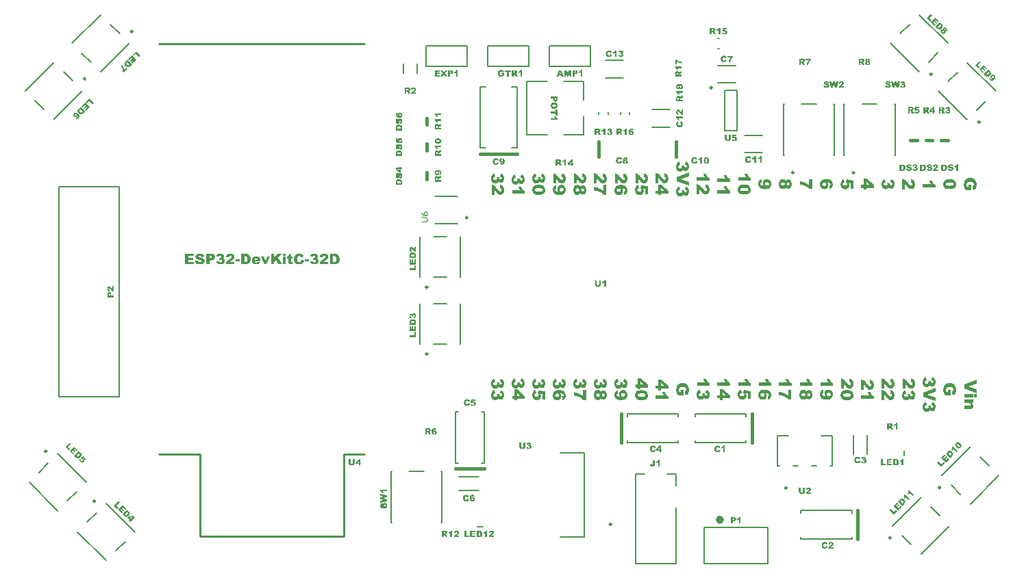
<source format=gto>
G04*
G04 #@! TF.GenerationSoftware,Altium Limited,Altium Designer,21.2.0 (30)*
G04*
G04 Layer_Color=65535*
%FSLAX25Y25*%
%MOIN*%
G70*
G04*
G04 #@! TF.SameCoordinates,74D48CB8-E722-4D7A-A080-E4722F553172*
G04*
G04*
G04 #@! TF.FilePolarity,Positive*
G04*
G01*
G75*
%ADD10C,0.00984*%
%ADD11C,0.01968*%
%ADD12C,0.00787*%
%ADD13C,0.01000*%
%ADD14C,0.01575*%
G36*
X132924Y155072D02*
X131518D01*
Y156035D01*
X132924D01*
Y155072D01*
D02*
G37*
G36*
X91271Y156108D02*
X91354D01*
X91447Y156099D01*
X91549Y156090D01*
X91659Y156071D01*
X91900Y156025D01*
X92150Y155961D01*
X92381Y155868D01*
X92492Y155813D01*
X92594Y155748D01*
X92603D01*
X92612Y155729D01*
X92677Y155683D01*
X92760Y155590D01*
X92862Y155470D01*
X92918Y155396D01*
X92964Y155313D01*
X93019Y155211D01*
X93066Y155110D01*
X93112Y154999D01*
X93149Y154878D01*
X93177Y154739D01*
X93204Y154601D01*
X91724Y154517D01*
Y154536D01*
X91715Y154573D01*
X91697Y154638D01*
X91669Y154712D01*
X91632Y154786D01*
X91595Y154869D01*
X91539Y154952D01*
X91474Y155017D01*
X91465Y155026D01*
X91438Y155045D01*
X91400Y155063D01*
X91345Y155100D01*
X91271Y155128D01*
X91179Y155147D01*
X91077Y155165D01*
X90956Y155174D01*
X90910D01*
X90864Y155165D01*
X90799Y155156D01*
X90661Y155128D01*
X90596Y155091D01*
X90540Y155054D01*
X90531Y155045D01*
X90522Y155035D01*
X90475Y154980D01*
X90429Y154887D01*
X90420Y154832D01*
X90411Y154777D01*
Y154767D01*
Y154758D01*
X90429Y154702D01*
X90457Y154629D01*
X90485Y154592D01*
X90522Y154554D01*
X90531D01*
X90549Y154536D01*
X90577Y154517D01*
X90633Y154490D01*
X90697Y154462D01*
X90790Y154434D01*
X90901Y154397D01*
X91040Y154369D01*
X91049D01*
X91086Y154360D01*
X91141Y154351D01*
X91206Y154332D01*
X91290Y154314D01*
X91391Y154286D01*
X91502Y154259D01*
X91613Y154231D01*
X91854Y154166D01*
X92103Y154083D01*
X92326Y153999D01*
X92427Y153963D01*
X92520Y153916D01*
X92529D01*
X92538Y153907D01*
X92594Y153879D01*
X92668Y153833D01*
X92769Y153768D01*
X92871Y153685D01*
X92982Y153593D01*
X93084Y153481D01*
X93167Y153361D01*
X93177Y153343D01*
X93195Y153306D01*
X93232Y153232D01*
X93269Y153139D01*
X93306Y153028D01*
X93343Y152908D01*
X93362Y152760D01*
X93371Y152612D01*
Y152603D01*
Y152594D01*
Y152566D01*
Y152529D01*
X93352Y152436D01*
X93334Y152316D01*
X93306Y152177D01*
X93251Y152020D01*
X93186Y151863D01*
X93093Y151706D01*
X93084Y151687D01*
X93047Y151641D01*
X92982Y151567D01*
X92899Y151474D01*
X92788Y151373D01*
X92659Y151271D01*
X92510Y151178D01*
X92335Y151086D01*
X92326D01*
X92316Y151076D01*
X92289Y151067D01*
X92251Y151058D01*
X92205Y151040D01*
X92141Y151021D01*
X92076Y151003D01*
X92002Y150984D01*
X91826Y150947D01*
X91613Y150910D01*
X91382Y150891D01*
X91114Y150882D01*
X90993D01*
X90901Y150891D01*
X90799Y150901D01*
X90679Y150910D01*
X90549Y150919D01*
X90402Y150947D01*
X90105Y151003D01*
X89810Y151086D01*
X89671Y151141D01*
X89541Y151215D01*
X89421Y151289D01*
X89319Y151373D01*
X89310Y151382D01*
X89301Y151400D01*
X89273Y151428D01*
X89245Y151465D01*
X89208Y151511D01*
X89162Y151567D01*
X89116Y151641D01*
X89069Y151715D01*
X88968Y151900D01*
X88875Y152122D01*
X88810Y152362D01*
X88783Y152501D01*
X88764Y152640D01*
X90254Y152742D01*
Y152723D01*
X90263Y152677D01*
X90272Y152612D01*
X90300Y152538D01*
X90355Y152353D01*
X90402Y152260D01*
X90448Y152187D01*
X90457Y152177D01*
X90494Y152140D01*
X90549Y152094D01*
X90623Y152039D01*
X90725Y151974D01*
X90846Y151927D01*
X90984Y151891D01*
X91141Y151881D01*
X91197D01*
X91252Y151891D01*
X91336Y151900D01*
X91419Y151918D01*
X91502Y151946D01*
X91585Y151983D01*
X91659Y152029D01*
X91669Y152039D01*
X91687Y152057D01*
X91715Y152094D01*
X91752Y152131D01*
X91789Y152187D01*
X91817Y152251D01*
X91835Y152325D01*
X91844Y152399D01*
Y152409D01*
Y152436D01*
X91835Y152473D01*
X91826Y152520D01*
X91798Y152575D01*
X91770Y152630D01*
X91724Y152695D01*
X91669Y152751D01*
X91659Y152760D01*
X91632Y152778D01*
X91576Y152806D01*
X91502Y152843D01*
X91391Y152890D01*
X91252Y152945D01*
X91169Y152973D01*
X91077Y152991D01*
X90975Y153019D01*
X90864Y153047D01*
X90855D01*
X90818Y153056D01*
X90762Y153075D01*
X90697Y153084D01*
X90614Y153112D01*
X90513Y153139D01*
X90411Y153167D01*
X90300Y153204D01*
X90050Y153296D01*
X89810Y153398D01*
X89587Y153518D01*
X89486Y153583D01*
X89393Y153657D01*
Y153666D01*
X89375Y153676D01*
X89328Y153722D01*
X89254Y153805D01*
X89180Y153926D01*
X89097Y154064D01*
X89023Y154231D01*
X88977Y154416D01*
X88968Y154517D01*
X88959Y154629D01*
Y154638D01*
Y154647D01*
Y154693D01*
X88968Y154777D01*
X88986Y154869D01*
X89014Y154980D01*
X89051Y155110D01*
X89107Y155239D01*
X89180Y155368D01*
X89190Y155387D01*
X89227Y155424D01*
X89282Y155489D01*
X89356Y155572D01*
X89449Y155655D01*
X89569Y155748D01*
X89708Y155831D01*
X89865Y155914D01*
X89874D01*
X89884Y155923D01*
X89911Y155933D01*
X89948Y155942D01*
X89995Y155961D01*
X90050Y155979D01*
X90115Y155998D01*
X90189Y156016D01*
X90272Y156035D01*
X90374Y156053D01*
X90587Y156090D01*
X90836Y156108D01*
X91114Y156118D01*
X91206D01*
X91271Y156108D01*
D02*
G37*
G36*
X139593Y156108D02*
X139676D01*
X139769Y156099D01*
X139871Y156090D01*
X139981Y156071D01*
X140231Y156025D01*
X140481Y155951D01*
X140721Y155859D01*
X140832Y155794D01*
X140944Y155729D01*
X140953D01*
X140971Y155711D01*
X140999Y155692D01*
X141036Y155655D01*
X141082Y155618D01*
X141138Y155563D01*
X141193Y155507D01*
X141258Y155433D01*
X141323Y155359D01*
X141387Y155267D01*
X141462Y155174D01*
X141526Y155063D01*
X141591Y154943D01*
X141656Y154823D01*
X141711Y154684D01*
X141767Y154536D01*
X140379Y154231D01*
Y154240D01*
X140370Y154268D01*
X140351Y154314D01*
X140333Y154360D01*
X140278Y154471D01*
X140250Y154517D01*
X140222Y154564D01*
X140213Y154573D01*
X140203Y154592D01*
X140166Y154629D01*
X140129Y154666D01*
X140028Y154758D01*
X139898Y154841D01*
X139889Y154850D01*
X139871Y154860D01*
X139824Y154878D01*
X139778Y154897D01*
X139713Y154915D01*
X139639Y154924D01*
X139556Y154943D01*
X139417D01*
X139390Y154934D01*
X139288Y154924D01*
X139167Y154887D01*
X139038Y154841D01*
X138899Y154758D01*
X138770Y154656D01*
X138714Y154582D01*
X138659Y154508D01*
X138649Y154490D01*
X138622Y154453D01*
X138594Y154369D01*
X138557Y154268D01*
X138511Y154129D01*
X138483Y153963D01*
X138455Y153759D01*
X138446Y153518D01*
Y153509D01*
Y153481D01*
Y153435D01*
Y153380D01*
X138455Y153315D01*
Y153232D01*
X138474Y153056D01*
X138511Y152871D01*
X138548Y152677D01*
X138612Y152501D01*
X138649Y152427D01*
X138696Y152362D01*
X138705Y152353D01*
X138742Y152316D01*
X138807Y152270D01*
X138881Y152214D01*
X138982Y152149D01*
X139112Y152103D01*
X139251Y152066D01*
X139417Y152057D01*
X139491D01*
X139575Y152066D01*
X139676Y152085D01*
X139787Y152122D01*
X139898Y152159D01*
X140009Y152224D01*
X140102Y152307D01*
X140111Y152316D01*
X140139Y152353D01*
X140185Y152409D01*
X140231Y152492D01*
X140287Y152594D01*
X140342Y152723D01*
X140398Y152871D01*
X140444Y153047D01*
X141813Y152621D01*
Y152612D01*
X141804Y152594D01*
X141795Y152566D01*
X141785Y152529D01*
X141758Y152418D01*
X141702Y152288D01*
X141647Y152131D01*
X141563Y151974D01*
X141480Y151816D01*
X141369Y151659D01*
X141360Y151641D01*
X141314Y151594D01*
X141249Y151530D01*
X141165Y151437D01*
X141054Y151345D01*
X140934Y151252D01*
X140786Y151160D01*
X140629Y151076D01*
X140620D01*
X140611Y151067D01*
X140583Y151058D01*
X140555Y151049D01*
X140453Y151012D01*
X140324Y150984D01*
X140166Y150947D01*
X139972Y150910D01*
X139750Y150891D01*
X139510Y150882D01*
X139371D01*
X139297Y150891D01*
X139223D01*
X139130Y150901D01*
X139029Y150910D01*
X138816Y150938D01*
X138585Y150984D01*
X138363Y151040D01*
X138150Y151113D01*
X138141D01*
X138131Y151123D01*
X138104Y151141D01*
X138067Y151160D01*
X137965Y151225D01*
X137845Y151308D01*
X137706Y151428D01*
X137549Y151567D01*
X137401Y151742D01*
X137253Y151955D01*
Y151964D01*
X137234Y151983D01*
X137216Y152020D01*
X137197Y152066D01*
X137170Y152122D01*
X137133Y152196D01*
X137095Y152279D01*
X137068Y152381D01*
X137031Y152482D01*
X136994Y152603D01*
X136966Y152732D01*
X136929Y152871D01*
X136910Y153019D01*
X136892Y153176D01*
X136873Y153509D01*
Y153528D01*
Y153565D01*
X136883Y153630D01*
Y153713D01*
X136892Y153824D01*
X136910Y153944D01*
X136929Y154074D01*
X136957Y154221D01*
X136994Y154379D01*
X137040Y154536D01*
X137086Y154693D01*
X137151Y154860D01*
X137234Y155017D01*
X137318Y155165D01*
X137419Y155313D01*
X137540Y155443D01*
X137549Y155452D01*
X137567Y155470D01*
X137613Y155507D01*
X137660Y155544D01*
X137734Y155600D01*
X137817Y155655D01*
X137909Y155720D01*
X138030Y155785D01*
X138150Y155840D01*
X138298Y155905D01*
X138455Y155961D01*
X138622Y156016D01*
X138807Y156053D01*
X139001Y156090D01*
X139214Y156108D01*
X139436Y156118D01*
X139528D01*
X139593Y156108D01*
D02*
G37*
G36*
X146873D02*
X146956D01*
X147048Y156099D01*
X147150Y156090D01*
X147261Y156071D01*
X147502Y156025D01*
X147733Y155961D01*
X147964Y155868D01*
X148057Y155813D01*
X148149Y155748D01*
X148159D01*
X148168Y155729D01*
X148223Y155683D01*
X148288Y155600D01*
X148371Y155489D01*
X148454Y155359D01*
X148529Y155202D01*
X148575Y155017D01*
X148584Y154915D01*
X148593Y154814D01*
Y154795D01*
Y154758D01*
X148584Y154693D01*
X148575Y154619D01*
X148547Y154527D01*
X148519Y154425D01*
X148473Y154323D01*
X148408Y154221D01*
X148399Y154212D01*
X148371Y154175D01*
X148334Y154129D01*
X148279Y154064D01*
X148205Y153999D01*
X148112Y153916D01*
X148001Y153833D01*
X147872Y153759D01*
X147881D01*
X147918Y153750D01*
X147974Y153731D01*
X148038Y153713D01*
X148177Y153657D01*
X148251Y153630D01*
X148316Y153593D01*
X148325Y153583D01*
X148353Y153565D01*
X148399Y153528D01*
X148454Y153481D01*
X148519Y153426D01*
X148584Y153352D01*
X148649Y153269D01*
X148704Y153176D01*
X148714Y153167D01*
X148732Y153130D01*
X148750Y153075D01*
X148778Y153010D01*
X148806Y152917D01*
X148834Y152815D01*
X148843Y152705D01*
X148852Y152575D01*
Y152566D01*
Y152557D01*
Y152501D01*
X148843Y152418D01*
X148825Y152307D01*
X148797Y152168D01*
X148750Y152029D01*
X148695Y151881D01*
X148612Y151724D01*
X148602Y151706D01*
X148565Y151659D01*
X148519Y151585D01*
X148445Y151493D01*
X148344Y151391D01*
X148232Y151289D01*
X148103Y151188D01*
X147946Y151095D01*
X147936D01*
X147927Y151086D01*
X147899Y151076D01*
X147863Y151058D01*
X147826Y151049D01*
X147770Y151030D01*
X147641Y150993D01*
X147474Y150947D01*
X147280Y150919D01*
X147048Y150891D01*
X146799Y150882D01*
X146688D01*
X146632Y150891D01*
X146558D01*
X146410Y150901D01*
X146235Y150919D01*
X146049Y150947D01*
X145874Y150984D01*
X145707Y151040D01*
X145689Y151049D01*
X145642Y151067D01*
X145569Y151104D01*
X145476Y151160D01*
X145374Y151225D01*
X145263Y151308D01*
X145152Y151400D01*
X145051Y151511D01*
X145041Y151530D01*
X145004Y151567D01*
X144958Y151631D01*
X144903Y151724D01*
X144838Y151844D01*
X144782Y151974D01*
X144718Y152131D01*
X144662Y152297D01*
X146068Y152492D01*
Y152473D01*
X146087Y152427D01*
X146105Y152353D01*
X146133Y152260D01*
X146207Y152066D01*
X146262Y151974D01*
X146318Y151900D01*
X146327Y151891D01*
X146345Y151872D01*
X146392Y151854D01*
X146438Y151826D01*
X146503Y151789D01*
X146586Y151770D01*
X146669Y151752D01*
X146771Y151742D01*
X146817D01*
X146873Y151752D01*
X146938Y151770D01*
X147011Y151789D01*
X147095Y151826D01*
X147169Y151881D01*
X147243Y151946D01*
X147252Y151955D01*
X147271Y151983D01*
X147308Y152029D01*
X147345Y152094D01*
X147372Y152168D01*
X147409Y152270D01*
X147428Y152381D01*
X147437Y152501D01*
Y152520D01*
Y152557D01*
X147428Y152621D01*
X147418Y152705D01*
X147391Y152788D01*
X147363Y152880D01*
X147317Y152963D01*
X147252Y153047D01*
X147243Y153056D01*
X147215Y153075D01*
X147178Y153112D01*
X147123Y153148D01*
X147048Y153176D01*
X146965Y153213D01*
X146863Y153232D01*
X146753Y153241D01*
X146688D01*
X146632Y153232D01*
X146567Y153223D01*
X146493Y153204D01*
X146401Y153185D01*
X146299Y153158D01*
X146364Y154157D01*
X146429D01*
X146493Y154148D01*
X146595D01*
X146651Y154157D01*
X146715Y154166D01*
X146780Y154184D01*
X146863Y154221D01*
X146938Y154259D01*
X147011Y154314D01*
X147021Y154323D01*
X147039Y154342D01*
X147076Y154379D01*
X147113Y154434D01*
X147141Y154490D01*
X147178Y154564D01*
X147196Y154647D01*
X147206Y154730D01*
Y154739D01*
Y154767D01*
X147196Y154814D01*
X147187Y154860D01*
X147169Y154924D01*
X147150Y154980D01*
X147113Y155045D01*
X147067Y155100D01*
X147058Y155110D01*
X147039Y155119D01*
X147011Y155147D01*
X146965Y155174D01*
X146910Y155193D01*
X146845Y155220D01*
X146771Y155230D01*
X146678Y155239D01*
X146642D01*
X146595Y155230D01*
X146530Y155220D01*
X146466Y155202D01*
X146401Y155174D01*
X146336Y155137D01*
X146272Y155082D01*
X146262Y155072D01*
X146244Y155054D01*
X146225Y155017D01*
X146188Y154962D01*
X146160Y154887D01*
X146124Y154804D01*
X146096Y154693D01*
X146068Y154564D01*
X144736Y154795D01*
Y154804D01*
X144745Y154823D01*
X144755Y154860D01*
X144764Y154897D01*
X144791Y154952D01*
X144810Y155017D01*
X144875Y155156D01*
X144958Y155313D01*
X145069Y155480D01*
X145199Y155637D01*
X145365Y155775D01*
X145374D01*
X145384Y155794D01*
X145411Y155803D01*
X145457Y155831D01*
X145504Y155859D01*
X145559Y155886D01*
X145633Y155914D01*
X145717Y155951D01*
X145800Y155979D01*
X145902Y156007D01*
X146012Y156035D01*
X146133Y156062D01*
X146262Y156090D01*
X146401Y156099D01*
X146706Y156118D01*
X146799D01*
X146873Y156108D01*
D02*
G37*
G36*
X101215Y156108D02*
X101298D01*
X101391Y156099D01*
X101492Y156090D01*
X101603Y156071D01*
X101844Y156025D01*
X102075Y155961D01*
X102306Y155868D01*
X102399Y155813D01*
X102491Y155748D01*
X102500D01*
X102510Y155729D01*
X102565Y155683D01*
X102630Y155600D01*
X102713Y155489D01*
X102796Y155359D01*
X102871Y155202D01*
X102917Y155017D01*
X102926Y154915D01*
X102935Y154814D01*
Y154795D01*
Y154758D01*
X102926Y154693D01*
X102917Y154619D01*
X102889Y154527D01*
X102861Y154425D01*
X102815Y154323D01*
X102750Y154221D01*
X102741Y154212D01*
X102713Y154175D01*
X102676Y154129D01*
X102621Y154064D01*
X102547Y153999D01*
X102454Y153916D01*
X102343Y153833D01*
X102214Y153759D01*
X102223D01*
X102260Y153750D01*
X102315Y153731D01*
X102380Y153713D01*
X102519Y153657D01*
X102593Y153630D01*
X102658Y153593D01*
X102667Y153583D01*
X102695Y153565D01*
X102741Y153528D01*
X102796Y153481D01*
X102861Y153426D01*
X102926Y153352D01*
X102991Y153269D01*
X103046Y153176D01*
X103056Y153167D01*
X103074Y153130D01*
X103093Y153075D01*
X103120Y153010D01*
X103148Y152917D01*
X103176Y152815D01*
X103185Y152705D01*
X103194Y152575D01*
Y152566D01*
Y152557D01*
Y152501D01*
X103185Y152418D01*
X103166Y152307D01*
X103139Y152168D01*
X103093Y152029D01*
X103037Y151881D01*
X102954Y151724D01*
X102945Y151706D01*
X102908Y151659D01*
X102861Y151585D01*
X102787Y151493D01*
X102685Y151391D01*
X102575Y151289D01*
X102445Y151188D01*
X102288Y151095D01*
X102278D01*
X102269Y151086D01*
X102242Y151076D01*
X102205Y151058D01*
X102167Y151049D01*
X102112Y151030D01*
X101982Y150993D01*
X101816Y150947D01*
X101622Y150919D01*
X101391Y150891D01*
X101141Y150882D01*
X101030D01*
X100974Y150891D01*
X100900D01*
X100752Y150901D01*
X100576Y150919D01*
X100391Y150947D01*
X100216Y150984D01*
X100049Y151040D01*
X100031Y151049D01*
X99985Y151067D01*
X99910Y151104D01*
X99818Y151160D01*
X99716Y151225D01*
X99605Y151308D01*
X99494Y151400D01*
X99392Y151511D01*
X99383Y151530D01*
X99346Y151567D01*
X99300Y151631D01*
X99244Y151724D01*
X99180Y151844D01*
X99124Y151974D01*
X99059Y152131D01*
X99004Y152297D01*
X100410Y152492D01*
Y152473D01*
X100428Y152427D01*
X100447Y152353D01*
X100475Y152260D01*
X100549Y152066D01*
X100604Y151974D01*
X100660Y151900D01*
X100669Y151891D01*
X100688Y151872D01*
X100734Y151854D01*
X100780Y151826D01*
X100845Y151789D01*
X100928Y151770D01*
X101011Y151752D01*
X101113Y151742D01*
X101159D01*
X101215Y151752D01*
X101279Y151770D01*
X101354Y151789D01*
X101437Y151826D01*
X101511Y151881D01*
X101585Y151946D01*
X101594Y151955D01*
X101612Y151983D01*
X101649Y152029D01*
X101687Y152094D01*
X101714Y152168D01*
X101751Y152270D01*
X101770Y152381D01*
X101779Y152501D01*
Y152520D01*
Y152557D01*
X101770Y152621D01*
X101760Y152705D01*
X101733Y152788D01*
X101705Y152880D01*
X101659Y152963D01*
X101594Y153047D01*
X101585Y153056D01*
X101557Y153075D01*
X101520Y153112D01*
X101464Y153148D01*
X101391Y153176D01*
X101307Y153213D01*
X101206Y153232D01*
X101094Y153241D01*
X101030D01*
X100974Y153232D01*
X100909Y153223D01*
X100836Y153204D01*
X100743Y153185D01*
X100641Y153158D01*
X100706Y154157D01*
X100771D01*
X100836Y154148D01*
X100937D01*
X100993Y154157D01*
X101058Y154166D01*
X101122Y154184D01*
X101206Y154221D01*
X101279Y154259D01*
X101354Y154314D01*
X101363Y154323D01*
X101381Y154342D01*
X101418Y154379D01*
X101455Y154434D01*
X101483Y154490D01*
X101520Y154564D01*
X101539Y154647D01*
X101548Y154730D01*
Y154739D01*
Y154767D01*
X101539Y154814D01*
X101529Y154860D01*
X101511Y154924D01*
X101492Y154980D01*
X101455Y155045D01*
X101409Y155100D01*
X101400Y155110D01*
X101381Y155119D01*
X101354Y155147D01*
X101307Y155174D01*
X101252Y155193D01*
X101187Y155220D01*
X101113Y155230D01*
X101021Y155239D01*
X100984D01*
X100937Y155230D01*
X100873Y155220D01*
X100808Y155202D01*
X100743Y155174D01*
X100678Y155137D01*
X100613Y155082D01*
X100604Y155072D01*
X100586Y155054D01*
X100567Y155017D01*
X100530Y154962D01*
X100503Y154887D01*
X100466Y154804D01*
X100438Y154693D01*
X100410Y154564D01*
X99078Y154795D01*
Y154804D01*
X99087Y154823D01*
X99097Y154860D01*
X99106Y154897D01*
X99133Y154952D01*
X99152Y155017D01*
X99217Y155156D01*
X99300Y155313D01*
X99411Y155480D01*
X99541Y155637D01*
X99707Y155775D01*
X99716D01*
X99726Y155794D01*
X99753Y155803D01*
X99800Y155831D01*
X99846Y155859D01*
X99901Y155886D01*
X99975Y155914D01*
X100058Y155951D01*
X100142Y155979D01*
X100243Y156007D01*
X100355Y156035D01*
X100475Y156062D01*
X100604Y156090D01*
X100743Y156099D01*
X101048Y156118D01*
X101141D01*
X101215Y156108D01*
D02*
G37*
G36*
X129094Y154120D02*
X131037Y150965D01*
X129104D01*
X128031Y153038D01*
X127226Y152196D01*
Y150965D01*
X125663D01*
Y156035D01*
X127226D01*
Y154111D01*
X128863Y156035D01*
X130954D01*
X129094Y154120D01*
D02*
G37*
G36*
X123591Y150965D02*
X122342D01*
X120816Y154638D01*
X122277D01*
X122989Y152307D01*
X123729Y154638D01*
X125154D01*
X123591Y150965D01*
D02*
G37*
G36*
X144255Y152270D02*
X142211D01*
Y153361D01*
X144255D01*
Y152270D01*
D02*
G37*
G36*
X110409Y152270D02*
X108365D01*
Y153361D01*
X110409D01*
Y152270D01*
D02*
G37*
G36*
X156900Y156025D02*
X156965D01*
X157122Y156007D01*
X157307Y155988D01*
X157492Y155951D01*
X157677Y155905D01*
X157843Y155840D01*
X157852D01*
X157862Y155831D01*
X157917Y155803D01*
X157991Y155766D01*
X158093Y155701D01*
X158204Y155628D01*
X158324Y155535D01*
X158435Y155424D01*
X158546Y155304D01*
X158555Y155285D01*
X158592Y155239D01*
X158639Y155174D01*
X158703Y155072D01*
X158768Y154952D01*
X158833Y154814D01*
X158888Y154656D01*
X158944Y154490D01*
Y154481D01*
X158953Y154471D01*
Y154444D01*
X158963Y154406D01*
X158981Y154314D01*
X159009Y154194D01*
X159037Y154046D01*
X159055Y153879D01*
X159064Y153703D01*
X159073Y153509D01*
Y153500D01*
Y153472D01*
Y153435D01*
Y153380D01*
X159064Y153306D01*
Y153232D01*
X159046Y153047D01*
X159027Y152852D01*
X158990Y152640D01*
X158944Y152436D01*
X158879Y152251D01*
Y152242D01*
X158870Y152233D01*
X158842Y152177D01*
X158805Y152094D01*
X158750Y151992D01*
X158676Y151872D01*
X158583Y151752D01*
X158482Y151622D01*
X158361Y151502D01*
X158343Y151493D01*
X158306Y151456D01*
X158241Y151400D01*
X158158Y151336D01*
X158047Y151271D01*
X157936Y151206D01*
X157806Y151141D01*
X157668Y151095D01*
X157658D01*
X157649Y151086D01*
X157621D01*
X157584Y151076D01*
X157483Y151058D01*
X157353Y151030D01*
X157214Y151003D01*
X157048Y150984D01*
X156890Y150975D01*
X156724Y150965D01*
X154402D01*
Y156035D01*
X156835D01*
X156900Y156025D01*
D02*
G37*
G36*
X151655Y156108D02*
X151729D01*
X151895Y156099D01*
X152081Y156071D01*
X152275Y156044D01*
X152460Y155998D01*
X152626Y155942D01*
X152636D01*
X152645Y155933D01*
X152691Y155914D01*
X152774Y155868D01*
X152867Y155813D01*
X152969Y155738D01*
X153079Y155655D01*
X153191Y155544D01*
X153283Y155424D01*
X153292Y155405D01*
X153320Y155359D01*
X153357Y155295D01*
X153403Y155193D01*
X153449Y155082D01*
X153487Y154943D01*
X153514Y154795D01*
X153524Y154638D01*
Y154629D01*
Y154619D01*
Y154592D01*
Y154564D01*
X153505Y154471D01*
X153487Y154351D01*
X153459Y154221D01*
X153403Y154064D01*
X153339Y153907D01*
X153246Y153750D01*
X153237Y153731D01*
X153191Y153676D01*
X153126Y153593D01*
X153024Y153481D01*
X152885Y153343D01*
X152802Y153269D01*
X152719Y153185D01*
X152617Y153102D01*
X152506Y153010D01*
X152386Y152917D01*
X152256Y152825D01*
X152238Y152815D01*
X152191Y152778D01*
X152118Y152723D01*
X152025Y152658D01*
X151933Y152594D01*
X151831Y152529D01*
X151748Y152464D01*
X151683Y152409D01*
X151673Y152399D01*
X151655Y152390D01*
X151627Y152362D01*
X151590Y152334D01*
X151488Y152233D01*
X151350Y152112D01*
X153560D01*
Y150965D01*
X149324D01*
Y150975D01*
Y150993D01*
X149333Y151030D01*
X149343Y151067D01*
X149352Y151123D01*
X149361Y151188D01*
X149407Y151345D01*
X149463Y151521D01*
X149537Y151715D01*
X149638Y151927D01*
X149759Y152131D01*
X149768Y152140D01*
X149777Y152159D01*
X149796Y152187D01*
X149833Y152233D01*
X149879Y152279D01*
X149925Y152344D01*
X149999Y152418D01*
X150073Y152501D01*
X150156Y152594D01*
X150258Y152695D01*
X150369Y152797D01*
X150499Y152917D01*
X150637Y153038D01*
X150795Y153167D01*
X150961Y153296D01*
X151146Y153435D01*
X151155Y153445D01*
X151174Y153454D01*
X151202Y153481D01*
X151248Y153509D01*
X151350Y153593D01*
X151479Y153694D01*
X151609Y153814D01*
X151748Y153926D01*
X151858Y154036D01*
X151905Y154092D01*
X151942Y154138D01*
X151951Y154148D01*
X151970Y154175D01*
X151997Y154221D01*
X152034Y154286D01*
X152062Y154351D01*
X152090Y154434D01*
X152108Y154508D01*
X152118Y154592D01*
Y154601D01*
Y154629D01*
X152108Y154675D01*
X152099Y154730D01*
X152071Y154795D01*
X152043Y154860D01*
X151997Y154924D01*
X151942Y154989D01*
X151933Y154999D01*
X151914Y155017D01*
X151877Y155045D01*
X151821Y155072D01*
X151757Y155100D01*
X151683Y155128D01*
X151600Y155147D01*
X151507Y155156D01*
X151461D01*
X151415Y155147D01*
X151350Y155137D01*
X151285Y155110D01*
X151211Y155082D01*
X151137Y155035D01*
X151063Y154980D01*
X151054Y154971D01*
X151035Y154952D01*
X151007Y154906D01*
X150970Y154841D01*
X150934Y154758D01*
X150897Y154656D01*
X150869Y154536D01*
X150841Y154388D01*
X149426Y154499D01*
Y154508D01*
Y154527D01*
X149435Y154554D01*
X149444Y154601D01*
X149463Y154702D01*
X149490Y154841D01*
X149537Y154989D01*
X149583Y155137D01*
X149648Y155285D01*
X149722Y155424D01*
X149731Y155443D01*
X149759Y155480D01*
X149814Y155535D01*
X149888Y155609D01*
X149971Y155692D01*
X150083Y155775D01*
X150203Y155859D01*
X150351Y155933D01*
X150360D01*
X150369Y155942D01*
X150425Y155961D01*
X150517Y155988D01*
X150647Y156025D01*
X150804Y156062D01*
X150998Y156090D01*
X151220Y156108D01*
X151470Y156118D01*
X151590D01*
X151655Y156108D01*
D02*
G37*
G36*
X132924Y150965D02*
X131518D01*
Y154638D01*
X132924D01*
Y150965D01*
D02*
G37*
G36*
X113601Y156025D02*
X113665D01*
X113822Y156007D01*
X114007Y155988D01*
X114192Y155951D01*
X114377Y155905D01*
X114544Y155840D01*
X114553D01*
X114562Y155831D01*
X114618Y155803D01*
X114692Y155766D01*
X114794Y155701D01*
X114905Y155628D01*
X115025Y155535D01*
X115136Y155424D01*
X115247Y155304D01*
X115256Y155285D01*
X115293Y155239D01*
X115340Y155174D01*
X115404Y155072D01*
X115469Y154952D01*
X115534Y154814D01*
X115589Y154656D01*
X115645Y154490D01*
Y154481D01*
X115654Y154471D01*
Y154444D01*
X115663Y154406D01*
X115682Y154314D01*
X115709Y154194D01*
X115737Y154046D01*
X115756Y153879D01*
X115765Y153703D01*
X115774Y153509D01*
Y153500D01*
Y153472D01*
Y153435D01*
Y153380D01*
X115765Y153306D01*
Y153232D01*
X115746Y153047D01*
X115728Y152852D01*
X115691Y152640D01*
X115645Y152436D01*
X115580Y152251D01*
Y152242D01*
X115571Y152233D01*
X115543Y152177D01*
X115506Y152094D01*
X115451Y151992D01*
X115376Y151872D01*
X115284Y151752D01*
X115182Y151622D01*
X115062Y151502D01*
X115043Y151493D01*
X115006Y151456D01*
X114942Y151400D01*
X114858Y151336D01*
X114748Y151271D01*
X114637Y151206D01*
X114507Y151141D01*
X114368Y151095D01*
X114359D01*
X114350Y151086D01*
X114322D01*
X114285Y151076D01*
X114183Y151058D01*
X114054Y151030D01*
X113915Y151003D01*
X113749Y150984D01*
X113591Y150975D01*
X113425Y150965D01*
X111103Y150965D01*
Y156035D01*
X113536Y156035D01*
X113601Y156025D01*
D02*
G37*
G36*
X105997Y156108D02*
X106071D01*
X106237Y156099D01*
X106422Y156071D01*
X106617Y156044D01*
X106802Y155998D01*
X106968Y155942D01*
X106977D01*
X106987Y155933D01*
X107033Y155914D01*
X107116Y155868D01*
X107209Y155813D01*
X107310Y155738D01*
X107422Y155655D01*
X107533Y155544D01*
X107625Y155424D01*
X107634Y155405D01*
X107662Y155359D01*
X107699Y155295D01*
X107745Y155193D01*
X107791Y155082D01*
X107828Y154943D01*
X107856Y154795D01*
X107866Y154638D01*
Y154629D01*
Y154619D01*
Y154592D01*
Y154564D01*
X107847Y154471D01*
X107828Y154351D01*
X107801Y154221D01*
X107745Y154064D01*
X107680Y153907D01*
X107588Y153750D01*
X107579Y153731D01*
X107533Y153676D01*
X107468Y153593D01*
X107366Y153481D01*
X107227Y153343D01*
X107144Y153269D01*
X107061Y153185D01*
X106959Y153102D01*
X106848Y153010D01*
X106728Y152917D01*
X106598Y152825D01*
X106580Y152815D01*
X106534Y152778D01*
X106459Y152723D01*
X106367Y152658D01*
X106274Y152594D01*
X106173Y152529D01*
X106089Y152464D01*
X106025Y152409D01*
X106016Y152399D01*
X105997Y152390D01*
X105969Y152362D01*
X105932Y152334D01*
X105831Y152233D01*
X105692Y152112D01*
X107903D01*
Y150965D01*
X103666D01*
Y150975D01*
Y150993D01*
X103675Y151030D01*
X103684Y151067D01*
X103694Y151123D01*
X103703Y151188D01*
X103749Y151345D01*
X103805Y151521D01*
X103879Y151715D01*
X103981Y151927D01*
X104101Y152131D01*
X104110Y152140D01*
X104119Y152159D01*
X104138Y152187D01*
X104175Y152233D01*
X104221Y152279D01*
X104267Y152344D01*
X104341Y152418D01*
X104415Y152501D01*
X104499Y152594D01*
X104600Y152695D01*
X104711Y152797D01*
X104841Y152917D01*
X104980Y153038D01*
X105137Y153167D01*
X105303Y153296D01*
X105488Y153435D01*
X105498Y153445D01*
X105516Y153454D01*
X105544Y153481D01*
X105590Y153509D01*
X105692Y153593D01*
X105821Y153694D01*
X105951Y153814D01*
X106089Y153926D01*
X106201Y154036D01*
X106247Y154092D01*
X106284Y154138D01*
X106293Y154148D01*
X106312Y154175D01*
X106339Y154221D01*
X106376Y154286D01*
X106404Y154351D01*
X106432Y154434D01*
X106450Y154508D01*
X106459Y154592D01*
Y154601D01*
Y154629D01*
X106450Y154675D01*
X106441Y154730D01*
X106413Y154795D01*
X106386Y154860D01*
X106339Y154924D01*
X106284Y154989D01*
X106274Y154999D01*
X106256Y155017D01*
X106219Y155045D01*
X106164Y155072D01*
X106099Y155100D01*
X106025Y155128D01*
X105941Y155147D01*
X105849Y155156D01*
X105803D01*
X105756Y155147D01*
X105692Y155137D01*
X105627Y155110D01*
X105553Y155082D01*
X105479Y155035D01*
X105405Y154980D01*
X105396Y154971D01*
X105377Y154952D01*
X105350Y154906D01*
X105313Y154841D01*
X105275Y154758D01*
X105238Y154656D01*
X105211Y154536D01*
X105183Y154388D01*
X103768Y154499D01*
Y154508D01*
Y154527D01*
X103777Y154554D01*
X103786Y154601D01*
X103805Y154702D01*
X103832Y154841D01*
X103879Y154989D01*
X103925Y155137D01*
X103990Y155285D01*
X104064Y155424D01*
X104073Y155443D01*
X104101Y155480D01*
X104156Y155535D01*
X104230Y155609D01*
X104314Y155692D01*
X104425Y155775D01*
X104545Y155859D01*
X104693Y155933D01*
X104702D01*
X104711Y155942D01*
X104767Y155961D01*
X104859Y155988D01*
X104989Y156025D01*
X105146Y156062D01*
X105340Y156090D01*
X105562Y156108D01*
X105812Y156118D01*
X105932D01*
X105997Y156108D01*
D02*
G37*
G36*
X96886Y156025D02*
X96960D01*
X97043Y156016D01*
X97228Y155988D01*
X97431Y155933D01*
X97644Y155859D01*
X97848Y155766D01*
X97940Y155701D01*
X98023Y155628D01*
X98033D01*
X98042Y155609D01*
X98061Y155581D01*
X98088Y155553D01*
X98162Y155461D01*
X98236Y155332D01*
X98310Y155165D01*
X98384Y154971D01*
X98431Y154739D01*
X98449Y154619D01*
Y154481D01*
Y154471D01*
Y154444D01*
Y154406D01*
X98440Y154351D01*
Y154286D01*
X98421Y154212D01*
X98393Y154046D01*
X98338Y153851D01*
X98255Y153648D01*
X98199Y153546D01*
X98144Y153454D01*
X98070Y153361D01*
X97987Y153278D01*
X97977D01*
X97968Y153260D01*
X97940Y153241D01*
X97903Y153213D01*
X97848Y153176D01*
X97792Y153139D01*
X97718Y153102D01*
X97635Y153065D01*
X97543Y153028D01*
X97441Y152991D01*
X97320Y152954D01*
X97191Y152917D01*
X97052Y152890D01*
X96904Y152871D01*
X96747Y152862D01*
X96571Y152852D01*
X95720D01*
Y150965D01*
X94148D01*
Y156035D01*
X96830D01*
X96886Y156025D01*
D02*
G37*
G36*
X88126Y154952D02*
X85499D01*
Y154148D01*
X87932D01*
Y153112D01*
X85499D01*
Y152112D01*
X88200D01*
Y150965D01*
X83926D01*
Y156035D01*
X88126D01*
Y154952D01*
D02*
G37*
G36*
X135523Y154638D02*
X136300D01*
Y153611D01*
X135523D01*
Y152307D01*
Y152297D01*
Y152270D01*
Y152224D01*
X135532Y152177D01*
X135541Y152076D01*
X135551Y152029D01*
X135560Y151992D01*
X135579Y151974D01*
X135616Y151937D01*
X135689Y151900D01*
X135745Y151891D01*
X135801Y151881D01*
X135828D01*
X135865Y151891D01*
X135912D01*
X135976Y151900D01*
X136050Y151918D01*
X136134Y151937D01*
X136235Y151964D01*
X136346Y150993D01*
X136319D01*
X136291Y150984D01*
X136254Y150975D01*
X136152Y150956D01*
X136022Y150938D01*
X135874Y150919D01*
X135708Y150901D01*
X135541Y150891D01*
X135366Y150882D01*
X135283D01*
X135190Y150891D01*
X135070Y150901D01*
X134940Y150910D01*
X134820Y150938D01*
X134690Y150965D01*
X134589Y151012D01*
X134580Y151021D01*
X134552Y151040D01*
X134505Y151067D01*
X134450Y151113D01*
X134385Y151169D01*
X134330Y151243D01*
X134265Y151326D01*
X134219Y151419D01*
Y151428D01*
X134200Y151474D01*
X134182Y151539D01*
X134163Y151631D01*
X134145Y151761D01*
X134126Y151918D01*
X134117Y152103D01*
X134108Y152316D01*
Y153611D01*
X133590D01*
Y154638D01*
X134108D01*
Y155304D01*
X135523Y156035D01*
Y154638D01*
D02*
G37*
G36*
X118596Y154712D02*
X118679D01*
X118854Y154693D01*
X119049Y154666D01*
X119252Y154619D01*
X119456Y154564D01*
X119641Y154481D01*
X119650D01*
X119659Y154471D01*
X119715Y154434D01*
X119798Y154379D01*
X119900Y154305D01*
X120020Y154203D01*
X120131Y154083D01*
X120242Y153944D01*
X120344Y153787D01*
Y153778D01*
X120353Y153768D01*
X120362Y153741D01*
X120381Y153703D01*
X120399Y153657D01*
X120418Y153602D01*
X120464Y153472D01*
X120510Y153296D01*
X120547Y153102D01*
X120575Y152871D01*
X120584Y152612D01*
Y152455D01*
X117763D01*
Y152436D01*
X117772Y152399D01*
X117781Y152334D01*
X117800Y152260D01*
X117856Y152094D01*
X117893Y152020D01*
X117939Y151946D01*
X117948Y151937D01*
X117976Y151909D01*
X118022Y151872D01*
X118087Y151826D01*
X118161Y151779D01*
X118253Y151742D01*
X118355Y151715D01*
X118475Y151706D01*
X118512D01*
X118549Y151715D01*
X118605D01*
X118725Y151752D01*
X118790Y151770D01*
X118864Y151807D01*
X118873D01*
X118882Y151816D01*
X118938Y151863D01*
X118975Y151891D01*
X119012Y151937D01*
X119067Y151983D01*
X119114Y152048D01*
X120501Y151918D01*
Y151909D01*
X120483Y151891D01*
X120464Y151863D01*
X120446Y151826D01*
X120371Y151733D01*
X120279Y151613D01*
X120168Y151484D01*
X120038Y151345D01*
X119890Y151225D01*
X119724Y151123D01*
X119715D01*
X119705Y151113D01*
X119678Y151104D01*
X119641Y151086D01*
X119595Y151067D01*
X119539Y151049D01*
X119474Y151021D01*
X119400Y151003D01*
X119308Y150984D01*
X119215Y150956D01*
X119114Y150938D01*
X118993Y150919D01*
X118873Y150901D01*
X118734Y150891D01*
X118596Y150882D01*
X118318D01*
X118253Y150891D01*
X118189D01*
X118022Y150910D01*
X117837Y150928D01*
X117643Y150965D01*
X117458Y151021D01*
X117291Y151086D01*
X117273Y151095D01*
X117227Y151123D01*
X117143Y151178D01*
X117051Y151243D01*
X116940Y151336D01*
X116820Y151446D01*
X116709Y151576D01*
X116597Y151733D01*
Y151742D01*
X116588Y151752D01*
X116570Y151779D01*
X116560Y151816D01*
X116514Y151909D01*
X116468Y152039D01*
X116412Y152187D01*
X116376Y152372D01*
X116339Y152566D01*
X116329Y152788D01*
Y152797D01*
Y152825D01*
Y152871D01*
X116339Y152927D01*
X116348Y153000D01*
X116357Y153093D01*
X116376Y153185D01*
X116394Y153287D01*
X116459Y153509D01*
X116505Y153620D01*
X116560Y153741D01*
X116625Y153861D01*
X116699Y153972D01*
X116782Y154083D01*
X116875Y154184D01*
X116884Y154194D01*
X116903Y154212D01*
X116930Y154231D01*
X116977Y154268D01*
X117032Y154305D01*
X117106Y154351D01*
X117180Y154406D01*
X117273Y154453D01*
X117375Y154499D01*
X117495Y154554D01*
X117615Y154601D01*
X117754Y154638D01*
X117902Y154675D01*
X118059Y154702D01*
X118226Y154712D01*
X118401Y154721D01*
X118531D01*
X118596Y154712D01*
D02*
G37*
G36*
X468995Y92752D02*
X464677Y91407D01*
X468995Y90074D01*
Y88194D01*
X463005Y90424D01*
Y92424D01*
X468995Y94686D01*
Y92752D01*
D02*
G37*
G36*
Y85964D02*
X467858D01*
Y87626D01*
X468995D01*
Y85964D01*
D02*
G37*
G36*
X467344D02*
X463005D01*
Y87626D01*
X467344D01*
Y85964D01*
D02*
G37*
G36*
Y83363D02*
X466634D01*
X466656Y83352D01*
X466711Y83297D01*
X466787Y83232D01*
X466874Y83144D01*
X466984Y83035D01*
X467082Y82915D01*
X467180Y82795D01*
X467257Y82663D01*
X467268Y82642D01*
X467290Y82598D01*
X467312Y82521D01*
X467355Y82423D01*
X467388Y82292D01*
X467410Y82139D01*
X467432Y81975D01*
X467443Y81789D01*
Y81723D01*
X467432Y81680D01*
X467421Y81549D01*
X467388Y81396D01*
X467344Y81221D01*
X467268Y81046D01*
X467170Y80871D01*
X467027Y80707D01*
X467006Y80685D01*
X466951Y80641D01*
X466853Y80587D01*
X466711Y80510D01*
X466536Y80434D01*
X466317Y80379D01*
X466055Y80335D01*
X465760Y80313D01*
X463005D01*
Y81986D01*
X465388D01*
X465410D01*
X465453D01*
X465530Y81997D01*
X465618Y82008D01*
X465803Y82051D01*
X465891Y82084D01*
X465967Y82139D01*
X465978Y82150D01*
X466000Y82172D01*
X466022Y82204D01*
X466055Y82248D01*
X466087Y82314D01*
X466120Y82379D01*
X466131Y82467D01*
X466142Y82565D01*
Y82620D01*
X466131Y82674D01*
X466109Y82740D01*
X466087Y82816D01*
X466044Y82904D01*
X465989Y82980D01*
X465913Y83057D01*
X465902Y83068D01*
X465869Y83090D01*
X465803Y83112D01*
X465727Y83144D01*
X465606Y83188D01*
X465464Y83210D01*
X465290Y83232D01*
X465082Y83243D01*
X463005D01*
Y84904D01*
X467344D01*
Y83363D01*
D02*
G37*
G36*
X456164Y93044D02*
X456251D01*
X456350Y93033D01*
X456459Y93022D01*
X456579Y93000D01*
X456842Y92957D01*
X457126Y92880D01*
X457410Y92782D01*
X457694Y92651D01*
X457705D01*
X457727Y92629D01*
X457760Y92607D01*
X457814Y92574D01*
X457946Y92487D01*
X458110Y92355D01*
X458284Y92181D01*
X458470Y91984D01*
X458645Y91743D01*
X458798Y91470D01*
Y91459D01*
X458809Y91437D01*
X458831Y91404D01*
X458842Y91361D01*
X458864Y91295D01*
X458896Y91219D01*
X458918Y91131D01*
X458951Y91033D01*
X458973Y90924D01*
X458995Y90792D01*
X459028Y90661D01*
X459050Y90519D01*
X459071Y90355D01*
X459082Y90191D01*
X459093Y89820D01*
Y89568D01*
X459082Y89481D01*
X459071Y89262D01*
X459050Y89022D01*
X459017Y88770D01*
X458973Y88541D01*
X458940Y88432D01*
X458907Y88333D01*
Y88322D01*
X458896Y88311D01*
X458875Y88246D01*
X458831Y88158D01*
X458776Y88049D01*
X458700Y87918D01*
X458601Y87776D01*
X458481Y87644D01*
X458350Y87513D01*
X458328Y87502D01*
X458284Y87459D01*
X458197Y87404D01*
X458088Y87328D01*
X457957Y87251D01*
X457793Y87164D01*
X457607Y87087D01*
X457399Y87021D01*
X457082Y88803D01*
X457093D01*
X457137Y88825D01*
X457202Y88858D01*
X457279Y88890D01*
X457355Y88945D01*
X457443Y89011D01*
X457519Y89098D01*
X457596Y89186D01*
X457607Y89197D01*
X457629Y89229D01*
X457650Y89295D01*
X457694Y89372D01*
X457727Y89470D01*
X457749Y89579D01*
X457771Y89710D01*
X457782Y89863D01*
Y89918D01*
X457771Y89962D01*
X457760Y90071D01*
X457727Y90213D01*
X457683Y90366D01*
X457607Y90530D01*
X457497Y90694D01*
X457355Y90836D01*
X457334Y90847D01*
X457279Y90891D01*
X457169Y90945D01*
X457027Y91011D01*
X456842Y91088D01*
X456732Y91109D01*
X456612Y91142D01*
X456481Y91164D01*
X456339Y91186D01*
X456186Y91197D01*
X456022D01*
X456011D01*
X455978D01*
X455934D01*
X455869Y91186D01*
X455781D01*
X455694Y91175D01*
X455486Y91153D01*
X455257Y91109D01*
X455027Y91044D01*
X454809Y90956D01*
X454721Y90902D01*
X454634Y90836D01*
X454612Y90814D01*
X454568Y90771D01*
X454503Y90683D01*
X454426Y90563D01*
X454350Y90421D01*
X454284Y90246D01*
X454240Y90038D01*
X454218Y89809D01*
Y89699D01*
X454229Y89623D01*
X454240Y89525D01*
X454251Y89426D01*
X454306Y89218D01*
Y89208D01*
X454328Y89164D01*
X454350Y89109D01*
X454382Y89033D01*
X454415Y88934D01*
X454470Y88825D01*
X454535Y88694D01*
X454612Y88563D01*
X455180D01*
Y89809D01*
X456426D01*
Y86945D01*
X453869D01*
X453858Y86956D01*
X453847Y86978D01*
X453814Y87021D01*
X453781Y87087D01*
X453737Y87153D01*
X453683Y87240D01*
X453563Y87437D01*
X453442Y87666D01*
X453311Y87918D01*
X453191Y88169D01*
X453104Y88410D01*
Y88421D01*
X453093Y88442D01*
X453082Y88475D01*
X453071Y88519D01*
X453060Y88585D01*
X453038Y88650D01*
X453027Y88737D01*
X453005Y88825D01*
X452972Y89044D01*
X452940Y89306D01*
X452918Y89590D01*
X452907Y89907D01*
Y90005D01*
X452918Y90082D01*
Y90180D01*
X452929Y90279D01*
X452940Y90399D01*
X452950Y90530D01*
X452994Y90803D01*
X453060Y91098D01*
X453147Y91383D01*
X453267Y91656D01*
Y91667D01*
X453289Y91689D01*
X453311Y91721D01*
X453333Y91765D01*
X453420Y91885D01*
X453541Y92038D01*
X453683Y92202D01*
X453869Y92377D01*
X454087Y92541D01*
X454339Y92694D01*
X454350D01*
X454371Y92705D01*
X454415Y92727D01*
X454470Y92749D01*
X454535Y92782D01*
X454612Y92804D01*
X454710Y92836D01*
X454820Y92869D01*
X454929Y92913D01*
X455060Y92946D01*
X455344Y93000D01*
X455661Y93044D01*
X456000Y93055D01*
X456011D01*
X456044D01*
X456098D01*
X456164Y93044D01*
D02*
G37*
G36*
X444809Y94364D02*
X444787D01*
X444732Y94342D01*
X444645Y94320D01*
X444535Y94288D01*
X444306Y94200D01*
X444197Y94134D01*
X444109Y94069D01*
X444098Y94058D01*
X444076Y94036D01*
X444054Y93981D01*
X444022Y93927D01*
X443978Y93850D01*
X443956Y93752D01*
X443934Y93654D01*
X443923Y93533D01*
Y93479D01*
X443934Y93413D01*
X443956Y93337D01*
X443978Y93249D01*
X444022Y93151D01*
X444087Y93063D01*
X444164Y92976D01*
X444175Y92965D01*
X444207Y92943D01*
X444262Y92899D01*
X444339Y92856D01*
X444426Y92823D01*
X444546Y92779D01*
X444677Y92757D01*
X444819Y92746D01*
X444841D01*
X444885D01*
X444962Y92757D01*
X445060Y92768D01*
X445158Y92801D01*
X445268Y92834D01*
X445366Y92888D01*
X445464Y92965D01*
X445475Y92976D01*
X445497Y93009D01*
X445541Y93052D01*
X445585Y93118D01*
X445617Y93205D01*
X445661Y93304D01*
X445683Y93424D01*
X445694Y93555D01*
Y93632D01*
X445683Y93697D01*
X445672Y93774D01*
X445650Y93861D01*
X445628Y93971D01*
X445596Y94091D01*
X446776Y94014D01*
Y93938D01*
X446765Y93861D01*
Y93741D01*
X446776Y93675D01*
X446787Y93599D01*
X446809Y93522D01*
X446852Y93424D01*
X446896Y93337D01*
X446962Y93249D01*
X446973Y93238D01*
X446995Y93216D01*
X447038Y93173D01*
X447104Y93129D01*
X447169Y93096D01*
X447257Y93052D01*
X447355Y93031D01*
X447454Y93020D01*
X447465D01*
X447497D01*
X447552Y93031D01*
X447607Y93041D01*
X447683Y93063D01*
X447749Y93085D01*
X447825Y93129D01*
X447891Y93184D01*
X447902Y93195D01*
X447913Y93216D01*
X447945Y93249D01*
X447978Y93304D01*
X448000Y93369D01*
X448033Y93446D01*
X448044Y93533D01*
X448055Y93643D01*
Y93686D01*
X448044Y93741D01*
X448033Y93818D01*
X448011Y93894D01*
X447978Y93971D01*
X447935Y94047D01*
X447869Y94124D01*
X447858Y94134D01*
X447836Y94156D01*
X447792Y94178D01*
X447727Y94222D01*
X447640Y94255D01*
X447541Y94298D01*
X447410Y94331D01*
X447257Y94364D01*
X447530Y95938D01*
X447541D01*
X447563Y95927D01*
X447607Y95916D01*
X447650Y95905D01*
X447716Y95872D01*
X447792Y95850D01*
X447957Y95774D01*
X448142Y95676D01*
X448339Y95544D01*
X448525Y95391D01*
X448689Y95195D01*
Y95184D01*
X448711Y95173D01*
X448722Y95140D01*
X448754Y95085D01*
X448787Y95031D01*
X448820Y94965D01*
X448853Y94878D01*
X448896Y94779D01*
X448929Y94681D01*
X448962Y94561D01*
X448995Y94430D01*
X449028Y94288D01*
X449060Y94134D01*
X449071Y93971D01*
X449093Y93610D01*
Y93501D01*
X449082Y93413D01*
Y93315D01*
X449071Y93205D01*
X449060Y93085D01*
X449039Y92954D01*
X448984Y92670D01*
X448907Y92397D01*
X448798Y92123D01*
X448733Y92014D01*
X448656Y91905D01*
Y91894D01*
X448634Y91883D01*
X448580Y91817D01*
X448481Y91741D01*
X448350Y91642D01*
X448197Y91544D01*
X448011Y91457D01*
X447792Y91402D01*
X447672Y91391D01*
X447552Y91380D01*
X447530D01*
X447486D01*
X447410Y91391D01*
X447323Y91402D01*
X447213Y91435D01*
X447093Y91467D01*
X446973Y91522D01*
X446852Y91599D01*
X446842Y91610D01*
X446798Y91642D01*
X446743Y91686D01*
X446667Y91752D01*
X446590Y91839D01*
X446492Y91948D01*
X446393Y92080D01*
X446306Y92233D01*
Y92222D01*
X446295Y92178D01*
X446273Y92112D01*
X446251Y92036D01*
X446186Y91872D01*
X446153Y91785D01*
X446109Y91708D01*
X446098Y91697D01*
X446076Y91664D01*
X446033Y91610D01*
X445978Y91544D01*
X445913Y91467D01*
X445825Y91391D01*
X445727Y91315D01*
X445617Y91249D01*
X445607Y91238D01*
X445563Y91216D01*
X445497Y91194D01*
X445421Y91162D01*
X445311Y91129D01*
X445191Y91096D01*
X445060Y91085D01*
X444907Y91074D01*
X444896D01*
X444885D01*
X444819D01*
X444721Y91085D01*
X444590Y91107D01*
X444426Y91140D01*
X444262Y91194D01*
X444087Y91260D01*
X443901Y91358D01*
X443880Y91369D01*
X443825Y91413D01*
X443738Y91467D01*
X443628Y91555D01*
X443508Y91675D01*
X443388Y91806D01*
X443267Y91959D01*
X443158Y92145D01*
Y92156D01*
X443147Y92167D01*
X443136Y92200D01*
X443115Y92244D01*
X443104Y92287D01*
X443082Y92353D01*
X443038Y92506D01*
X442983Y92703D01*
X442950Y92932D01*
X442918Y93205D01*
X442907Y93501D01*
Y93632D01*
X442918Y93697D01*
Y93785D01*
X442929Y93960D01*
X442950Y94167D01*
X442983Y94386D01*
X443027Y94594D01*
X443093Y94790D01*
X443104Y94812D01*
X443125Y94867D01*
X443169Y94954D01*
X443235Y95064D01*
X443311Y95184D01*
X443410Y95315D01*
X443519Y95446D01*
X443650Y95566D01*
X443672Y95577D01*
X443716Y95621D01*
X443792Y95676D01*
X443901Y95741D01*
X444043Y95818D01*
X444197Y95883D01*
X444382Y95960D01*
X444579Y96025D01*
X444809Y94364D01*
D02*
G37*
G36*
X448995Y88779D02*
X444677Y87434D01*
X448995Y86101D01*
Y84221D01*
X443005Y86451D01*
Y88451D01*
X448995Y90713D01*
Y88779D01*
D02*
G37*
G36*
X444809Y82265D02*
X444787D01*
X444732Y82243D01*
X444645Y82221D01*
X444535Y82188D01*
X444306Y82100D01*
X444197Y82035D01*
X444109Y81969D01*
X444098Y81958D01*
X444076Y81937D01*
X444054Y81882D01*
X444022Y81827D01*
X443978Y81751D01*
X443956Y81652D01*
X443934Y81554D01*
X443923Y81434D01*
Y81379D01*
X443934Y81314D01*
X443956Y81237D01*
X443978Y81150D01*
X444022Y81051D01*
X444087Y80964D01*
X444164Y80876D01*
X444175Y80865D01*
X444207Y80844D01*
X444262Y80800D01*
X444339Y80756D01*
X444426Y80723D01*
X444546Y80680D01*
X444677Y80658D01*
X444819Y80647D01*
X444841D01*
X444885D01*
X444962Y80658D01*
X445060Y80669D01*
X445158Y80702D01*
X445268Y80734D01*
X445366Y80789D01*
X445464Y80865D01*
X445475Y80876D01*
X445497Y80909D01*
X445541Y80953D01*
X445585Y81019D01*
X445617Y81106D01*
X445661Y81204D01*
X445683Y81324D01*
X445694Y81456D01*
Y81532D01*
X445683Y81598D01*
X445672Y81674D01*
X445650Y81762D01*
X445628Y81871D01*
X445596Y81991D01*
X446776Y81915D01*
Y81838D01*
X446765Y81762D01*
Y81642D01*
X446776Y81576D01*
X446787Y81499D01*
X446809Y81423D01*
X446852Y81324D01*
X446896Y81237D01*
X446962Y81150D01*
X446973Y81139D01*
X446995Y81117D01*
X447038Y81073D01*
X447104Y81029D01*
X447169Y80997D01*
X447257Y80953D01*
X447355Y80931D01*
X447454Y80920D01*
X447465D01*
X447497D01*
X447552Y80931D01*
X447607Y80942D01*
X447683Y80964D01*
X447749Y80986D01*
X447825Y81029D01*
X447891Y81084D01*
X447902Y81095D01*
X447913Y81117D01*
X447945Y81150D01*
X447978Y81204D01*
X448000Y81270D01*
X448033Y81346D01*
X448044Y81434D01*
X448055Y81543D01*
Y81587D01*
X448044Y81642D01*
X448033Y81718D01*
X448011Y81795D01*
X447978Y81871D01*
X447935Y81947D01*
X447869Y82024D01*
X447858Y82035D01*
X447836Y82057D01*
X447792Y82079D01*
X447727Y82122D01*
X447640Y82155D01*
X447541Y82199D01*
X447410Y82232D01*
X447257Y82265D01*
X447530Y83838D01*
X447541D01*
X447563Y83828D01*
X447607Y83816D01*
X447650Y83806D01*
X447716Y83773D01*
X447792Y83751D01*
X447957Y83675D01*
X448142Y83576D01*
X448339Y83445D01*
X448525Y83292D01*
X448689Y83095D01*
Y83084D01*
X448711Y83073D01*
X448722Y83040D01*
X448754Y82986D01*
X448787Y82931D01*
X448820Y82866D01*
X448853Y82778D01*
X448896Y82680D01*
X448929Y82581D01*
X448962Y82461D01*
X448995Y82330D01*
X449028Y82188D01*
X449060Y82035D01*
X449071Y81871D01*
X449093Y81510D01*
Y81401D01*
X449082Y81314D01*
Y81215D01*
X449071Y81106D01*
X449060Y80986D01*
X449039Y80854D01*
X448984Y80570D01*
X448907Y80297D01*
X448798Y80024D01*
X448733Y79914D01*
X448656Y79805D01*
Y79794D01*
X448634Y79783D01*
X448580Y79718D01*
X448481Y79641D01*
X448350Y79543D01*
X448197Y79444D01*
X448011Y79357D01*
X447792Y79302D01*
X447672Y79291D01*
X447552Y79281D01*
X447530D01*
X447486D01*
X447410Y79291D01*
X447323Y79302D01*
X447213Y79335D01*
X447093Y79368D01*
X446973Y79423D01*
X446852Y79499D01*
X446842Y79510D01*
X446798Y79543D01*
X446743Y79587D01*
X446667Y79652D01*
X446590Y79740D01*
X446492Y79849D01*
X446393Y79980D01*
X446306Y80133D01*
Y80122D01*
X446295Y80079D01*
X446273Y80013D01*
X446251Y79936D01*
X446186Y79772D01*
X446153Y79685D01*
X446109Y79609D01*
X446098Y79598D01*
X446076Y79565D01*
X446033Y79510D01*
X445978Y79444D01*
X445913Y79368D01*
X445825Y79291D01*
X445727Y79215D01*
X445617Y79149D01*
X445607Y79138D01*
X445563Y79117D01*
X445497Y79095D01*
X445421Y79062D01*
X445311Y79029D01*
X445191Y78996D01*
X445060Y78986D01*
X444907Y78974D01*
X444896D01*
X444885D01*
X444819D01*
X444721Y78986D01*
X444590Y79007D01*
X444426Y79040D01*
X444262Y79095D01*
X444087Y79160D01*
X443901Y79259D01*
X443880Y79270D01*
X443825Y79313D01*
X443738Y79368D01*
X443628Y79456D01*
X443508Y79576D01*
X443388Y79707D01*
X443267Y79860D01*
X443158Y80046D01*
Y80057D01*
X443147Y80068D01*
X443136Y80100D01*
X443115Y80144D01*
X443104Y80188D01*
X443082Y80253D01*
X443038Y80406D01*
X442983Y80603D01*
X442950Y80833D01*
X442918Y81106D01*
X442907Y81401D01*
Y81532D01*
X442918Y81598D01*
Y81685D01*
X442929Y81860D01*
X442950Y82068D01*
X442983Y82286D01*
X443027Y82494D01*
X443093Y82691D01*
X443104Y82713D01*
X443125Y82767D01*
X443169Y82855D01*
X443235Y82964D01*
X443311Y83084D01*
X443410Y83215D01*
X443519Y83347D01*
X443650Y83467D01*
X443672Y83478D01*
X443716Y83521D01*
X443792Y83576D01*
X443901Y83642D01*
X444043Y83718D01*
X444197Y83784D01*
X444382Y83860D01*
X444579Y83926D01*
X444809Y82265D01*
D02*
G37*
G36*
X433082Y95296D02*
X433125Y95285D01*
X433191Y95274D01*
X433267Y95263D01*
X433453Y95208D01*
X433661Y95143D01*
X433890Y95055D01*
X434142Y94935D01*
X434382Y94793D01*
X434393Y94782D01*
X434415Y94771D01*
X434448Y94749D01*
X434503Y94705D01*
X434557Y94651D01*
X434634Y94596D01*
X434721Y94509D01*
X434820Y94421D01*
X434929Y94323D01*
X435049Y94203D01*
X435169Y94071D01*
X435311Y93918D01*
X435454Y93754D01*
X435606Y93569D01*
X435760Y93372D01*
X435923Y93153D01*
X435934Y93142D01*
X435945Y93120D01*
X435978Y93088D01*
X436011Y93033D01*
X436109Y92913D01*
X436230Y92760D01*
X436372Y92607D01*
X436503Y92443D01*
X436634Y92312D01*
X436699Y92257D01*
X436754Y92213D01*
X436765Y92202D01*
X436798Y92181D01*
X436853Y92148D01*
X436929Y92104D01*
X437006Y92071D01*
X437104Y92038D01*
X437191Y92017D01*
X437290Y92006D01*
X437301D01*
X437333D01*
X437388Y92017D01*
X437454Y92027D01*
X437530Y92060D01*
X437607Y92093D01*
X437683Y92148D01*
X437760Y92213D01*
X437771Y92224D01*
X437792Y92246D01*
X437825Y92290D01*
X437858Y92355D01*
X437891Y92432D01*
X437924Y92519D01*
X437946Y92618D01*
X437956Y92727D01*
Y92782D01*
X437946Y92836D01*
X437935Y92913D01*
X437902Y92989D01*
X437869Y93077D01*
X437814Y93164D01*
X437749Y93252D01*
X437738Y93262D01*
X437716Y93284D01*
X437661Y93317D01*
X437585Y93361D01*
X437487Y93405D01*
X437366Y93448D01*
X437224Y93481D01*
X437049Y93514D01*
X437181Y95186D01*
X437191D01*
X437213D01*
X437246Y95175D01*
X437301Y95164D01*
X437421Y95143D01*
X437585Y95110D01*
X437760Y95055D01*
X437935Y95000D01*
X438109Y94924D01*
X438273Y94836D01*
X438295Y94826D01*
X438339Y94793D01*
X438405Y94727D01*
X438492Y94640D01*
X438590Y94541D01*
X438689Y94410D01*
X438787Y94268D01*
X438875Y94093D01*
Y94082D01*
X438885Y94071D01*
X438907Y94006D01*
X438940Y93897D01*
X438984Y93743D01*
X439028Y93558D01*
X439060Y93328D01*
X439082Y93066D01*
X439093Y92771D01*
Y92629D01*
X439082Y92552D01*
Y92465D01*
X439071Y92268D01*
X439039Y92049D01*
X439006Y91820D01*
X438951Y91601D01*
X438885Y91404D01*
Y91394D01*
X438875Y91383D01*
X438853Y91328D01*
X438798Y91230D01*
X438732Y91120D01*
X438645Y91000D01*
X438547Y90869D01*
X438415Y90738D01*
X438273Y90628D01*
X438252Y90618D01*
X438197Y90585D01*
X438120Y90541D01*
X438000Y90486D01*
X437869Y90432D01*
X437705Y90388D01*
X437530Y90355D01*
X437344Y90344D01*
X437333D01*
X437323D01*
X437290D01*
X437257D01*
X437148Y90366D01*
X437006Y90388D01*
X436853Y90421D01*
X436667Y90486D01*
X436481Y90563D01*
X436295Y90672D01*
X436273Y90683D01*
X436208Y90738D01*
X436109Y90814D01*
X435978Y90934D01*
X435814Y91098D01*
X435727Y91197D01*
X435628Y91295D01*
X435530Y91415D01*
X435421Y91546D01*
X435311Y91689D01*
X435202Y91842D01*
X435191Y91864D01*
X435147Y91918D01*
X435082Y92006D01*
X435005Y92115D01*
X434929Y92224D01*
X434852Y92344D01*
X434776Y92443D01*
X434710Y92519D01*
X434699Y92530D01*
X434688Y92552D01*
X434656Y92585D01*
X434623Y92629D01*
X434503Y92749D01*
X434361Y92913D01*
Y90301D01*
X433005D01*
Y95306D01*
X433016D01*
X433038D01*
X433082Y95296D01*
D02*
G37*
G36*
X434809Y87983D02*
X434787D01*
X434732Y87962D01*
X434645Y87940D01*
X434535Y87907D01*
X434306Y87819D01*
X434197Y87754D01*
X434109Y87688D01*
X434098Y87677D01*
X434076Y87656D01*
X434055Y87601D01*
X434022Y87546D01*
X433978Y87470D01*
X433956Y87371D01*
X433934Y87273D01*
X433923Y87153D01*
Y87098D01*
X433934Y87032D01*
X433956Y86956D01*
X433978Y86869D01*
X434022Y86770D01*
X434087Y86683D01*
X434164Y86595D01*
X434175Y86584D01*
X434207Y86563D01*
X434262Y86519D01*
X434339Y86475D01*
X434426Y86442D01*
X434546Y86399D01*
X434678Y86377D01*
X434820Y86366D01*
X434841D01*
X434885D01*
X434962Y86377D01*
X435060Y86388D01*
X435158Y86420D01*
X435268Y86453D01*
X435366Y86508D01*
X435464Y86584D01*
X435475Y86595D01*
X435497Y86628D01*
X435541Y86672D01*
X435585Y86737D01*
X435617Y86825D01*
X435661Y86923D01*
X435683Y87043D01*
X435694Y87174D01*
Y87251D01*
X435683Y87317D01*
X435672Y87393D01*
X435650Y87481D01*
X435628Y87590D01*
X435596Y87710D01*
X436776Y87634D01*
Y87557D01*
X436765Y87481D01*
Y87360D01*
X436776Y87295D01*
X436787Y87218D01*
X436809Y87142D01*
X436853Y87043D01*
X436896Y86956D01*
X436962Y86869D01*
X436973Y86858D01*
X436995Y86836D01*
X437038Y86792D01*
X437104Y86748D01*
X437170Y86716D01*
X437257Y86672D01*
X437355Y86650D01*
X437454Y86639D01*
X437465D01*
X437497D01*
X437552Y86650D01*
X437607Y86661D01*
X437683Y86683D01*
X437749Y86704D01*
X437825Y86748D01*
X437891Y86803D01*
X437902Y86814D01*
X437913Y86836D01*
X437946Y86869D01*
X437978Y86923D01*
X438000Y86989D01*
X438033Y87065D01*
X438044Y87153D01*
X438055Y87262D01*
Y87306D01*
X438044Y87360D01*
X438033Y87437D01*
X438011Y87513D01*
X437978Y87590D01*
X437935Y87666D01*
X437869Y87743D01*
X437858Y87754D01*
X437836Y87776D01*
X437792Y87798D01*
X437727Y87841D01*
X437640Y87874D01*
X437541Y87918D01*
X437410Y87951D01*
X437257Y87983D01*
X437530Y89557D01*
X437541D01*
X437563Y89546D01*
X437607Y89535D01*
X437650Y89525D01*
X437716Y89492D01*
X437792Y89470D01*
X437956Y89393D01*
X438142Y89295D01*
X438339Y89164D01*
X438525Y89011D01*
X438689Y88814D01*
Y88803D01*
X438711Y88792D01*
X438722Y88759D01*
X438754Y88705D01*
X438787Y88650D01*
X438820Y88585D01*
X438853Y88497D01*
X438897Y88399D01*
X438929Y88300D01*
X438962Y88180D01*
X438995Y88049D01*
X439028Y87907D01*
X439060Y87754D01*
X439071Y87590D01*
X439093Y87229D01*
Y87120D01*
X439082Y87032D01*
Y86934D01*
X439071Y86825D01*
X439060Y86704D01*
X439039Y86573D01*
X438984Y86289D01*
X438907Y86016D01*
X438798Y85743D01*
X438732Y85633D01*
X438656Y85524D01*
Y85513D01*
X438634Y85502D01*
X438580Y85437D01*
X438481Y85360D01*
X438350Y85262D01*
X438197Y85163D01*
X438011Y85076D01*
X437792Y85021D01*
X437672Y85010D01*
X437552Y85000D01*
X437530D01*
X437487D01*
X437410Y85010D01*
X437323Y85021D01*
X437213Y85054D01*
X437093Y85087D01*
X436973Y85142D01*
X436853Y85218D01*
X436842Y85229D01*
X436798Y85262D01*
X436743Y85306D01*
X436667Y85371D01*
X436590Y85458D01*
X436492Y85568D01*
X436393Y85699D01*
X436306Y85852D01*
Y85841D01*
X436295Y85797D01*
X436273Y85732D01*
X436251Y85655D01*
X436186Y85491D01*
X436153Y85404D01*
X436109Y85327D01*
X436098Y85316D01*
X436076Y85284D01*
X436033Y85229D01*
X435978Y85163D01*
X435913Y85087D01*
X435825Y85010D01*
X435727Y84934D01*
X435617Y84868D01*
X435606Y84857D01*
X435563Y84835D01*
X435497Y84814D01*
X435421Y84781D01*
X435311Y84748D01*
X435191Y84715D01*
X435060Y84704D01*
X434907Y84693D01*
X434896D01*
X434885D01*
X434820D01*
X434721Y84704D01*
X434590Y84726D01*
X434426Y84759D01*
X434262Y84814D01*
X434087Y84879D01*
X433902Y84978D01*
X433880Y84988D01*
X433825Y85032D01*
X433738Y85087D01*
X433628Y85174D01*
X433508Y85295D01*
X433388Y85426D01*
X433267Y85579D01*
X433158Y85765D01*
Y85776D01*
X433147Y85786D01*
X433136Y85819D01*
X433114Y85863D01*
X433104Y85907D01*
X433082Y85972D01*
X433038Y86125D01*
X432983Y86322D01*
X432950Y86551D01*
X432918Y86825D01*
X432907Y87120D01*
Y87251D01*
X432918Y87317D01*
Y87404D01*
X432929Y87579D01*
X432950Y87787D01*
X432983Y88005D01*
X433027Y88213D01*
X433093Y88410D01*
X433104Y88432D01*
X433125Y88486D01*
X433169Y88574D01*
X433235Y88683D01*
X433311Y88803D01*
X433410Y88934D01*
X433519Y89065D01*
X433650Y89186D01*
X433672Y89197D01*
X433716Y89240D01*
X433792Y89295D01*
X433902Y89360D01*
X434044Y89437D01*
X434197Y89503D01*
X434382Y89579D01*
X434579Y89645D01*
X434809Y87983D01*
D02*
G37*
G36*
X423033Y95285D02*
X423076Y95274D01*
X423142Y95263D01*
X423218Y95252D01*
X423404Y95197D01*
X423612Y95132D01*
X423841Y95044D01*
X424093Y94924D01*
X424333Y94782D01*
X424344Y94771D01*
X424366Y94760D01*
X424399Y94738D01*
X424453Y94694D01*
X424508Y94640D01*
X424585Y94585D01*
X424672Y94498D01*
X424770Y94410D01*
X424880Y94312D01*
X425000Y94192D01*
X425120Y94060D01*
X425262Y93907D01*
X425404Y93743D01*
X425557Y93558D01*
X425710Y93361D01*
X425874Y93142D01*
X425885Y93131D01*
X425896Y93110D01*
X425929Y93077D01*
X425962Y93022D01*
X426060Y92902D01*
X426180Y92749D01*
X426322Y92596D01*
X426454Y92432D01*
X426585Y92301D01*
X426650Y92246D01*
X426705Y92202D01*
X426716Y92191D01*
X426749Y92170D01*
X426803Y92137D01*
X426880Y92093D01*
X426956Y92060D01*
X427055Y92027D01*
X427142Y92006D01*
X427241Y91995D01*
X427251D01*
X427284D01*
X427339Y92006D01*
X427404Y92017D01*
X427481Y92049D01*
X427558Y92082D01*
X427634Y92137D01*
X427710Y92202D01*
X427722Y92213D01*
X427743Y92235D01*
X427776Y92279D01*
X427809Y92344D01*
X427842Y92421D01*
X427875Y92508D01*
X427896Y92607D01*
X427907Y92716D01*
Y92771D01*
X427896Y92825D01*
X427885Y92902D01*
X427853Y92978D01*
X427820Y93066D01*
X427765Y93153D01*
X427700Y93241D01*
X427689Y93252D01*
X427667Y93274D01*
X427612Y93306D01*
X427536Y93350D01*
X427437Y93394D01*
X427317Y93437D01*
X427175Y93470D01*
X427000Y93503D01*
X427131Y95175D01*
X427142D01*
X427164D01*
X427197Y95164D01*
X427251Y95153D01*
X427372Y95132D01*
X427536Y95099D01*
X427710Y95044D01*
X427885Y94990D01*
X428060Y94913D01*
X428224Y94826D01*
X428246Y94815D01*
X428290Y94782D01*
X428355Y94716D01*
X428443Y94629D01*
X428541Y94530D01*
X428640Y94399D01*
X428738Y94257D01*
X428825Y94082D01*
Y94071D01*
X428836Y94060D01*
X428858Y93995D01*
X428891Y93886D01*
X428935Y93733D01*
X428978Y93547D01*
X429011Y93317D01*
X429033Y93055D01*
X429044Y92760D01*
Y92618D01*
X429033Y92541D01*
Y92454D01*
X429022Y92257D01*
X428989Y92038D01*
X428957Y91809D01*
X428902Y91590D01*
X428836Y91394D01*
Y91383D01*
X428825Y91372D01*
X428803Y91317D01*
X428749Y91219D01*
X428683Y91109D01*
X428596Y90989D01*
X428498Y90858D01*
X428366Y90727D01*
X428224Y90618D01*
X428202Y90607D01*
X428148Y90574D01*
X428071Y90530D01*
X427951Y90475D01*
X427820Y90421D01*
X427656Y90377D01*
X427481Y90344D01*
X427295Y90333D01*
X427284D01*
X427273D01*
X427241D01*
X427208D01*
X427099Y90355D01*
X426956Y90377D01*
X426803Y90410D01*
X426618Y90475D01*
X426432Y90552D01*
X426246Y90661D01*
X426224Y90672D01*
X426159Y90727D01*
X426060Y90803D01*
X425929Y90924D01*
X425765Y91088D01*
X425678Y91186D01*
X425579Y91284D01*
X425481Y91404D01*
X425372Y91536D01*
X425262Y91678D01*
X425153Y91831D01*
X425142Y91853D01*
X425098Y91907D01*
X425033Y91995D01*
X424956Y92104D01*
X424880Y92213D01*
X424803Y92334D01*
X424727Y92432D01*
X424661Y92508D01*
X424650Y92519D01*
X424639Y92541D01*
X424606Y92574D01*
X424574Y92618D01*
X424453Y92738D01*
X424311Y92902D01*
Y90290D01*
X422956D01*
Y95296D01*
X422967D01*
X422989D01*
X423033Y95285D01*
D02*
G37*
G36*
Y89699D02*
X423076Y89688D01*
X423142Y89678D01*
X423218Y89667D01*
X423404Y89612D01*
X423612Y89546D01*
X423841Y89459D01*
X424093Y89339D01*
X424333Y89197D01*
X424344Y89186D01*
X424366Y89175D01*
X424399Y89153D01*
X424453Y89109D01*
X424508Y89055D01*
X424585Y89000D01*
X424672Y88912D01*
X424770Y88825D01*
X424880Y88727D01*
X425000Y88606D01*
X425120Y88475D01*
X425262Y88322D01*
X425404Y88158D01*
X425557Y87972D01*
X425710Y87776D01*
X425874Y87557D01*
X425885Y87546D01*
X425896Y87524D01*
X425929Y87492D01*
X425962Y87437D01*
X426060Y87317D01*
X426180Y87164D01*
X426322Y87011D01*
X426454Y86847D01*
X426585Y86716D01*
X426650Y86661D01*
X426705Y86617D01*
X426716Y86606D01*
X426749Y86584D01*
X426803Y86551D01*
X426880Y86508D01*
X426956Y86475D01*
X427055Y86442D01*
X427142Y86420D01*
X427241Y86409D01*
X427251D01*
X427284D01*
X427339Y86420D01*
X427404Y86431D01*
X427481Y86464D01*
X427558Y86497D01*
X427634Y86551D01*
X427710Y86617D01*
X427722Y86628D01*
X427743Y86650D01*
X427776Y86694D01*
X427809Y86759D01*
X427842Y86836D01*
X427875Y86923D01*
X427896Y87021D01*
X427907Y87131D01*
Y87186D01*
X427896Y87240D01*
X427885Y87317D01*
X427853Y87393D01*
X427820Y87481D01*
X427765Y87568D01*
X427700Y87656D01*
X427689Y87666D01*
X427667Y87688D01*
X427612Y87721D01*
X427536Y87765D01*
X427437Y87809D01*
X427317Y87852D01*
X427175Y87885D01*
X427000Y87918D01*
X427131Y89590D01*
X427142D01*
X427164D01*
X427197Y89579D01*
X427251Y89568D01*
X427372Y89546D01*
X427536Y89514D01*
X427710Y89459D01*
X427885Y89404D01*
X428060Y89328D01*
X428224Y89240D01*
X428246Y89229D01*
X428290Y89197D01*
X428355Y89131D01*
X428443Y89044D01*
X428541Y88945D01*
X428640Y88814D01*
X428738Y88672D01*
X428825Y88497D01*
Y88486D01*
X428836Y88475D01*
X428858Y88410D01*
X428891Y88300D01*
X428935Y88147D01*
X428978Y87962D01*
X429011Y87732D01*
X429033Y87470D01*
X429044Y87174D01*
Y87033D01*
X429033Y86956D01*
Y86869D01*
X429022Y86672D01*
X428989Y86453D01*
X428957Y86224D01*
X428902Y86005D01*
X428836Y85808D01*
Y85797D01*
X428825Y85786D01*
X428803Y85732D01*
X428749Y85633D01*
X428683Y85524D01*
X428596Y85404D01*
X428498Y85273D01*
X428366Y85142D01*
X428224Y85032D01*
X428202Y85021D01*
X428148Y84988D01*
X428071Y84945D01*
X427951Y84890D01*
X427820Y84835D01*
X427656Y84792D01*
X427481Y84759D01*
X427295Y84748D01*
X427284D01*
X427273D01*
X427241D01*
X427208D01*
X427099Y84770D01*
X426956Y84792D01*
X426803Y84825D01*
X426618Y84890D01*
X426432Y84967D01*
X426246Y85076D01*
X426224Y85087D01*
X426159Y85142D01*
X426060Y85218D01*
X425929Y85338D01*
X425765Y85502D01*
X425678Y85601D01*
X425579Y85699D01*
X425481Y85819D01*
X425372Y85950D01*
X425262Y86093D01*
X425153Y86246D01*
X425142Y86267D01*
X425098Y86322D01*
X425033Y86409D01*
X424956Y86519D01*
X424880Y86628D01*
X424803Y86748D01*
X424727Y86847D01*
X424661Y86923D01*
X424650Y86934D01*
X424639Y86956D01*
X424606Y86989D01*
X424574Y87033D01*
X424453Y87153D01*
X424311Y87317D01*
Y84704D01*
X422956D01*
Y89710D01*
X422967D01*
X422989D01*
X423033Y89699D01*
D02*
G37*
G36*
X413032Y94733D02*
X413076Y94722D01*
X413142Y94711D01*
X413218Y94700D01*
X413404Y94645D01*
X413612Y94580D01*
X413841Y94492D01*
X414093Y94372D01*
X414333Y94230D01*
X414344Y94219D01*
X414366Y94208D01*
X414399Y94186D01*
X414453Y94142D01*
X414508Y94088D01*
X414585Y94033D01*
X414672Y93946D01*
X414770Y93858D01*
X414880Y93760D01*
X415000Y93640D01*
X415120Y93508D01*
X415262Y93356D01*
X415404Y93191D01*
X415557Y93006D01*
X415710Y92809D01*
X415874Y92590D01*
X415885Y92579D01*
X415896Y92558D01*
X415929Y92525D01*
X415962Y92470D01*
X416060Y92350D01*
X416180Y92197D01*
X416322Y92044D01*
X416454Y91880D01*
X416585Y91749D01*
X416650Y91694D01*
X416705Y91650D01*
X416716Y91640D01*
X416749Y91618D01*
X416803Y91585D01*
X416880Y91541D01*
X416956Y91508D01*
X417055Y91475D01*
X417142Y91454D01*
X417241Y91443D01*
X417251D01*
X417284D01*
X417339Y91454D01*
X417405Y91465D01*
X417481Y91497D01*
X417557Y91530D01*
X417634Y91585D01*
X417710Y91650D01*
X417722Y91661D01*
X417743Y91683D01*
X417776Y91727D01*
X417809Y91793D01*
X417842Y91869D01*
X417874Y91956D01*
X417896Y92055D01*
X417907Y92164D01*
Y92219D01*
X417896Y92273D01*
X417885Y92350D01*
X417853Y92426D01*
X417820Y92514D01*
X417765Y92601D01*
X417700Y92689D01*
X417689Y92700D01*
X417667Y92721D01*
X417612Y92754D01*
X417536Y92798D01*
X417437Y92842D01*
X417317Y92886D01*
X417175Y92918D01*
X417000Y92951D01*
X417131Y94623D01*
X417142D01*
X417164D01*
X417197Y94612D01*
X417251Y94602D01*
X417372Y94580D01*
X417536Y94547D01*
X417710Y94492D01*
X417885Y94437D01*
X418060Y94361D01*
X418224Y94274D01*
X418246Y94263D01*
X418290Y94230D01*
X418355Y94164D01*
X418443Y94077D01*
X418541Y93979D01*
X418640Y93847D01*
X418738Y93705D01*
X418825Y93530D01*
Y93519D01*
X418836Y93508D01*
X418858Y93443D01*
X418891Y93334D01*
X418935Y93181D01*
X418978Y92995D01*
X419011Y92765D01*
X419033Y92503D01*
X419044Y92208D01*
Y92066D01*
X419033Y91989D01*
Y91902D01*
X419022Y91705D01*
X418989Y91486D01*
X418957Y91257D01*
X418902Y91038D01*
X418836Y90842D01*
Y90831D01*
X418825Y90820D01*
X418804Y90765D01*
X418749Y90667D01*
X418683Y90557D01*
X418596Y90437D01*
X418498Y90306D01*
X418366Y90175D01*
X418224Y90065D01*
X418202Y90055D01*
X418148Y90022D01*
X418071Y89978D01*
X417951Y89924D01*
X417820Y89869D01*
X417656Y89825D01*
X417481Y89792D01*
X417295Y89781D01*
X417284D01*
X417273D01*
X417241D01*
X417208D01*
X417099Y89803D01*
X416956Y89825D01*
X416803Y89858D01*
X416618Y89924D01*
X416432Y90000D01*
X416246Y90109D01*
X416224Y90120D01*
X416158Y90175D01*
X416060Y90251D01*
X415929Y90372D01*
X415765Y90535D01*
X415678Y90634D01*
X415579Y90732D01*
X415481Y90852D01*
X415372Y90984D01*
X415262Y91126D01*
X415153Y91279D01*
X415142Y91301D01*
X415098Y91355D01*
X415033Y91443D01*
X414956Y91552D01*
X414880Y91661D01*
X414803Y91782D01*
X414727Y91880D01*
X414661Y91956D01*
X414650Y91967D01*
X414639Y91989D01*
X414606Y92022D01*
X414574Y92066D01*
X414453Y92186D01*
X414311Y92350D01*
Y89738D01*
X412956D01*
Y94744D01*
X412967D01*
X412989D01*
X413032Y94733D01*
D02*
G37*
G36*
X417426Y88677D02*
X417437Y88656D01*
X417459Y88612D01*
X417470Y88546D01*
X417503Y88481D01*
X417536Y88393D01*
X417612Y88207D01*
X417710Y88000D01*
X417820Y87781D01*
X417940Y87563D01*
X418082Y87377D01*
Y87366D01*
X418104Y87355D01*
X418148Y87300D01*
X418235Y87213D01*
X418355Y87103D01*
X418487Y86983D01*
X418650Y86863D01*
X418836Y86743D01*
X419044Y86633D01*
Y85256D01*
X412956D01*
Y86940D01*
X416934D01*
X416924Y86961D01*
X416880Y87005D01*
X416825Y87093D01*
X416749Y87191D01*
X416672Y87311D01*
X416585Y87453D01*
X416497Y87595D01*
X416421Y87738D01*
X416410Y87759D01*
X416388Y87803D01*
X416355Y87890D01*
X416312Y88000D01*
X416257Y88142D01*
X416191Y88295D01*
X416137Y88481D01*
X416071Y88688D01*
X417426D01*
Y88677D01*
D02*
G37*
G36*
X403082Y95296D02*
X403125Y95285D01*
X403191Y95274D01*
X403267Y95263D01*
X403453Y95208D01*
X403661Y95143D01*
X403891Y95055D01*
X404142Y94935D01*
X404382Y94793D01*
X404393Y94782D01*
X404415Y94771D01*
X404448Y94749D01*
X404503Y94705D01*
X404557Y94651D01*
X404634Y94596D01*
X404721Y94509D01*
X404820Y94421D01*
X404929Y94323D01*
X405049Y94203D01*
X405169Y94071D01*
X405311Y93918D01*
X405453Y93754D01*
X405607Y93569D01*
X405759Y93372D01*
X405924Y93153D01*
X405934Y93142D01*
X405945Y93120D01*
X405978Y93088D01*
X406011Y93033D01*
X406109Y92913D01*
X406229Y92760D01*
X406372Y92607D01*
X406503Y92443D01*
X406634Y92312D01*
X406700Y92257D01*
X406754Y92213D01*
X406765Y92202D01*
X406798Y92181D01*
X406853Y92148D01*
X406929Y92104D01*
X407006Y92071D01*
X407104Y92038D01*
X407191Y92017D01*
X407290Y92006D01*
X407301D01*
X407334D01*
X407388Y92017D01*
X407454Y92027D01*
X407530Y92060D01*
X407607Y92093D01*
X407683Y92148D01*
X407760Y92213D01*
X407771Y92224D01*
X407793Y92246D01*
X407825Y92290D01*
X407858Y92355D01*
X407891Y92432D01*
X407924Y92519D01*
X407946Y92618D01*
X407957Y92727D01*
Y92782D01*
X407946Y92836D01*
X407935Y92913D01*
X407902Y92989D01*
X407869Y93077D01*
X407814Y93164D01*
X407749Y93252D01*
X407738Y93262D01*
X407716Y93284D01*
X407661Y93317D01*
X407585Y93361D01*
X407486Y93405D01*
X407366Y93448D01*
X407224Y93481D01*
X407049Y93514D01*
X407181Y95186D01*
X407191D01*
X407213D01*
X407246Y95175D01*
X407301Y95164D01*
X407421Y95143D01*
X407585Y95110D01*
X407760Y95055D01*
X407935Y95000D01*
X408110Y94924D01*
X408274Y94836D01*
X408295Y94826D01*
X408339Y94793D01*
X408405Y94727D01*
X408492Y94640D01*
X408590Y94541D01*
X408689Y94410D01*
X408787Y94268D01*
X408875Y94093D01*
Y94082D01*
X408885Y94071D01*
X408907Y94006D01*
X408940Y93897D01*
X408984Y93743D01*
X409028Y93558D01*
X409060Y93328D01*
X409082Y93066D01*
X409093Y92771D01*
Y92629D01*
X409082Y92552D01*
Y92465D01*
X409071Y92268D01*
X409038Y92049D01*
X409006Y91820D01*
X408951Y91601D01*
X408885Y91404D01*
Y91394D01*
X408875Y91383D01*
X408853Y91328D01*
X408798Y91230D01*
X408733Y91120D01*
X408645Y91000D01*
X408547Y90869D01*
X408416Y90738D01*
X408274Y90628D01*
X408252Y90618D01*
X408197Y90585D01*
X408120Y90541D01*
X408000Y90486D01*
X407869Y90432D01*
X407705Y90388D01*
X407530Y90355D01*
X407344Y90344D01*
X407334D01*
X407323D01*
X407290D01*
X407257D01*
X407148Y90366D01*
X407006Y90388D01*
X406853Y90421D01*
X406667Y90486D01*
X406481Y90563D01*
X406295Y90672D01*
X406273Y90683D01*
X406208Y90738D01*
X406109Y90814D01*
X405978Y90934D01*
X405814Y91098D01*
X405727Y91197D01*
X405628Y91295D01*
X405530Y91415D01*
X405421Y91546D01*
X405311Y91689D01*
X405202Y91842D01*
X405191Y91864D01*
X405148Y91918D01*
X405082Y92006D01*
X405005Y92115D01*
X404929Y92224D01*
X404852Y92344D01*
X404776Y92443D01*
X404710Y92519D01*
X404699Y92530D01*
X404688Y92552D01*
X404656Y92585D01*
X404623Y92629D01*
X404503Y92749D01*
X404360Y92913D01*
Y90301D01*
X403005D01*
Y95306D01*
X403016D01*
X403038D01*
X403082Y95296D01*
D02*
G37*
G36*
X406295Y89590D02*
X406437Y89579D01*
X406601Y89568D01*
X406776Y89546D01*
X406962Y89525D01*
X407355Y89448D01*
X407749Y89339D01*
X407935Y89273D01*
X408110Y89186D01*
X408262Y89098D01*
X408405Y88989D01*
X408416Y88978D01*
X408437Y88956D01*
X408470Y88923D01*
X408514Y88869D01*
X408569Y88803D01*
X408623Y88727D01*
X408689Y88628D01*
X408754Y88519D01*
X408809Y88399D01*
X408875Y88257D01*
X408929Y88104D01*
X408984Y87940D01*
X409028Y87754D01*
X409060Y87557D01*
X409082Y87339D01*
X409093Y87109D01*
Y87011D01*
X409082Y86901D01*
X409071Y86759D01*
X409060Y86606D01*
X409028Y86442D01*
X408995Y86278D01*
X408940Y86125D01*
X408929Y86103D01*
X408918Y86060D01*
X408875Y85983D01*
X408831Y85896D01*
X408776Y85797D01*
X408711Y85688D01*
X408634Y85590D01*
X408547Y85491D01*
X408536Y85480D01*
X408503Y85448D01*
X408459Y85404D01*
X408394Y85349D01*
X408328Y85284D01*
X408241Y85218D01*
X408044Y85098D01*
X408033Y85087D01*
X408000Y85076D01*
X407946Y85043D01*
X407869Y85010D01*
X407782Y84978D01*
X407672Y84945D01*
X407563Y84901D01*
X407432Y84868D01*
X407421D01*
X407399Y84857D01*
X407366Y84847D01*
X407312Y84835D01*
X407257Y84825D01*
X407181Y84814D01*
X407006Y84781D01*
X406798Y84748D01*
X406568Y84715D01*
X406306Y84704D01*
X406044Y84693D01*
X406022D01*
X405967D01*
X405891D01*
X405781Y84704D01*
X405639Y84715D01*
X405486Y84726D01*
X405322Y84737D01*
X405136Y84759D01*
X404743Y84825D01*
X404350Y84923D01*
X404164Y84988D01*
X403978Y85065D01*
X403814Y85153D01*
X403661Y85251D01*
X403650Y85262D01*
X403628Y85273D01*
X403595Y85306D01*
X403541Y85360D01*
X403486Y85426D01*
X403420Y85502D01*
X403355Y85590D01*
X403289Y85699D01*
X403213Y85819D01*
X403147Y85961D01*
X403082Y86114D01*
X403027Y86289D01*
X402972Y86475D01*
X402940Y86683D01*
X402918Y86912D01*
X402907Y87153D01*
Y87284D01*
X402918Y87349D01*
Y87415D01*
X402940Y87590D01*
X402961Y87787D01*
X403005Y87994D01*
X403071Y88202D01*
X403147Y88388D01*
X403158Y88410D01*
X403191Y88464D01*
X403246Y88552D01*
X403322Y88650D01*
X403420Y88781D01*
X403541Y88902D01*
X403683Y89033D01*
X403847Y89153D01*
X403858Y89164D01*
X403912Y89186D01*
X403978Y89229D01*
X404087Y89273D01*
X404208Y89328D01*
X404360Y89382D01*
X404546Y89437D01*
X404743Y89481D01*
X404754D01*
X404765D01*
X404798Y89492D01*
X404841Y89503D01*
X404962Y89514D01*
X405126Y89535D01*
X405311Y89557D01*
X405530Y89579D01*
X405770Y89590D01*
X406022Y89601D01*
X406044D01*
X406098D01*
X406186D01*
X406295Y89590D01*
D02*
G37*
G36*
X397476Y95050D02*
X397486Y95028D01*
X397508Y94984D01*
X397519Y94919D01*
X397552Y94853D01*
X397585Y94765D01*
X397661Y94580D01*
X397760Y94372D01*
X397869Y94153D01*
X397989Y93935D01*
X398131Y93749D01*
Y93738D01*
X398153Y93727D01*
X398197Y93672D01*
X398284Y93585D01*
X398405Y93476D01*
X398536Y93356D01*
X398700Y93235D01*
X398885Y93115D01*
X399093Y93006D01*
Y91628D01*
X393005D01*
Y93312D01*
X396984D01*
X396973Y93334D01*
X396929Y93377D01*
X396874Y93465D01*
X396798Y93563D01*
X396721Y93683D01*
X396634Y93826D01*
X396547Y93968D01*
X396470Y94110D01*
X396459Y94131D01*
X396437Y94175D01*
X396404Y94263D01*
X396361Y94372D01*
X396306Y94514D01*
X396240Y94667D01*
X396186Y94853D01*
X396120Y95061D01*
X397476D01*
Y95050D01*
D02*
G37*
G36*
X397224Y89858D02*
X397377Y89836D01*
X397541Y89803D01*
X397727Y89749D01*
X397913Y89683D01*
X398099Y89596D01*
X398110D01*
X398120Y89585D01*
X398175Y89541D01*
X398263Y89475D01*
X398372Y89388D01*
X398492Y89279D01*
X398623Y89147D01*
X398743Y88994D01*
X398842Y88819D01*
Y88809D01*
X398853Y88798D01*
X398885Y88732D01*
X398918Y88623D01*
X398973Y88481D01*
X399017Y88295D01*
X399049Y88087D01*
X399082Y87847D01*
X399093Y87573D01*
Y87420D01*
X399082Y87344D01*
Y87256D01*
X399049Y87060D01*
X399017Y86830D01*
X398962Y86590D01*
X398885Y86360D01*
X398776Y86142D01*
Y86131D01*
X398765Y86120D01*
X398722Y86054D01*
X398645Y85956D01*
X398536Y85825D01*
X398405Y85683D01*
X398230Y85540D01*
X398033Y85398D01*
X397793Y85267D01*
X397782D01*
X397760Y85256D01*
X397727Y85234D01*
X397672Y85213D01*
X397607Y85191D01*
X397519Y85158D01*
X397432Y85136D01*
X397323Y85103D01*
X397202Y85071D01*
X397071Y85038D01*
X396918Y85016D01*
X396765Y84994D01*
X396590Y84972D01*
X396415Y84950D01*
X396022Y84939D01*
X396000D01*
X395956D01*
X395869D01*
X395760Y84950D01*
X395628Y84961D01*
X395475Y84972D01*
X395301Y84994D01*
X395115Y85027D01*
X394732Y85103D01*
X394535Y85158D01*
X394339Y85234D01*
X394153Y85311D01*
X393967Y85398D01*
X393803Y85508D01*
X393650Y85628D01*
X393639Y85639D01*
X393617Y85661D01*
X393584Y85694D01*
X393530Y85748D01*
X393475Y85825D01*
X393421Y85901D01*
X393344Y86000D01*
X393278Y86120D01*
X393213Y86240D01*
X393147Y86382D01*
X393082Y86535D01*
X393027Y86710D01*
X392972Y86885D01*
X392940Y87082D01*
X392918Y87289D01*
X392907Y87508D01*
Y87628D01*
X392918Y87759D01*
X392929Y87923D01*
X392951Y88098D01*
X392972Y88295D01*
X393016Y88481D01*
X393071Y88645D01*
X393082Y88666D01*
X393104Y88710D01*
X393136Y88787D01*
X393191Y88885D01*
X393257Y88984D01*
X393344Y89104D01*
X393442Y89213D01*
X393552Y89322D01*
X393563Y89333D01*
X393606Y89366D01*
X393683Y89421D01*
X393770Y89475D01*
X393891Y89541D01*
X394022Y89617D01*
X394175Y89683D01*
X394350Y89738D01*
X394568Y88087D01*
X394557D01*
X394514Y88076D01*
X394448Y88065D01*
X394371Y88043D01*
X394218Y87978D01*
X394142Y87934D01*
X394076Y87880D01*
X394065Y87869D01*
X394055Y87847D01*
X394033Y87814D01*
X394011Y87770D01*
X393956Y87650D01*
X393945Y87573D01*
X393934Y87497D01*
Y87475D01*
X393945Y87431D01*
X393956Y87355D01*
X393989Y87268D01*
X394033Y87169D01*
X394098Y87060D01*
X394197Y86961D01*
X394328Y86874D01*
X394339Y86863D01*
X394393Y86841D01*
X394481Y86819D01*
X394535Y86797D01*
X394601Y86776D01*
X394677Y86765D01*
X394776Y86743D01*
X394874Y86721D01*
X394994Y86699D01*
X395126Y86677D01*
X395268Y86655D01*
X395421Y86644D01*
X395596Y86623D01*
X395585Y86633D01*
X395541Y86677D01*
X395486Y86732D01*
X395421Y86819D01*
X395355Y86907D01*
X395279Y87016D01*
X395213Y87125D01*
X395147Y87246D01*
X395136Y87256D01*
X395126Y87300D01*
X395104Y87366D01*
X395082Y87453D01*
X395049Y87552D01*
X395027Y87683D01*
X395016Y87814D01*
X395005Y87967D01*
Y88043D01*
X395016Y88098D01*
X395027Y88164D01*
X395038Y88251D01*
X395082Y88437D01*
X395147Y88645D01*
X395246Y88874D01*
X395311Y88994D01*
X395388Y89104D01*
X395475Y89213D01*
X395574Y89322D01*
X395585Y89333D01*
X395596Y89344D01*
X395628Y89377D01*
X395672Y89410D01*
X395738Y89454D01*
X395803Y89497D01*
X395880Y89541D01*
X395967Y89596D01*
X396175Y89694D01*
X396426Y89781D01*
X396700Y89847D01*
X396852Y89858D01*
X397017Y89869D01*
X397027D01*
X397038D01*
X397071D01*
X397115D01*
X397224Y89858D01*
D02*
G37*
G36*
X387475Y95061D02*
X387487Y95039D01*
X387508Y94995D01*
X387519Y94929D01*
X387552Y94864D01*
X387585Y94776D01*
X387661Y94591D01*
X387760Y94383D01*
X387869Y94164D01*
X387989Y93946D01*
X388131Y93760D01*
Y93749D01*
X388153Y93738D01*
X388197Y93683D01*
X388284Y93596D01*
X388405Y93487D01*
X388536Y93366D01*
X388700Y93246D01*
X388885Y93126D01*
X389093Y93017D01*
Y91640D01*
X383005D01*
Y93323D01*
X386984D01*
X386973Y93345D01*
X386929Y93388D01*
X386874Y93476D01*
X386798Y93574D01*
X386721Y93694D01*
X386634Y93836D01*
X386546Y93979D01*
X386470Y94121D01*
X386459Y94142D01*
X386437Y94186D01*
X386404Y94274D01*
X386361Y94383D01*
X386306Y94525D01*
X386241Y94678D01*
X386186Y94864D01*
X386120Y95072D01*
X387475D01*
Y95061D01*
D02*
G37*
G36*
X384951Y89825D02*
X385082Y89803D01*
X385224Y89781D01*
X385366Y89738D01*
X385519Y89672D01*
X385661Y89596D01*
X385683Y89585D01*
X385727Y89552D01*
X385792Y89497D01*
X385869Y89410D01*
X385967Y89301D01*
X386055Y89180D01*
X386153Y89016D01*
X386229Y88841D01*
X386241Y88863D01*
X386262Y88907D01*
X386306Y88973D01*
X386361Y89060D01*
X386437Y89147D01*
X386514Y89246D01*
X386601Y89333D01*
X386689Y89410D01*
X386700Y89421D01*
X386754Y89442D01*
X386820Y89486D01*
X386918Y89530D01*
X387038Y89574D01*
X387180Y89617D01*
X387333Y89639D01*
X387497Y89650D01*
X387508D01*
X387530D01*
X387574D01*
X387618Y89639D01*
X387683Y89628D01*
X387760Y89617D01*
X387935Y89563D01*
X388120Y89475D01*
X388230Y89421D01*
X388328Y89355D01*
X388426Y89279D01*
X388536Y89180D01*
X388634Y89071D01*
X388722Y88951D01*
Y88940D01*
X388733Y88929D01*
X388754Y88896D01*
X388776Y88852D01*
X388809Y88798D01*
X388842Y88721D01*
X388875Y88645D01*
X388907Y88557D01*
X388973Y88349D01*
X389038Y88098D01*
X389082Y87814D01*
X389093Y87486D01*
Y87366D01*
X389082Y87289D01*
Y87191D01*
X389071Y87071D01*
X389060Y86950D01*
X389038Y86808D01*
X388984Y86524D01*
X388896Y86229D01*
X388787Y85945D01*
X388711Y85825D01*
X388634Y85704D01*
Y85694D01*
X388612Y85683D01*
X388547Y85617D01*
X388448Y85519D01*
X388317Y85409D01*
X388153Y85311D01*
X387957Y85213D01*
X387738Y85147D01*
X387618Y85136D01*
X387487Y85125D01*
X387465D01*
X387421D01*
X387344Y85136D01*
X387246Y85158D01*
X387126Y85180D01*
X386995Y85224D01*
X386863Y85278D01*
X386732Y85355D01*
X386721Y85366D01*
X386689Y85387D01*
X386634Y85431D01*
X386568Y85486D01*
X386492Y85562D01*
X386415Y85661D01*
X386317Y85770D01*
X386229Y85901D01*
Y85890D01*
X386219Y85879D01*
X386186Y85825D01*
X386131Y85737D01*
X386066Y85628D01*
X385978Y85508D01*
X385869Y85387D01*
X385749Y85267D01*
X385607Y85169D01*
X385585Y85158D01*
X385541Y85136D01*
X385464Y85092D01*
X385355Y85049D01*
X385235Y85005D01*
X385082Y84961D01*
X384929Y84939D01*
X384754Y84928D01*
X384732D01*
X384678D01*
X384590Y84939D01*
X384481Y84950D01*
X384350Y84983D01*
X384208Y85016D01*
X384065Y85071D01*
X383912Y85136D01*
X383891Y85147D01*
X383847Y85169D01*
X383781Y85213D01*
X383694Y85278D01*
X383595Y85355D01*
X383497Y85442D01*
X383399Y85540D01*
X383311Y85650D01*
X383300Y85661D01*
X383278Y85704D01*
X383246Y85770D01*
X383191Y85857D01*
X383147Y85967D01*
X383093Y86087D01*
X383049Y86240D01*
X383005Y86404D01*
Y86426D01*
X382994Y86480D01*
X382972Y86568D01*
X382962Y86688D01*
X382940Y86830D01*
X382918Y86994D01*
X382907Y87169D01*
Y87508D01*
X382918Y87595D01*
Y87683D01*
X382940Y87890D01*
X382962Y88131D01*
X382994Y88371D01*
X383049Y88612D01*
X383125Y88819D01*
X383136Y88841D01*
X383169Y88907D01*
X383224Y88994D01*
X383300Y89104D01*
X383388Y89224D01*
X383508Y89355D01*
X383639Y89475D01*
X383792Y89585D01*
X383814Y89596D01*
X383869Y89628D01*
X383956Y89661D01*
X384076Y89705D01*
X384218Y89759D01*
X384382Y89792D01*
X384568Y89825D01*
X384765Y89836D01*
X384776D01*
X384787D01*
X384852D01*
X384951Y89825D01*
D02*
G37*
G36*
X377426Y95055D02*
X377437Y95033D01*
X377459Y94990D01*
X377470Y94924D01*
X377503Y94858D01*
X377536Y94771D01*
X377612Y94585D01*
X377711Y94377D01*
X377820Y94159D01*
X377940Y93940D01*
X378082Y93754D01*
Y93743D01*
X378104Y93733D01*
X378148Y93678D01*
X378235Y93590D01*
X378355Y93481D01*
X378487Y93361D01*
X378650Y93241D01*
X378836Y93120D01*
X379044Y93011D01*
Y91634D01*
X372956D01*
Y93317D01*
X376935D01*
X376924Y93339D01*
X376880Y93383D01*
X376825Y93470D01*
X376749Y93569D01*
X376672Y93689D01*
X376585Y93831D01*
X376497Y93973D01*
X376421Y94115D01*
X376410Y94137D01*
X376388Y94181D01*
X376355Y94268D01*
X376311Y94377D01*
X376257Y94520D01*
X376191Y94673D01*
X376137Y94858D01*
X376071Y95066D01*
X377426D01*
Y95055D01*
D02*
G37*
G36*
X378946Y84934D02*
X377809D01*
X377798Y84945D01*
X377787Y84967D01*
X377754Y85000D01*
X377711Y85043D01*
X377590Y85163D01*
X377437Y85306D01*
X377262Y85480D01*
X377044Y85655D01*
X376814Y85841D01*
X376574Y86005D01*
X376563Y86016D01*
X376541Y86027D01*
X376497Y86049D01*
X376432Y86093D01*
X376355Y86136D01*
X376268Y86180D01*
X376158Y86235D01*
X376049Y86300D01*
X375918Y86366D01*
X375776Y86431D01*
X375470Y86563D01*
X375131Y86694D01*
X374770Y86814D01*
X374760D01*
X374738Y86825D01*
X374694Y86836D01*
X374639Y86858D01*
X374563Y86869D01*
X374475Y86890D01*
X374377Y86923D01*
X374257Y86945D01*
X374126Y86967D01*
X373994Y87000D01*
X373677Y87043D01*
X373339Y87098D01*
X372956Y87131D01*
Y88792D01*
X372978D01*
X373022Y88781D01*
X373098Y88770D01*
X373197Y88759D01*
X373328Y88737D01*
X373470Y88716D01*
X373634Y88683D01*
X373809Y88650D01*
X374005Y88606D01*
X374202Y88563D01*
X374606Y88453D01*
X375022Y88333D01*
X375219Y88257D01*
X375404Y88180D01*
X375415D01*
X375448Y88158D01*
X375503Y88136D01*
X375579Y88104D01*
X375667Y88049D01*
X375776Y87994D01*
X375907Y87929D01*
X376049Y87852D01*
X376202Y87765D01*
X376366Y87666D01*
X376541Y87557D01*
X376727Y87437D01*
X376913Y87306D01*
X377120Y87164D01*
X377328Y87011D01*
X377536Y86847D01*
Y89798D01*
X378946D01*
Y84934D01*
D02*
G37*
G36*
X367476Y95082D02*
X367487Y95060D01*
X367508Y95017D01*
X367519Y94951D01*
X367552Y94886D01*
X367585Y94798D01*
X367661Y94612D01*
X367760Y94405D01*
X367869Y94186D01*
X367989Y93967D01*
X368131Y93782D01*
Y93771D01*
X368153Y93760D01*
X368197Y93705D01*
X368284Y93618D01*
X368405Y93508D01*
X368536Y93388D01*
X368700Y93268D01*
X368885Y93148D01*
X369093Y93038D01*
Y91661D01*
X363005D01*
Y93344D01*
X366984D01*
X366973Y93366D01*
X366929Y93410D01*
X366874Y93498D01*
X366798Y93596D01*
X366721Y93716D01*
X366634Y93858D01*
X366547Y94000D01*
X366470Y94142D01*
X366459Y94164D01*
X366437Y94208D01*
X366404Y94295D01*
X366361Y94405D01*
X366306Y94547D01*
X366241Y94700D01*
X366186Y94886D01*
X366120Y95093D01*
X367476D01*
Y95082D01*
D02*
G37*
G36*
X366230Y89836D02*
X366361Y89825D01*
X366514Y89814D01*
X366689Y89792D01*
X366874Y89759D01*
X367257Y89683D01*
X367454Y89628D01*
X367650Y89563D01*
X367836Y89486D01*
X368022Y89388D01*
X368186Y89289D01*
X368339Y89169D01*
X368350Y89158D01*
X368372Y89136D01*
X368405Y89104D01*
X368459Y89049D01*
X368514Y88973D01*
X368580Y88885D01*
X368645Y88787D01*
X368722Y88677D01*
X368787Y88546D01*
X368853Y88404D01*
X368918Y88251D01*
X368973Y88087D01*
X369028Y87901D01*
X369060Y87705D01*
X369082Y87497D01*
X369093Y87278D01*
Y87158D01*
X369082Y87027D01*
X369071Y86874D01*
X369050Y86688D01*
X369017Y86502D01*
X368973Y86317D01*
X368918Y86153D01*
X368907Y86131D01*
X368885Y86087D01*
X368853Y86010D01*
X368798Y85912D01*
X368733Y85803D01*
X368645Y85683D01*
X368547Y85573D01*
X368437Y85464D01*
X368426Y85453D01*
X368383Y85420D01*
X368306Y85366D01*
X368219Y85311D01*
X368098Y85234D01*
X367967Y85169D01*
X367803Y85103D01*
X367629Y85038D01*
X367432Y86688D01*
X367443D01*
X367487Y86699D01*
X367552Y86721D01*
X367618Y86743D01*
X367782Y86819D01*
X367847Y86863D01*
X367913Y86918D01*
X367924Y86929D01*
X367935Y86940D01*
X367956Y86972D01*
X367989Y87016D01*
X368044Y87136D01*
X368055Y87213D01*
X368066Y87289D01*
Y87311D01*
X368055Y87355D01*
X368044Y87431D01*
X368011Y87519D01*
X367967Y87628D01*
X367891Y87726D01*
X367793Y87836D01*
X367650Y87923D01*
X367639Y87934D01*
X367585Y87945D01*
X367508Y87978D01*
X367454Y88000D01*
X367388Y88011D01*
X367301Y88033D01*
X367213Y88054D01*
X367115Y88076D01*
X366995Y88098D01*
X366863Y88109D01*
X366721Y88131D01*
X366568Y88153D01*
X366393Y88164D01*
X366404Y88153D01*
X366448Y88109D01*
X366503Y88054D01*
X366568Y87978D01*
X366634Y87880D01*
X366710Y87781D01*
X366787Y87672D01*
X366842Y87552D01*
X366852Y87541D01*
X366863Y87497D01*
X366885Y87431D01*
X366918Y87344D01*
X366951Y87235D01*
X366973Y87114D01*
X366984Y86972D01*
X366995Y86830D01*
Y86754D01*
X366984Y86699D01*
X366973Y86623D01*
X366962Y86546D01*
X366918Y86360D01*
X366852Y86142D01*
X366754Y85912D01*
X366689Y85792D01*
X366612Y85683D01*
X366514Y85573D01*
X366415Y85464D01*
X366404Y85453D01*
X366393Y85442D01*
X366361Y85409D01*
X366317Y85377D01*
X366262Y85333D01*
X366186Y85289D01*
X366109Y85234D01*
X366022Y85180D01*
X365814Y85081D01*
X365563Y84994D01*
X365289Y84928D01*
X365137Y84917D01*
X364973Y84907D01*
X364962D01*
X364951D01*
X364918D01*
X364874D01*
X364765Y84917D01*
X364612Y84939D01*
X364448Y84972D01*
X364262Y85027D01*
X364076Y85092D01*
X363891Y85191D01*
X363869Y85202D01*
X363814Y85245D01*
X363726Y85311D01*
X363617Y85398D01*
X363497Y85508D01*
X363366Y85639D01*
X363257Y85803D01*
X363147Y85978D01*
X363136Y86000D01*
X363115Y86065D01*
X363071Y86174D01*
X363027Y86317D01*
X362983Y86491D01*
X362940Y86710D01*
X362918Y86950D01*
X362907Y87213D01*
Y87366D01*
X362918Y87442D01*
X362929Y87530D01*
X362950Y87726D01*
X362983Y87956D01*
X363038Y88196D01*
X363115Y88437D01*
X363213Y88656D01*
Y88666D01*
X363224Y88677D01*
X363267Y88743D01*
X363344Y88841D01*
X363453Y88973D01*
X363584Y89104D01*
X363748Y89257D01*
X363956Y89399D01*
X364186Y89530D01*
X364196D01*
X364218Y89541D01*
X364251Y89563D01*
X364306Y89574D01*
X364371Y89606D01*
X364459Y89628D01*
X364546Y89661D01*
X364656Y89683D01*
X364776Y89716D01*
X364918Y89749D01*
X365060Y89770D01*
X365224Y89792D01*
X365388Y89814D01*
X365574Y89836D01*
X365759Y89847D01*
X365967D01*
X365989D01*
X366044D01*
X366120D01*
X366230Y89836D01*
D02*
G37*
G36*
X357476Y95066D02*
X357487Y95044D01*
X357508Y95000D01*
X357519Y94935D01*
X357552Y94869D01*
X357585Y94782D01*
X357661Y94596D01*
X357760Y94388D01*
X357869Y94170D01*
X357989Y93951D01*
X358131Y93765D01*
Y93754D01*
X358153Y93743D01*
X358197Y93689D01*
X358284Y93601D01*
X358405Y93492D01*
X358536Y93372D01*
X358700Y93252D01*
X358886Y93131D01*
X359093Y93022D01*
Y91645D01*
X353005D01*
Y93328D01*
X356984D01*
X356973Y93350D01*
X356929Y93394D01*
X356874Y93481D01*
X356798Y93580D01*
X356721Y93700D01*
X356634Y93842D01*
X356546Y93984D01*
X356470Y94126D01*
X356459Y94148D01*
X356437Y94192D01*
X356404Y94279D01*
X356361Y94388D01*
X356306Y94530D01*
X356241Y94683D01*
X356186Y94869D01*
X356120Y95077D01*
X357476D01*
Y95066D01*
D02*
G37*
G36*
X354743Y88224D02*
X354721D01*
X354678Y88213D01*
X354601Y88191D01*
X354514Y88169D01*
X354415Y88136D01*
X354317Y88082D01*
X354218Y88027D01*
X354131Y87951D01*
X354120Y87940D01*
X354098Y87907D01*
X354065Y87863D01*
X354033Y87798D01*
X353989Y87721D01*
X353956Y87623D01*
X353934Y87513D01*
X353923Y87404D01*
Y87349D01*
X353934Y87284D01*
X353956Y87196D01*
X353989Y87109D01*
X354033Y87011D01*
X354098Y86912D01*
X354186Y86825D01*
X354197Y86814D01*
X354240Y86792D01*
X354295Y86748D01*
X354382Y86705D01*
X354492Y86672D01*
X354623Y86628D01*
X354776Y86606D01*
X354962Y86595D01*
X354973D01*
X354983D01*
X355049D01*
X355148Y86606D01*
X355257Y86628D01*
X355388Y86650D01*
X355519Y86694D01*
X355639Y86748D01*
X355749Y86825D01*
X355760Y86836D01*
X355792Y86869D01*
X355825Y86912D01*
X355880Y86989D01*
X355924Y87076D01*
X355956Y87175D01*
X355989Y87306D01*
X356000Y87437D01*
Y87481D01*
X355989Y87524D01*
Y87590D01*
X355945Y87732D01*
X355924Y87819D01*
X355880Y87907D01*
Y87918D01*
X355858Y87940D01*
X355836Y87972D01*
X355803Y88016D01*
X355760Y88071D01*
X355705Y88136D01*
X355639Y88202D01*
X355563Y88279D01*
X355770Y89688D01*
X358995Y89164D01*
Y85207D01*
X357661D01*
Y87896D01*
X356765Y88038D01*
X356776Y88027D01*
X356787Y87994D01*
X356809Y87929D01*
X356842Y87863D01*
X356874Y87776D01*
X356907Y87677D01*
X356962Y87481D01*
Y87470D01*
X356973Y87437D01*
X356984Y87382D01*
X356995Y87306D01*
X357006Y87229D01*
X357016Y87142D01*
X357027Y86945D01*
Y86858D01*
X357016Y86792D01*
Y86716D01*
X356995Y86628D01*
X356962Y86431D01*
X356896Y86191D01*
X356798Y85950D01*
X356732Y85830D01*
X356667Y85710D01*
X356579Y85601D01*
X356481Y85491D01*
X356470Y85480D01*
X356459Y85470D01*
X356426Y85437D01*
X356383Y85404D01*
X356328Y85360D01*
X356262Y85316D01*
X356109Y85207D01*
X355913Y85098D01*
X355672Y85010D01*
X355410Y84945D01*
X355268Y84934D01*
X355115Y84923D01*
X355104D01*
X355093D01*
X355060D01*
X355016D01*
X354907Y84934D01*
X354754Y84956D01*
X354590Y85000D01*
X354404Y85043D01*
X354197Y85120D01*
X354000Y85218D01*
X353989D01*
X353978Y85229D01*
X353912Y85273D01*
X353814Y85338D01*
X353694Y85426D01*
X353563Y85546D01*
X353432Y85688D01*
X353300Y85852D01*
X353180Y86038D01*
Y86049D01*
X353169Y86060D01*
X353158Y86093D01*
X353136Y86136D01*
X353115Y86180D01*
X353093Y86246D01*
X353049Y86399D01*
X352994Y86595D01*
X352951Y86836D01*
X352918Y87098D01*
X352907Y87393D01*
Y87492D01*
X352918Y87601D01*
Y87743D01*
X352929Y87896D01*
X352951Y88071D01*
X352983Y88246D01*
X353016Y88410D01*
X353027Y88432D01*
X353038Y88475D01*
X353060Y88552D01*
X353104Y88650D01*
X353147Y88770D01*
X353202Y88891D01*
X353344Y89131D01*
X353355Y89142D01*
X353388Y89175D01*
X353432Y89229D01*
X353497Y89306D01*
X353563Y89382D01*
X353650Y89459D01*
X353847Y89612D01*
X353858Y89623D01*
X353902Y89645D01*
X353956Y89678D01*
X354044Y89710D01*
X354142Y89765D01*
X354262Y89809D01*
X354404Y89863D01*
X354557Y89907D01*
X354743Y88224D01*
D02*
G37*
G36*
X347426Y95148D02*
X347437Y95126D01*
X347459Y95082D01*
X347470Y95017D01*
X347503Y94951D01*
X347536Y94864D01*
X347612Y94678D01*
X347711Y94470D01*
X347820Y94252D01*
X347940Y94033D01*
X348082Y93847D01*
Y93836D01*
X348104Y93826D01*
X348148Y93771D01*
X348235Y93683D01*
X348355Y93574D01*
X348487Y93454D01*
X348651Y93334D01*
X348836Y93213D01*
X349044Y93104D01*
Y91727D01*
X342956D01*
Y93410D01*
X346935D01*
X346924Y93432D01*
X346880Y93476D01*
X346825Y93563D01*
X346749Y93661D01*
X346672Y93782D01*
X346585Y93924D01*
X346497Y94066D01*
X346421Y94208D01*
X346410Y94230D01*
X346388Y94274D01*
X346355Y94361D01*
X346311Y94470D01*
X346257Y94612D01*
X346191Y94765D01*
X346137Y94951D01*
X346071Y95159D01*
X347426D01*
Y95148D01*
D02*
G37*
G36*
X349044Y87049D02*
Y85595D01*
X345361D01*
Y84841D01*
X344071D01*
Y85595D01*
X342956D01*
Y87049D01*
X344071D01*
Y90087D01*
X345437D01*
X349044Y87049D01*
D02*
G37*
G36*
X337475Y95061D02*
X337487Y95039D01*
X337508Y94995D01*
X337519Y94929D01*
X337552Y94864D01*
X337585Y94776D01*
X337661Y94591D01*
X337760Y94383D01*
X337869Y94164D01*
X337989Y93946D01*
X338131Y93760D01*
Y93749D01*
X338153Y93738D01*
X338197Y93683D01*
X338284Y93596D01*
X338405Y93487D01*
X338536Y93366D01*
X338700Y93246D01*
X338885Y93126D01*
X339093Y93017D01*
Y91640D01*
X333005D01*
Y93323D01*
X336984D01*
X336973Y93345D01*
X336929Y93388D01*
X336874Y93476D01*
X336798Y93574D01*
X336721Y93694D01*
X336634Y93836D01*
X336546Y93979D01*
X336470Y94121D01*
X336459Y94142D01*
X336437Y94186D01*
X336404Y94274D01*
X336361Y94383D01*
X336306Y94525D01*
X336241Y94678D01*
X336186Y94864D01*
X336120Y95072D01*
X337475D01*
Y95061D01*
D02*
G37*
G36*
X334809Y88218D02*
X334787D01*
X334732Y88196D01*
X334645Y88175D01*
X334535Y88142D01*
X334306Y88054D01*
X334196Y87989D01*
X334109Y87923D01*
X334098Y87912D01*
X334076Y87890D01*
X334054Y87836D01*
X334022Y87781D01*
X333978Y87705D01*
X333956Y87606D01*
X333934Y87508D01*
X333923Y87388D01*
Y87333D01*
X333934Y87268D01*
X333956Y87191D01*
X333978Y87103D01*
X334022Y87005D01*
X334087Y86918D01*
X334164Y86830D01*
X334175Y86819D01*
X334208Y86797D01*
X334262Y86754D01*
X334339Y86710D01*
X334426Y86677D01*
X334546Y86633D01*
X334678Y86612D01*
X334820Y86601D01*
X334841D01*
X334885D01*
X334962Y86612D01*
X335060Y86623D01*
X335158Y86655D01*
X335268Y86688D01*
X335366Y86743D01*
X335464Y86819D01*
X335475Y86830D01*
X335497Y86863D01*
X335541Y86907D01*
X335585Y86972D01*
X335617Y87060D01*
X335661Y87158D01*
X335683Y87278D01*
X335694Y87410D01*
Y87486D01*
X335683Y87552D01*
X335672Y87628D01*
X335650Y87716D01*
X335628Y87825D01*
X335596Y87945D01*
X336776Y87869D01*
Y87792D01*
X336765Y87716D01*
Y87595D01*
X336776Y87530D01*
X336787Y87453D01*
X336809Y87377D01*
X336853Y87278D01*
X336896Y87191D01*
X336962Y87103D01*
X336973Y87093D01*
X336995Y87071D01*
X337038Y87027D01*
X337104Y86983D01*
X337170Y86950D01*
X337257Y86907D01*
X337355Y86885D01*
X337454Y86874D01*
X337465D01*
X337497D01*
X337552Y86885D01*
X337607Y86896D01*
X337683Y86918D01*
X337749Y86940D01*
X337825Y86983D01*
X337891Y87038D01*
X337902Y87049D01*
X337913Y87071D01*
X337946Y87103D01*
X337978Y87158D01*
X338000Y87224D01*
X338033Y87300D01*
X338044Y87388D01*
X338055Y87497D01*
Y87541D01*
X338044Y87595D01*
X338033Y87672D01*
X338011Y87748D01*
X337978Y87825D01*
X337935Y87901D01*
X337869Y87978D01*
X337858Y87989D01*
X337836Y88011D01*
X337792Y88033D01*
X337727Y88076D01*
X337639Y88109D01*
X337541Y88153D01*
X337410Y88186D01*
X337257Y88218D01*
X337530Y89792D01*
X337541D01*
X337563Y89781D01*
X337607Y89770D01*
X337650Y89759D01*
X337716Y89727D01*
X337792Y89705D01*
X337957Y89628D01*
X338142Y89530D01*
X338339Y89399D01*
X338525Y89246D01*
X338689Y89049D01*
Y89038D01*
X338711Y89027D01*
X338722Y88994D01*
X338754Y88940D01*
X338787Y88885D01*
X338820Y88819D01*
X338853Y88732D01*
X338896Y88634D01*
X338929Y88535D01*
X338962Y88415D01*
X338995Y88284D01*
X339028Y88142D01*
X339060Y87989D01*
X339071Y87825D01*
X339093Y87464D01*
Y87355D01*
X339082Y87268D01*
Y87169D01*
X339071Y87060D01*
X339060Y86940D01*
X339038Y86808D01*
X338984Y86524D01*
X338907Y86251D01*
X338798Y85978D01*
X338733Y85868D01*
X338656Y85759D01*
Y85748D01*
X338634Y85737D01*
X338580Y85672D01*
X338481Y85595D01*
X338350Y85497D01*
X338197Y85398D01*
X338011Y85311D01*
X337792Y85256D01*
X337672Y85245D01*
X337552Y85234D01*
X337530D01*
X337487D01*
X337410Y85245D01*
X337322Y85256D01*
X337213Y85289D01*
X337093Y85322D01*
X336973Y85377D01*
X336853Y85453D01*
X336842Y85464D01*
X336798Y85497D01*
X336743Y85540D01*
X336667Y85606D01*
X336590Y85694D01*
X336492Y85803D01*
X336393Y85934D01*
X336306Y86087D01*
Y86076D01*
X336295Y86032D01*
X336273Y85967D01*
X336251Y85890D01*
X336186Y85726D01*
X336153Y85639D01*
X336109Y85562D01*
X336098Y85552D01*
X336076Y85519D01*
X336033Y85464D01*
X335978Y85398D01*
X335913Y85322D01*
X335825Y85245D01*
X335727Y85169D01*
X335617Y85103D01*
X335607Y85092D01*
X335563Y85071D01*
X335497Y85049D01*
X335421Y85016D01*
X335311Y84983D01*
X335191Y84950D01*
X335060Y84939D01*
X334907Y84928D01*
X334896D01*
X334885D01*
X334820D01*
X334721Y84939D01*
X334590Y84961D01*
X334426Y84994D01*
X334262Y85049D01*
X334087Y85114D01*
X333901Y85213D01*
X333880Y85224D01*
X333825Y85267D01*
X333737Y85322D01*
X333628Y85409D01*
X333508Y85530D01*
X333388Y85661D01*
X333267Y85814D01*
X333158Y86000D01*
Y86010D01*
X333147Y86022D01*
X333136Y86054D01*
X333115Y86098D01*
X333103Y86142D01*
X333082Y86207D01*
X333038Y86360D01*
X332983Y86557D01*
X332950Y86787D01*
X332918Y87060D01*
X332907Y87355D01*
Y87486D01*
X332918Y87552D01*
Y87639D01*
X332929Y87814D01*
X332950Y88022D01*
X332983Y88240D01*
X333027Y88448D01*
X333093Y88645D01*
X333103Y88666D01*
X333125Y88721D01*
X333169Y88809D01*
X333235Y88918D01*
X333311Y89038D01*
X333410Y89169D01*
X333519Y89301D01*
X333650Y89421D01*
X333672Y89432D01*
X333716Y89475D01*
X333792Y89530D01*
X333901Y89596D01*
X334044Y89672D01*
X334196Y89738D01*
X334382Y89814D01*
X334579Y89880D01*
X334809Y88218D01*
D02*
G37*
G36*
X326164Y93044D02*
X326251D01*
X326350Y93033D01*
X326459Y93022D01*
X326579Y93000D01*
X326842Y92957D01*
X327126Y92880D01*
X327410Y92782D01*
X327694Y92651D01*
X327705D01*
X327727Y92629D01*
X327760Y92607D01*
X327814Y92574D01*
X327946Y92487D01*
X328110Y92355D01*
X328284Y92181D01*
X328470Y91984D01*
X328645Y91743D01*
X328798Y91470D01*
Y91459D01*
X328809Y91437D01*
X328831Y91404D01*
X328842Y91361D01*
X328864Y91295D01*
X328896Y91219D01*
X328918Y91131D01*
X328951Y91033D01*
X328973Y90924D01*
X328995Y90792D01*
X329028Y90661D01*
X329049Y90519D01*
X329071Y90355D01*
X329082Y90191D01*
X329093Y89820D01*
Y89568D01*
X329082Y89481D01*
X329071Y89262D01*
X329049Y89022D01*
X329017Y88770D01*
X328973Y88541D01*
X328940Y88432D01*
X328907Y88333D01*
Y88322D01*
X328896Y88311D01*
X328875Y88246D01*
X328831Y88158D01*
X328776Y88049D01*
X328700Y87918D01*
X328601Y87776D01*
X328481Y87644D01*
X328350Y87513D01*
X328328Y87502D01*
X328284Y87459D01*
X328197Y87404D01*
X328088Y87328D01*
X327957Y87251D01*
X327793Y87164D01*
X327607Y87087D01*
X327399Y87021D01*
X327082Y88803D01*
X327093D01*
X327137Y88825D01*
X327202Y88858D01*
X327279Y88890D01*
X327355Y88945D01*
X327443Y89011D01*
X327519Y89098D01*
X327596Y89186D01*
X327607Y89197D01*
X327629Y89229D01*
X327650Y89295D01*
X327694Y89372D01*
X327727Y89470D01*
X327749Y89579D01*
X327771Y89710D01*
X327782Y89863D01*
Y89918D01*
X327771Y89962D01*
X327760Y90071D01*
X327727Y90213D01*
X327683Y90366D01*
X327607Y90530D01*
X327497Y90694D01*
X327355Y90836D01*
X327333Y90847D01*
X327279Y90891D01*
X327169Y90945D01*
X327027Y91011D01*
X326842Y91088D01*
X326732Y91109D01*
X326612Y91142D01*
X326481Y91164D01*
X326339Y91186D01*
X326186Y91197D01*
X326022D01*
X326011D01*
X325978D01*
X325934D01*
X325869Y91186D01*
X325781D01*
X325694Y91175D01*
X325486Y91153D01*
X325257Y91109D01*
X325027Y91044D01*
X324809Y90956D01*
X324721Y90902D01*
X324634Y90836D01*
X324612Y90814D01*
X324568Y90771D01*
X324503Y90683D01*
X324426Y90563D01*
X324350Y90421D01*
X324284Y90246D01*
X324240Y90038D01*
X324218Y89809D01*
Y89699D01*
X324229Y89623D01*
X324240Y89525D01*
X324251Y89426D01*
X324306Y89218D01*
Y89208D01*
X324328Y89164D01*
X324350Y89109D01*
X324382Y89033D01*
X324415Y88934D01*
X324470Y88825D01*
X324535Y88694D01*
X324612Y88563D01*
X325180D01*
Y89809D01*
X326426D01*
Y86945D01*
X323869D01*
X323858Y86956D01*
X323847Y86978D01*
X323814Y87021D01*
X323781Y87087D01*
X323738Y87153D01*
X323683Y87240D01*
X323563Y87437D01*
X323442Y87666D01*
X323311Y87918D01*
X323191Y88169D01*
X323104Y88410D01*
Y88421D01*
X323093Y88442D01*
X323082Y88475D01*
X323071Y88519D01*
X323060Y88585D01*
X323038Y88650D01*
X323027Y88737D01*
X323005Y88825D01*
X322972Y89044D01*
X322940Y89306D01*
X322918Y89590D01*
X322907Y89907D01*
Y90005D01*
X322918Y90082D01*
Y90180D01*
X322929Y90279D01*
X322940Y90399D01*
X322951Y90530D01*
X322994Y90803D01*
X323060Y91098D01*
X323147Y91383D01*
X323268Y91656D01*
Y91667D01*
X323289Y91689D01*
X323311Y91721D01*
X323333Y91765D01*
X323421Y91885D01*
X323541Y92038D01*
X323683Y92202D01*
X323869Y92377D01*
X324087Y92541D01*
X324339Y92694D01*
X324350D01*
X324371Y92705D01*
X324415Y92727D01*
X324470Y92749D01*
X324535Y92782D01*
X324612Y92804D01*
X324710Y92836D01*
X324820Y92869D01*
X324929Y92913D01*
X325060Y92946D01*
X325344Y93000D01*
X325661Y93044D01*
X326000Y93055D01*
X326011D01*
X326044D01*
X326098D01*
X326164Y93044D01*
D02*
G37*
G36*
X319044Y91727D02*
Y90273D01*
X315361D01*
Y89519D01*
X314071D01*
Y90273D01*
X312956D01*
Y91727D01*
X314071D01*
Y94765D01*
X315437D01*
X319044Y91727D01*
D02*
G37*
G36*
X317426Y88656D02*
X317437Y88634D01*
X317459Y88590D01*
X317470Y88524D01*
X317503Y88459D01*
X317536Y88371D01*
X317612Y88186D01*
X317711Y87978D01*
X317820Y87759D01*
X317940Y87541D01*
X318082Y87355D01*
Y87344D01*
X318104Y87333D01*
X318148Y87278D01*
X318235Y87191D01*
X318355Y87082D01*
X318487Y86961D01*
X318651Y86841D01*
X318836Y86721D01*
X319044Y86612D01*
Y85234D01*
X312956D01*
Y86918D01*
X316934D01*
X316924Y86940D01*
X316880Y86983D01*
X316825Y87071D01*
X316749Y87169D01*
X316672Y87289D01*
X316585Y87431D01*
X316497Y87573D01*
X316421Y87716D01*
X316410Y87738D01*
X316388Y87781D01*
X316355Y87869D01*
X316312Y87978D01*
X316257Y88120D01*
X316191Y88273D01*
X316137Y88459D01*
X316071Y88666D01*
X317426D01*
Y88656D01*
D02*
G37*
G36*
X309093Y92290D02*
Y90836D01*
X305410D01*
Y90082D01*
X304120D01*
Y90836D01*
X303005D01*
Y92290D01*
X304120D01*
Y95328D01*
X305486D01*
X309093Y92290D01*
D02*
G37*
G36*
X306295Y89568D02*
X306437Y89557D01*
X306601Y89546D01*
X306776Y89525D01*
X306962Y89503D01*
X307355Y89426D01*
X307749Y89317D01*
X307935Y89251D01*
X308109Y89164D01*
X308262Y89076D01*
X308405Y88967D01*
X308416Y88956D01*
X308437Y88934D01*
X308470Y88902D01*
X308514Y88847D01*
X308569Y88781D01*
X308623Y88705D01*
X308689Y88606D01*
X308754Y88497D01*
X308809Y88377D01*
X308875Y88235D01*
X308929Y88082D01*
X308984Y87918D01*
X309028Y87732D01*
X309060Y87535D01*
X309082Y87317D01*
X309093Y87087D01*
Y86989D01*
X309082Y86879D01*
X309071Y86737D01*
X309060Y86584D01*
X309028Y86420D01*
X308995Y86256D01*
X308940Y86103D01*
X308929Y86081D01*
X308918Y86038D01*
X308875Y85961D01*
X308831Y85874D01*
X308776Y85776D01*
X308711Y85666D01*
X308634Y85568D01*
X308547Y85470D01*
X308536Y85458D01*
X308503Y85426D01*
X308459Y85382D01*
X308394Y85327D01*
X308328Y85262D01*
X308241Y85196D01*
X308044Y85076D01*
X308033Y85065D01*
X308000Y85054D01*
X307946Y85021D01*
X307869Y84988D01*
X307782Y84956D01*
X307672Y84923D01*
X307563Y84879D01*
X307432Y84847D01*
X307421D01*
X307399Y84835D01*
X307366Y84825D01*
X307312Y84814D01*
X307257Y84803D01*
X307181Y84792D01*
X307006Y84759D01*
X306798Y84726D01*
X306568Y84693D01*
X306306Y84683D01*
X306044Y84672D01*
X306022D01*
X305967D01*
X305891D01*
X305781Y84683D01*
X305639Y84693D01*
X305486Y84704D01*
X305322Y84715D01*
X305136Y84737D01*
X304743Y84803D01*
X304350Y84901D01*
X304164Y84967D01*
X303978Y85043D01*
X303814Y85131D01*
X303661Y85229D01*
X303650Y85240D01*
X303628Y85251D01*
X303595Y85284D01*
X303541Y85338D01*
X303486Y85404D01*
X303420Y85480D01*
X303355Y85568D01*
X303289Y85677D01*
X303213Y85797D01*
X303147Y85939D01*
X303082Y86093D01*
X303027Y86267D01*
X302972Y86453D01*
X302940Y86661D01*
X302918Y86890D01*
X302907Y87131D01*
Y87262D01*
X302918Y87328D01*
Y87393D01*
X302940Y87568D01*
X302961Y87765D01*
X303005Y87972D01*
X303071Y88180D01*
X303147Y88366D01*
X303158Y88388D01*
X303191Y88442D01*
X303246Y88530D01*
X303322Y88628D01*
X303420Y88759D01*
X303541Y88880D01*
X303683Y89011D01*
X303847Y89131D01*
X303858Y89142D01*
X303912Y89164D01*
X303978Y89208D01*
X304087Y89251D01*
X304207Y89306D01*
X304361Y89360D01*
X304546Y89415D01*
X304743Y89459D01*
X304754D01*
X304765D01*
X304798Y89470D01*
X304841Y89481D01*
X304962Y89492D01*
X305126Y89514D01*
X305311Y89535D01*
X305530Y89557D01*
X305770Y89568D01*
X306022Y89579D01*
X306044D01*
X306098D01*
X306186D01*
X306295Y89568D01*
D02*
G37*
G36*
X294809Y93596D02*
X294787D01*
X294732Y93574D01*
X294645Y93552D01*
X294535Y93519D01*
X294306Y93432D01*
X294197Y93366D01*
X294109Y93301D01*
X294098Y93290D01*
X294076Y93268D01*
X294055Y93213D01*
X294022Y93159D01*
X293978Y93082D01*
X293956Y92984D01*
X293934Y92886D01*
X293923Y92765D01*
Y92711D01*
X293934Y92645D01*
X293956Y92568D01*
X293978Y92481D01*
X294022Y92383D01*
X294087Y92295D01*
X294164Y92208D01*
X294175Y92197D01*
X294208Y92175D01*
X294262Y92131D01*
X294339Y92088D01*
X294426Y92055D01*
X294546Y92011D01*
X294677Y91989D01*
X294820Y91978D01*
X294841D01*
X294885D01*
X294962Y91989D01*
X295060Y92000D01*
X295158Y92033D01*
X295268Y92066D01*
X295366Y92120D01*
X295464Y92197D01*
X295475Y92208D01*
X295497Y92241D01*
X295541Y92284D01*
X295585Y92350D01*
X295618Y92437D01*
X295661Y92536D01*
X295683Y92656D01*
X295694Y92787D01*
Y92864D01*
X295683Y92929D01*
X295672Y93006D01*
X295650Y93093D01*
X295628Y93202D01*
X295596Y93323D01*
X296776Y93246D01*
Y93170D01*
X296765Y93093D01*
Y92973D01*
X296776Y92907D01*
X296787Y92831D01*
X296809Y92754D01*
X296853Y92656D01*
X296896Y92568D01*
X296962Y92481D01*
X296973Y92470D01*
X296995Y92448D01*
X297038Y92405D01*
X297104Y92361D01*
X297169Y92328D01*
X297257Y92284D01*
X297355Y92263D01*
X297454Y92251D01*
X297465D01*
X297497D01*
X297552Y92263D01*
X297607Y92273D01*
X297683Y92295D01*
X297749Y92317D01*
X297825Y92361D01*
X297891Y92415D01*
X297902Y92426D01*
X297913Y92448D01*
X297946Y92481D01*
X297978Y92536D01*
X298000Y92601D01*
X298033Y92678D01*
X298044Y92765D01*
X298055Y92874D01*
Y92918D01*
X298044Y92973D01*
X298033Y93049D01*
X298011Y93126D01*
X297978Y93202D01*
X297935Y93279D01*
X297869Y93356D01*
X297858Y93366D01*
X297836Y93388D01*
X297793Y93410D01*
X297727Y93454D01*
X297639Y93487D01*
X297541Y93530D01*
X297410Y93563D01*
X297257Y93596D01*
X297530Y95170D01*
X297541D01*
X297563Y95159D01*
X297607Y95148D01*
X297651Y95137D01*
X297716Y95104D01*
X297793Y95082D01*
X297956Y95006D01*
X298142Y94907D01*
X298339Y94776D01*
X298525Y94623D01*
X298689Y94427D01*
Y94416D01*
X298711Y94405D01*
X298722Y94372D01*
X298754Y94317D01*
X298787Y94263D01*
X298820Y94197D01*
X298853Y94110D01*
X298897Y94011D01*
X298929Y93913D01*
X298962Y93793D01*
X298995Y93661D01*
X299028Y93519D01*
X299060Y93366D01*
X299071Y93202D01*
X299093Y92842D01*
Y92733D01*
X299082Y92645D01*
Y92547D01*
X299071Y92437D01*
X299060Y92317D01*
X299039Y92186D01*
X298984Y91902D01*
X298907Y91628D01*
X298798Y91355D01*
X298732Y91246D01*
X298656Y91137D01*
Y91126D01*
X298634Y91115D01*
X298580Y91049D01*
X298481Y90973D01*
X298350Y90874D01*
X298197Y90776D01*
X298011Y90689D01*
X297793Y90634D01*
X297672Y90623D01*
X297552Y90612D01*
X297530D01*
X297486D01*
X297410Y90623D01*
X297323Y90634D01*
X297213Y90667D01*
X297093Y90699D01*
X296973Y90754D01*
X296853Y90831D01*
X296842Y90842D01*
X296798Y90874D01*
X296743Y90918D01*
X296667Y90984D01*
X296590Y91071D01*
X296492Y91180D01*
X296393Y91312D01*
X296306Y91465D01*
Y91454D01*
X296295Y91410D01*
X296273Y91344D01*
X296251Y91268D01*
X296186Y91104D01*
X296153Y91016D01*
X296109Y90940D01*
X296098Y90929D01*
X296076Y90896D01*
X296033Y90842D01*
X295978Y90776D01*
X295913Y90699D01*
X295825Y90623D01*
X295727Y90547D01*
X295618Y90481D01*
X295606Y90470D01*
X295563Y90448D01*
X295497Y90426D01*
X295421Y90393D01*
X295311Y90361D01*
X295191Y90328D01*
X295060Y90317D01*
X294907Y90306D01*
X294896D01*
X294885D01*
X294820D01*
X294721Y90317D01*
X294590Y90339D01*
X294426Y90372D01*
X294262Y90426D01*
X294087Y90492D01*
X293901Y90590D01*
X293880Y90601D01*
X293825Y90645D01*
X293738Y90699D01*
X293628Y90787D01*
X293508Y90907D01*
X293388Y91038D01*
X293267Y91191D01*
X293158Y91377D01*
Y91388D01*
X293147Y91399D01*
X293136Y91432D01*
X293114Y91475D01*
X293104Y91519D01*
X293082Y91585D01*
X293038Y91738D01*
X292983Y91935D01*
X292951Y92164D01*
X292918Y92437D01*
X292907Y92733D01*
Y92864D01*
X292918Y92929D01*
Y93017D01*
X292929Y93191D01*
X292951Y93399D01*
X292983Y93618D01*
X293027Y93826D01*
X293093Y94022D01*
X293104Y94044D01*
X293125Y94099D01*
X293169Y94186D01*
X293235Y94296D01*
X293311Y94416D01*
X293410Y94547D01*
X293519Y94678D01*
X293650Y94798D01*
X293672Y94809D01*
X293716Y94853D01*
X293792Y94907D01*
X293901Y94973D01*
X294044Y95050D01*
X294197Y95115D01*
X294382Y95192D01*
X294579Y95257D01*
X294809Y93596D01*
D02*
G37*
G36*
X297224Y89661D02*
X297377Y89639D01*
X297541Y89606D01*
X297727Y89552D01*
X297913Y89486D01*
X298099Y89399D01*
X298110D01*
X298120Y89388D01*
X298175Y89344D01*
X298263Y89279D01*
X298372Y89191D01*
X298492Y89082D01*
X298623Y88951D01*
X298743Y88798D01*
X298842Y88623D01*
Y88612D01*
X298853Y88601D01*
X298885Y88535D01*
X298918Y88426D01*
X298973Y88284D01*
X299017Y88098D01*
X299049Y87890D01*
X299082Y87650D01*
X299093Y87377D01*
Y87224D01*
X299082Y87147D01*
Y87060D01*
X299049Y86863D01*
X299017Y86633D01*
X298962Y86393D01*
X298885Y86164D01*
X298776Y85945D01*
Y85934D01*
X298765Y85923D01*
X298722Y85857D01*
X298645Y85759D01*
X298536Y85628D01*
X298405Y85486D01*
X298230Y85344D01*
X298033Y85202D01*
X297793Y85071D01*
X297782D01*
X297760Y85060D01*
X297727Y85038D01*
X297672Y85016D01*
X297607Y84994D01*
X297519Y84961D01*
X297432Y84939D01*
X297323Y84907D01*
X297202Y84874D01*
X297071Y84841D01*
X296918Y84819D01*
X296765Y84797D01*
X296590Y84775D01*
X296415Y84754D01*
X296022Y84743D01*
X296000D01*
X295956D01*
X295869D01*
X295760Y84754D01*
X295628Y84764D01*
X295475Y84775D01*
X295301Y84797D01*
X295115Y84830D01*
X294732Y84907D01*
X294535Y84961D01*
X294339Y85038D01*
X294153Y85114D01*
X293967Y85202D01*
X293803Y85311D01*
X293650Y85431D01*
X293639Y85442D01*
X293617Y85464D01*
X293584Y85497D01*
X293530Y85551D01*
X293475Y85628D01*
X293421Y85704D01*
X293344Y85803D01*
X293279Y85923D01*
X293213Y86043D01*
X293147Y86185D01*
X293082Y86338D01*
X293027Y86513D01*
X292972Y86688D01*
X292940Y86885D01*
X292918Y87093D01*
X292907Y87311D01*
Y87431D01*
X292918Y87563D01*
X292929Y87726D01*
X292951Y87901D01*
X292972Y88098D01*
X293016Y88284D01*
X293071Y88448D01*
X293082Y88470D01*
X293104Y88513D01*
X293136Y88590D01*
X293191Y88688D01*
X293257Y88787D01*
X293344Y88907D01*
X293442Y89016D01*
X293552Y89126D01*
X293563Y89136D01*
X293606Y89169D01*
X293683Y89224D01*
X293770Y89279D01*
X293891Y89344D01*
X294022Y89421D01*
X294175Y89486D01*
X294350Y89541D01*
X294568Y87890D01*
X294557D01*
X294514Y87880D01*
X294448Y87869D01*
X294372Y87847D01*
X294218Y87781D01*
X294142Y87738D01*
X294076Y87683D01*
X294065Y87672D01*
X294055Y87650D01*
X294033Y87617D01*
X294011Y87573D01*
X293956Y87453D01*
X293945Y87377D01*
X293934Y87300D01*
Y87278D01*
X293945Y87235D01*
X293956Y87158D01*
X293989Y87071D01*
X294033Y86972D01*
X294098Y86863D01*
X294197Y86765D01*
X294328Y86677D01*
X294339Y86666D01*
X294393Y86644D01*
X294481Y86623D01*
X294535Y86601D01*
X294601Y86579D01*
X294677Y86568D01*
X294776Y86546D01*
X294874Y86524D01*
X294994Y86502D01*
X295126Y86480D01*
X295268Y86459D01*
X295421Y86448D01*
X295596Y86426D01*
X295585Y86437D01*
X295541Y86480D01*
X295486Y86535D01*
X295421Y86623D01*
X295355Y86710D01*
X295279Y86819D01*
X295213Y86929D01*
X295147Y87049D01*
X295136Y87060D01*
X295126Y87103D01*
X295104Y87169D01*
X295082Y87256D01*
X295049Y87355D01*
X295027Y87486D01*
X295016Y87617D01*
X295005Y87770D01*
Y87847D01*
X295016Y87901D01*
X295027Y87967D01*
X295038Y88054D01*
X295082Y88240D01*
X295147Y88448D01*
X295246Y88677D01*
X295311Y88798D01*
X295388Y88907D01*
X295475Y89016D01*
X295574Y89126D01*
X295585Y89136D01*
X295596Y89147D01*
X295628Y89180D01*
X295672Y89213D01*
X295738Y89257D01*
X295803Y89300D01*
X295880Y89344D01*
X295967Y89399D01*
X296175Y89497D01*
X296426Y89585D01*
X296700Y89650D01*
X296853Y89661D01*
X297017Y89672D01*
X297027D01*
X297038D01*
X297071D01*
X297115D01*
X297224Y89661D01*
D02*
G37*
G36*
X284809Y93607D02*
X284787D01*
X284732Y93585D01*
X284645Y93563D01*
X284535Y93530D01*
X284306Y93443D01*
X284196Y93377D01*
X284109Y93312D01*
X284098Y93301D01*
X284076Y93279D01*
X284054Y93224D01*
X284022Y93170D01*
X283978Y93093D01*
X283956Y92995D01*
X283934Y92896D01*
X283923Y92776D01*
Y92721D01*
X283934Y92656D01*
X283956Y92579D01*
X283978Y92492D01*
X284022Y92394D01*
X284087Y92306D01*
X284164Y92219D01*
X284175Y92208D01*
X284208Y92186D01*
X284262Y92142D01*
X284339Y92098D01*
X284426Y92066D01*
X284546Y92022D01*
X284678Y92000D01*
X284820Y91989D01*
X284841D01*
X284885D01*
X284962Y92000D01*
X285060Y92011D01*
X285158Y92044D01*
X285268Y92077D01*
X285366Y92131D01*
X285464Y92208D01*
X285475Y92219D01*
X285497Y92251D01*
X285541Y92295D01*
X285585Y92361D01*
X285617Y92448D01*
X285661Y92547D01*
X285683Y92667D01*
X285694Y92798D01*
Y92874D01*
X285683Y92940D01*
X285672Y93017D01*
X285650Y93104D01*
X285628Y93213D01*
X285596Y93334D01*
X286776Y93257D01*
Y93181D01*
X286765Y93104D01*
Y92984D01*
X286776Y92918D01*
X286787Y92842D01*
X286809Y92765D01*
X286853Y92667D01*
X286896Y92579D01*
X286962Y92492D01*
X286973Y92481D01*
X286995Y92459D01*
X287038Y92415D01*
X287104Y92372D01*
X287170Y92339D01*
X287257Y92295D01*
X287355Y92273D01*
X287454Y92263D01*
X287465D01*
X287497D01*
X287552Y92273D01*
X287607Y92284D01*
X287683Y92306D01*
X287749Y92328D01*
X287825Y92372D01*
X287891Y92426D01*
X287902Y92437D01*
X287913Y92459D01*
X287946Y92492D01*
X287978Y92547D01*
X288000Y92612D01*
X288033Y92689D01*
X288044Y92776D01*
X288055Y92886D01*
Y92929D01*
X288044Y92984D01*
X288033Y93060D01*
X288011Y93137D01*
X287978Y93213D01*
X287935Y93290D01*
X287869Y93366D01*
X287858Y93377D01*
X287836Y93399D01*
X287792Y93421D01*
X287727Y93465D01*
X287639Y93498D01*
X287541Y93541D01*
X287410Y93574D01*
X287257Y93607D01*
X287530Y95181D01*
X287541D01*
X287563Y95170D01*
X287607Y95159D01*
X287650Y95148D01*
X287716Y95115D01*
X287792Y95093D01*
X287957Y95017D01*
X288142Y94918D01*
X288339Y94787D01*
X288525Y94634D01*
X288689Y94437D01*
Y94427D01*
X288711Y94416D01*
X288722Y94383D01*
X288754Y94328D01*
X288787Y94274D01*
X288820Y94208D01*
X288853Y94121D01*
X288896Y94022D01*
X288929Y93924D01*
X288962Y93804D01*
X288995Y93672D01*
X289028Y93530D01*
X289060Y93377D01*
X289071Y93213D01*
X289093Y92853D01*
Y92743D01*
X289082Y92656D01*
Y92558D01*
X289071Y92448D01*
X289060Y92328D01*
X289038Y92197D01*
X288984Y91913D01*
X288907Y91639D01*
X288798Y91366D01*
X288733Y91257D01*
X288656Y91148D01*
Y91137D01*
X288634Y91126D01*
X288580Y91060D01*
X288481Y90984D01*
X288350Y90885D01*
X288197Y90787D01*
X288011Y90699D01*
X287792Y90645D01*
X287672Y90634D01*
X287552Y90623D01*
X287530D01*
X287487D01*
X287410Y90634D01*
X287322Y90645D01*
X287213Y90678D01*
X287093Y90710D01*
X286973Y90765D01*
X286853Y90842D01*
X286842Y90852D01*
X286798Y90885D01*
X286743Y90929D01*
X286667Y90995D01*
X286590Y91082D01*
X286492Y91191D01*
X286393Y91322D01*
X286306Y91475D01*
Y91465D01*
X286295Y91421D01*
X286273Y91355D01*
X286251Y91279D01*
X286186Y91115D01*
X286153Y91027D01*
X286109Y90951D01*
X286098Y90940D01*
X286076Y90907D01*
X286033Y90852D01*
X285978Y90787D01*
X285913Y90710D01*
X285825Y90634D01*
X285727Y90557D01*
X285617Y90492D01*
X285607Y90481D01*
X285563Y90459D01*
X285497Y90437D01*
X285421Y90404D01*
X285311Y90372D01*
X285191Y90339D01*
X285060Y90328D01*
X284907Y90317D01*
X284896D01*
X284885D01*
X284820D01*
X284721Y90328D01*
X284590Y90350D01*
X284426Y90382D01*
X284262Y90437D01*
X284087Y90503D01*
X283901Y90601D01*
X283880Y90612D01*
X283825Y90656D01*
X283737Y90710D01*
X283628Y90798D01*
X283508Y90918D01*
X283388Y91049D01*
X283267Y91202D01*
X283158Y91388D01*
Y91399D01*
X283147Y91410D01*
X283136Y91443D01*
X283115Y91486D01*
X283103Y91530D01*
X283082Y91596D01*
X283038Y91749D01*
X282983Y91945D01*
X282950Y92175D01*
X282918Y92448D01*
X282907Y92743D01*
Y92874D01*
X282918Y92940D01*
Y93028D01*
X282929Y93202D01*
X282950Y93410D01*
X282983Y93629D01*
X283027Y93836D01*
X283093Y94033D01*
X283103Y94055D01*
X283125Y94110D01*
X283169Y94197D01*
X283235Y94306D01*
X283311Y94427D01*
X283410Y94558D01*
X283519Y94689D01*
X283650Y94809D01*
X283672Y94820D01*
X283716Y94864D01*
X283792Y94918D01*
X283901Y94984D01*
X284044Y95060D01*
X284196Y95126D01*
X284382Y95203D01*
X284579Y95268D01*
X284809Y93607D01*
D02*
G37*
G36*
X284951Y89628D02*
X285082Y89606D01*
X285224Y89585D01*
X285366Y89541D01*
X285519Y89475D01*
X285661Y89399D01*
X285683Y89388D01*
X285727Y89355D01*
X285792Y89300D01*
X285869Y89213D01*
X285967Y89104D01*
X286055Y88984D01*
X286153Y88819D01*
X286229Y88645D01*
X286241Y88666D01*
X286262Y88710D01*
X286306Y88776D01*
X286361Y88863D01*
X286437Y88951D01*
X286514Y89049D01*
X286601Y89136D01*
X286689Y89213D01*
X286700Y89224D01*
X286754Y89246D01*
X286820Y89289D01*
X286918Y89333D01*
X287038Y89377D01*
X287180Y89421D01*
X287333Y89442D01*
X287497Y89453D01*
X287508D01*
X287530D01*
X287574D01*
X287618Y89442D01*
X287683Y89432D01*
X287760Y89421D01*
X287935Y89366D01*
X288120Y89279D01*
X288230Y89224D01*
X288328Y89158D01*
X288426Y89082D01*
X288536Y88984D01*
X288634Y88874D01*
X288722Y88754D01*
Y88743D01*
X288733Y88732D01*
X288754Y88699D01*
X288776Y88656D01*
X288809Y88601D01*
X288842Y88524D01*
X288875Y88448D01*
X288907Y88361D01*
X288973Y88153D01*
X289038Y87901D01*
X289082Y87617D01*
X289093Y87289D01*
Y87169D01*
X289082Y87093D01*
Y86994D01*
X289071Y86874D01*
X289060Y86754D01*
X289038Y86612D01*
X288984Y86327D01*
X288896Y86032D01*
X288787Y85748D01*
X288711Y85628D01*
X288634Y85508D01*
Y85497D01*
X288612Y85486D01*
X288547Y85420D01*
X288448Y85322D01*
X288317Y85213D01*
X288153Y85114D01*
X287957Y85016D01*
X287738Y84950D01*
X287618Y84939D01*
X287487Y84928D01*
X287465D01*
X287421D01*
X287344Y84939D01*
X287246Y84961D01*
X287126Y84983D01*
X286995Y85027D01*
X286863Y85081D01*
X286732Y85158D01*
X286721Y85169D01*
X286689Y85191D01*
X286634Y85234D01*
X286568Y85289D01*
X286492Y85366D01*
X286415Y85464D01*
X286317Y85573D01*
X286229Y85704D01*
Y85694D01*
X286219Y85683D01*
X286186Y85628D01*
X286131Y85540D01*
X286066Y85431D01*
X285978Y85311D01*
X285869Y85191D01*
X285749Y85071D01*
X285607Y84972D01*
X285585Y84961D01*
X285541Y84939D01*
X285464Y84896D01*
X285355Y84852D01*
X285235Y84808D01*
X285082Y84764D01*
X284929Y84743D01*
X284754Y84732D01*
X284732D01*
X284678D01*
X284590Y84743D01*
X284481Y84754D01*
X284350Y84786D01*
X284208Y84819D01*
X284065Y84874D01*
X283912Y84939D01*
X283891Y84950D01*
X283847Y84972D01*
X283781Y85016D01*
X283694Y85081D01*
X283595Y85158D01*
X283497Y85245D01*
X283399Y85344D01*
X283311Y85453D01*
X283300Y85464D01*
X283278Y85508D01*
X283246Y85573D01*
X283191Y85661D01*
X283147Y85770D01*
X283093Y85890D01*
X283049Y86043D01*
X283005Y86207D01*
Y86229D01*
X282994Y86284D01*
X282972Y86371D01*
X282962Y86491D01*
X282940Y86633D01*
X282918Y86797D01*
X282907Y86972D01*
Y87311D01*
X282918Y87399D01*
Y87486D01*
X282940Y87694D01*
X282962Y87934D01*
X282994Y88175D01*
X283049Y88415D01*
X283125Y88623D01*
X283136Y88645D01*
X283169Y88710D01*
X283224Y88798D01*
X283300Y88907D01*
X283388Y89027D01*
X283508Y89158D01*
X283639Y89279D01*
X283792Y89388D01*
X283814Y89399D01*
X283869Y89432D01*
X283956Y89464D01*
X284076Y89508D01*
X284218Y89563D01*
X284382Y89596D01*
X284568Y89628D01*
X284765Y89639D01*
X284776D01*
X284787D01*
X284852D01*
X284951Y89628D01*
D02*
G37*
G36*
X274809Y93601D02*
X274787D01*
X274732Y93580D01*
X274645Y93558D01*
X274535Y93525D01*
X274306Y93437D01*
X274197Y93372D01*
X274109Y93306D01*
X274098Y93295D01*
X274076Y93274D01*
X274055Y93219D01*
X274022Y93164D01*
X273978Y93088D01*
X273956Y92989D01*
X273934Y92891D01*
X273923Y92771D01*
Y92716D01*
X273934Y92651D01*
X273956Y92574D01*
X273978Y92487D01*
X274022Y92388D01*
X274087Y92301D01*
X274164Y92213D01*
X274175Y92202D01*
X274207Y92181D01*
X274262Y92137D01*
X274339Y92093D01*
X274426Y92060D01*
X274546Y92017D01*
X274677Y91995D01*
X274820Y91984D01*
X274841D01*
X274885D01*
X274962Y91995D01*
X275060Y92006D01*
X275158Y92038D01*
X275268Y92071D01*
X275366Y92126D01*
X275464Y92202D01*
X275475Y92213D01*
X275497Y92246D01*
X275541Y92290D01*
X275585Y92355D01*
X275618Y92443D01*
X275661Y92541D01*
X275683Y92661D01*
X275694Y92793D01*
Y92869D01*
X275683Y92935D01*
X275672Y93011D01*
X275650Y93099D01*
X275628Y93208D01*
X275596Y93328D01*
X276776Y93252D01*
Y93175D01*
X276765Y93099D01*
Y92978D01*
X276776Y92913D01*
X276787Y92836D01*
X276809Y92760D01*
X276853Y92661D01*
X276896Y92574D01*
X276962Y92487D01*
X276973Y92476D01*
X276995Y92454D01*
X277038Y92410D01*
X277104Y92366D01*
X277169Y92334D01*
X277257Y92290D01*
X277355Y92268D01*
X277454Y92257D01*
X277465D01*
X277497D01*
X277552Y92268D01*
X277607Y92279D01*
X277683Y92301D01*
X277749Y92323D01*
X277825Y92366D01*
X277891Y92421D01*
X277902Y92432D01*
X277913Y92454D01*
X277946Y92487D01*
X277978Y92541D01*
X278000Y92607D01*
X278033Y92683D01*
X278044Y92771D01*
X278055Y92880D01*
Y92924D01*
X278044Y92978D01*
X278033Y93055D01*
X278011Y93131D01*
X277978Y93208D01*
X277935Y93284D01*
X277869Y93361D01*
X277858Y93372D01*
X277836Y93394D01*
X277793Y93416D01*
X277727Y93459D01*
X277640Y93492D01*
X277541Y93536D01*
X277410Y93569D01*
X277257Y93601D01*
X277530Y95175D01*
X277541D01*
X277563Y95164D01*
X277607Y95153D01*
X277650Y95143D01*
X277716Y95110D01*
X277793Y95088D01*
X277957Y95011D01*
X278142Y94913D01*
X278339Y94782D01*
X278525Y94629D01*
X278689Y94432D01*
Y94421D01*
X278711Y94410D01*
X278722Y94377D01*
X278754Y94323D01*
X278787Y94268D01*
X278820Y94203D01*
X278853Y94115D01*
X278896Y94017D01*
X278929Y93918D01*
X278962Y93798D01*
X278995Y93667D01*
X279028Y93525D01*
X279060Y93372D01*
X279071Y93208D01*
X279093Y92847D01*
Y92738D01*
X279082Y92651D01*
Y92552D01*
X279071Y92443D01*
X279060Y92323D01*
X279039Y92191D01*
X278984Y91907D01*
X278907Y91634D01*
X278798Y91361D01*
X278732Y91251D01*
X278656Y91142D01*
Y91131D01*
X278634Y91120D01*
X278579Y91055D01*
X278481Y90978D01*
X278350Y90880D01*
X278197Y90781D01*
X278011Y90694D01*
X277793Y90639D01*
X277672Y90628D01*
X277552Y90618D01*
X277530D01*
X277486D01*
X277410Y90628D01*
X277323Y90639D01*
X277213Y90672D01*
X277093Y90705D01*
X276973Y90760D01*
X276853Y90836D01*
X276842Y90847D01*
X276798Y90880D01*
X276743Y90924D01*
X276667Y90989D01*
X276590Y91076D01*
X276492Y91186D01*
X276394Y91317D01*
X276306Y91470D01*
Y91459D01*
X276295Y91415D01*
X276273Y91350D01*
X276251Y91273D01*
X276186Y91109D01*
X276153Y91022D01*
X276109Y90945D01*
X276098Y90934D01*
X276077Y90902D01*
X276033Y90847D01*
X275978Y90781D01*
X275913Y90705D01*
X275825Y90628D01*
X275727Y90552D01*
X275618Y90486D01*
X275606Y90475D01*
X275563Y90453D01*
X275497Y90432D01*
X275421Y90399D01*
X275311Y90366D01*
X275191Y90333D01*
X275060Y90322D01*
X274907Y90311D01*
X274896D01*
X274885D01*
X274820D01*
X274721Y90322D01*
X274590Y90344D01*
X274426Y90377D01*
X274262Y90432D01*
X274087Y90497D01*
X273902Y90596D01*
X273880Y90607D01*
X273825Y90650D01*
X273738Y90705D01*
X273628Y90792D01*
X273508Y90913D01*
X273388Y91044D01*
X273268Y91197D01*
X273158Y91383D01*
Y91394D01*
X273147Y91404D01*
X273136Y91437D01*
X273114Y91481D01*
X273104Y91525D01*
X273082Y91590D01*
X273038Y91743D01*
X272983Y91940D01*
X272951Y92170D01*
X272918Y92443D01*
X272907Y92738D01*
Y92869D01*
X272918Y92935D01*
Y93022D01*
X272929Y93197D01*
X272951Y93405D01*
X272983Y93623D01*
X273027Y93831D01*
X273093Y94028D01*
X273104Y94050D01*
X273125Y94104D01*
X273169Y94192D01*
X273235Y94301D01*
X273311Y94421D01*
X273410Y94552D01*
X273519Y94683D01*
X273650Y94804D01*
X273672Y94815D01*
X273716Y94858D01*
X273792Y94913D01*
X273902Y94979D01*
X274043Y95055D01*
X274197Y95121D01*
X274382Y95197D01*
X274579Y95263D01*
X274809Y93601D01*
D02*
G37*
G36*
X278995Y84737D02*
X277858D01*
X277847Y84748D01*
X277836Y84770D01*
X277803Y84803D01*
X277760Y84847D01*
X277640Y84967D01*
X277486Y85109D01*
X277312Y85284D01*
X277093Y85458D01*
X276864Y85644D01*
X276623Y85808D01*
X276612Y85819D01*
X276590Y85830D01*
X276547Y85852D01*
X276481Y85896D01*
X276404Y85939D01*
X276317Y85983D01*
X276208Y86038D01*
X276098Y86103D01*
X275967Y86169D01*
X275825Y86235D01*
X275519Y86366D01*
X275180Y86497D01*
X274820Y86617D01*
X274809D01*
X274787Y86628D01*
X274743Y86639D01*
X274688Y86661D01*
X274612Y86672D01*
X274524Y86694D01*
X274426Y86726D01*
X274306Y86748D01*
X274175Y86770D01*
X274043Y86803D01*
X273727Y86847D01*
X273388Y86901D01*
X273005Y86934D01*
Y88595D01*
X273027D01*
X273071Y88585D01*
X273147Y88574D01*
X273246Y88563D01*
X273377Y88541D01*
X273519Y88519D01*
X273683Y88486D01*
X273858Y88453D01*
X274055Y88410D01*
X274251Y88366D01*
X274656Y88257D01*
X275071Y88136D01*
X275268Y88060D01*
X275453Y87983D01*
X275464D01*
X275497Y87962D01*
X275552Y87940D01*
X275628Y87907D01*
X275716Y87852D01*
X275825Y87798D01*
X275956Y87732D01*
X276098Y87656D01*
X276251Y87568D01*
X276415Y87470D01*
X276590Y87360D01*
X276776Y87240D01*
X276962Y87109D01*
X277169Y86967D01*
X277377Y86814D01*
X277585Y86650D01*
Y89601D01*
X278995D01*
Y84737D01*
D02*
G37*
G36*
X264809Y93629D02*
X264787D01*
X264732Y93607D01*
X264645Y93585D01*
X264535Y93552D01*
X264306Y93465D01*
X264196Y93399D01*
X264109Y93334D01*
X264098Y93323D01*
X264076Y93301D01*
X264054Y93246D01*
X264022Y93191D01*
X263978Y93115D01*
X263956Y93017D01*
X263934Y92918D01*
X263923Y92798D01*
Y92743D01*
X263934Y92678D01*
X263956Y92601D01*
X263978Y92514D01*
X264022Y92415D01*
X264087Y92328D01*
X264164Y92241D01*
X264175Y92230D01*
X264208Y92208D01*
X264262Y92164D01*
X264339Y92120D01*
X264426Y92088D01*
X264546Y92044D01*
X264678Y92022D01*
X264820Y92011D01*
X264841D01*
X264885D01*
X264962Y92022D01*
X265060Y92033D01*
X265158Y92066D01*
X265268Y92098D01*
X265366Y92153D01*
X265464Y92230D01*
X265475Y92241D01*
X265497Y92273D01*
X265541Y92317D01*
X265585Y92383D01*
X265617Y92470D01*
X265661Y92568D01*
X265683Y92689D01*
X265694Y92820D01*
Y92896D01*
X265683Y92962D01*
X265672Y93038D01*
X265650Y93126D01*
X265628Y93235D01*
X265596Y93356D01*
X266776Y93279D01*
Y93202D01*
X266765Y93126D01*
Y93006D01*
X266776Y92940D01*
X266787Y92864D01*
X266809Y92787D01*
X266852Y92689D01*
X266896Y92601D01*
X266962Y92514D01*
X266973Y92503D01*
X266995Y92481D01*
X267038Y92437D01*
X267104Y92394D01*
X267169Y92361D01*
X267257Y92317D01*
X267355Y92295D01*
X267454Y92284D01*
X267465D01*
X267497D01*
X267552Y92295D01*
X267607Y92306D01*
X267683Y92328D01*
X267749Y92350D01*
X267825Y92394D01*
X267891Y92448D01*
X267902Y92459D01*
X267913Y92481D01*
X267946Y92514D01*
X267978Y92568D01*
X268000Y92634D01*
X268033Y92711D01*
X268044Y92798D01*
X268055Y92907D01*
Y92951D01*
X268044Y93006D01*
X268033Y93082D01*
X268011Y93159D01*
X267978Y93235D01*
X267935Y93312D01*
X267869Y93388D01*
X267858Y93399D01*
X267836Y93421D01*
X267793Y93443D01*
X267727Y93487D01*
X267639Y93519D01*
X267541Y93563D01*
X267410Y93596D01*
X267257Y93629D01*
X267530Y95203D01*
X267541D01*
X267563Y95192D01*
X267607Y95181D01*
X267650Y95170D01*
X267716Y95137D01*
X267793Y95115D01*
X267956Y95039D01*
X268142Y94940D01*
X268339Y94809D01*
X268525Y94656D01*
X268689Y94459D01*
Y94449D01*
X268711Y94437D01*
X268722Y94405D01*
X268754Y94350D01*
X268787Y94295D01*
X268820Y94230D01*
X268853Y94142D01*
X268896Y94044D01*
X268929Y93946D01*
X268962Y93826D01*
X268995Y93694D01*
X269028Y93552D01*
X269060Y93399D01*
X269071Y93235D01*
X269093Y92874D01*
Y92765D01*
X269082Y92678D01*
Y92579D01*
X269071Y92470D01*
X269060Y92350D01*
X269039Y92219D01*
X268984Y91935D01*
X268907Y91661D01*
X268798Y91388D01*
X268733Y91279D01*
X268656Y91170D01*
Y91158D01*
X268634Y91148D01*
X268580Y91082D01*
X268481Y91005D01*
X268350Y90907D01*
X268197Y90809D01*
X268011Y90721D01*
X267793Y90667D01*
X267672Y90656D01*
X267552Y90645D01*
X267530D01*
X267487D01*
X267410Y90656D01*
X267322Y90667D01*
X267213Y90699D01*
X267093Y90732D01*
X266973Y90787D01*
X266852Y90863D01*
X266842Y90874D01*
X266798Y90907D01*
X266743Y90951D01*
X266667Y91016D01*
X266590Y91104D01*
X266492Y91213D01*
X266393Y91344D01*
X266306Y91497D01*
Y91486D01*
X266295Y91443D01*
X266273Y91377D01*
X266251Y91301D01*
X266186Y91137D01*
X266153Y91049D01*
X266109Y90973D01*
X266098Y90962D01*
X266076Y90929D01*
X266033Y90874D01*
X265978Y90809D01*
X265913Y90732D01*
X265825Y90656D01*
X265727Y90579D01*
X265617Y90514D01*
X265606Y90503D01*
X265563Y90481D01*
X265497Y90459D01*
X265421Y90426D01*
X265311Y90393D01*
X265191Y90361D01*
X265060Y90350D01*
X264907Y90339D01*
X264896D01*
X264885D01*
X264820D01*
X264721Y90350D01*
X264590Y90372D01*
X264426Y90404D01*
X264262Y90459D01*
X264087Y90525D01*
X263901Y90623D01*
X263880Y90634D01*
X263825Y90678D01*
X263738Y90732D01*
X263628Y90820D01*
X263508Y90940D01*
X263388Y91071D01*
X263267Y91224D01*
X263158Y91410D01*
Y91421D01*
X263147Y91432D01*
X263136Y91465D01*
X263115Y91508D01*
X263104Y91552D01*
X263082Y91618D01*
X263038Y91771D01*
X262983Y91967D01*
X262950Y92197D01*
X262918Y92470D01*
X262907Y92765D01*
Y92896D01*
X262918Y92962D01*
Y93049D01*
X262929Y93224D01*
X262950Y93432D01*
X262983Y93651D01*
X263027Y93858D01*
X263093Y94055D01*
X263104Y94077D01*
X263125Y94131D01*
X263169Y94219D01*
X263235Y94328D01*
X263311Y94449D01*
X263410Y94580D01*
X263519Y94711D01*
X263650Y94831D01*
X263672Y94842D01*
X263716Y94886D01*
X263792Y94940D01*
X263901Y95006D01*
X264043Y95082D01*
X264196Y95148D01*
X264382Y95224D01*
X264579Y95290D01*
X264809Y93629D01*
D02*
G37*
G36*
X266230Y89639D02*
X266361Y89628D01*
X266514Y89617D01*
X266689Y89596D01*
X266874Y89563D01*
X267257Y89486D01*
X267454Y89432D01*
X267650Y89366D01*
X267836Y89289D01*
X268022Y89191D01*
X268186Y89093D01*
X268339Y88973D01*
X268350Y88962D01*
X268372Y88940D01*
X268405Y88907D01*
X268459Y88852D01*
X268514Y88776D01*
X268580Y88688D01*
X268645Y88590D01*
X268722Y88481D01*
X268787Y88349D01*
X268853Y88207D01*
X268918Y88054D01*
X268973Y87890D01*
X269028Y87705D01*
X269060Y87508D01*
X269082Y87300D01*
X269093Y87082D01*
Y86961D01*
X269082Y86830D01*
X269071Y86677D01*
X269050Y86491D01*
X269017Y86306D01*
X268973Y86120D01*
X268918Y85956D01*
X268907Y85934D01*
X268885Y85890D01*
X268853Y85814D01*
X268798Y85715D01*
X268733Y85606D01*
X268645Y85486D01*
X268547Y85377D01*
X268437Y85267D01*
X268426Y85256D01*
X268383Y85224D01*
X268306Y85169D01*
X268219Y85114D01*
X268098Y85038D01*
X267967Y84972D01*
X267803Y84907D01*
X267629Y84841D01*
X267432Y86491D01*
X267443D01*
X267487Y86502D01*
X267552Y86524D01*
X267618Y86546D01*
X267782Y86623D01*
X267847Y86666D01*
X267913Y86721D01*
X267924Y86732D01*
X267935Y86743D01*
X267956Y86776D01*
X267989Y86819D01*
X268044Y86940D01*
X268055Y87016D01*
X268066Y87093D01*
Y87114D01*
X268055Y87158D01*
X268044Y87235D01*
X268011Y87322D01*
X267967Y87431D01*
X267891Y87530D01*
X267793Y87639D01*
X267650Y87726D01*
X267639Y87737D01*
X267585Y87748D01*
X267508Y87781D01*
X267454Y87803D01*
X267388Y87814D01*
X267301Y87836D01*
X267213Y87858D01*
X267115Y87880D01*
X266995Y87901D01*
X266863Y87912D01*
X266721Y87934D01*
X266568Y87956D01*
X266393Y87967D01*
X266404Y87956D01*
X266448Y87912D01*
X266503Y87858D01*
X266568Y87781D01*
X266634Y87683D01*
X266710Y87584D01*
X266787Y87475D01*
X266842Y87355D01*
X266852Y87344D01*
X266863Y87300D01*
X266885Y87235D01*
X266918Y87147D01*
X266951Y87038D01*
X266973Y86918D01*
X266984Y86776D01*
X266995Y86633D01*
Y86557D01*
X266984Y86502D01*
X266973Y86426D01*
X266962Y86349D01*
X266918Y86164D01*
X266852Y85945D01*
X266754Y85715D01*
X266689Y85595D01*
X266612Y85486D01*
X266514Y85377D01*
X266415Y85267D01*
X266404Y85256D01*
X266393Y85245D01*
X266361Y85213D01*
X266317Y85180D01*
X266262Y85136D01*
X266186Y85092D01*
X266109Y85038D01*
X266022Y84983D01*
X265814Y84885D01*
X265563Y84797D01*
X265289Y84732D01*
X265137Y84721D01*
X264973Y84710D01*
X264962D01*
X264951D01*
X264918D01*
X264874D01*
X264765Y84721D01*
X264612Y84743D01*
X264448Y84775D01*
X264262Y84830D01*
X264076Y84896D01*
X263891Y84994D01*
X263869Y85005D01*
X263814Y85049D01*
X263726Y85114D01*
X263617Y85202D01*
X263497Y85311D01*
X263366Y85442D01*
X263257Y85606D01*
X263147Y85781D01*
X263136Y85803D01*
X263115Y85868D01*
X263071Y85978D01*
X263027Y86120D01*
X262983Y86295D01*
X262940Y86513D01*
X262918Y86754D01*
X262907Y87016D01*
Y87169D01*
X262918Y87246D01*
X262929Y87333D01*
X262950Y87530D01*
X262983Y87759D01*
X263038Y88000D01*
X263115Y88240D01*
X263213Y88459D01*
Y88470D01*
X263224Y88481D01*
X263267Y88546D01*
X263344Y88645D01*
X263453Y88776D01*
X263584Y88907D01*
X263748Y89060D01*
X263956Y89202D01*
X264186Y89333D01*
X264196D01*
X264218Y89344D01*
X264251Y89366D01*
X264306Y89377D01*
X264371Y89410D01*
X264459Y89432D01*
X264546Y89464D01*
X264656Y89486D01*
X264776Y89519D01*
X264918Y89552D01*
X265060Y89574D01*
X265224Y89596D01*
X265388Y89617D01*
X265574Y89639D01*
X265759Y89650D01*
X265967D01*
X265989D01*
X266044D01*
X266120D01*
X266230Y89639D01*
D02*
G37*
G36*
X254809Y93612D02*
X254787D01*
X254732Y93590D01*
X254645Y93569D01*
X254535Y93536D01*
X254306Y93448D01*
X254197Y93383D01*
X254109Y93317D01*
X254098Y93306D01*
X254076Y93284D01*
X254054Y93230D01*
X254022Y93175D01*
X253978Y93099D01*
X253956Y93000D01*
X253934Y92902D01*
X253923Y92782D01*
Y92727D01*
X253934Y92661D01*
X253956Y92585D01*
X253978Y92497D01*
X254022Y92399D01*
X254087Y92312D01*
X254164Y92224D01*
X254175Y92213D01*
X254207Y92191D01*
X254262Y92148D01*
X254339Y92104D01*
X254426Y92071D01*
X254546Y92027D01*
X254678Y92006D01*
X254820Y91995D01*
X254841D01*
X254885D01*
X254962Y92006D01*
X255060Y92017D01*
X255158Y92049D01*
X255268Y92082D01*
X255366Y92137D01*
X255464Y92213D01*
X255475Y92224D01*
X255497Y92257D01*
X255541Y92301D01*
X255585Y92366D01*
X255617Y92454D01*
X255661Y92552D01*
X255683Y92672D01*
X255694Y92804D01*
Y92880D01*
X255683Y92946D01*
X255672Y93022D01*
X255650Y93110D01*
X255628Y93219D01*
X255596Y93339D01*
X256776Y93263D01*
Y93186D01*
X256765Y93110D01*
Y92989D01*
X256776Y92924D01*
X256787Y92847D01*
X256809Y92771D01*
X256853Y92672D01*
X256896Y92585D01*
X256962Y92497D01*
X256973Y92487D01*
X256995Y92465D01*
X257038Y92421D01*
X257104Y92377D01*
X257170Y92344D01*
X257257Y92301D01*
X257355Y92279D01*
X257454Y92268D01*
X257465D01*
X257497D01*
X257552Y92279D01*
X257607Y92290D01*
X257683Y92312D01*
X257749Y92334D01*
X257825Y92377D01*
X257891Y92432D01*
X257902Y92443D01*
X257913Y92465D01*
X257946Y92497D01*
X257978Y92552D01*
X258000Y92618D01*
X258033Y92694D01*
X258044Y92782D01*
X258055Y92891D01*
Y92935D01*
X258044Y92989D01*
X258033Y93066D01*
X258011Y93142D01*
X257978Y93219D01*
X257935Y93295D01*
X257869Y93372D01*
X257858Y93383D01*
X257836Y93405D01*
X257792Y93427D01*
X257727Y93470D01*
X257640Y93503D01*
X257541Y93547D01*
X257410Y93580D01*
X257257Y93612D01*
X257530Y95186D01*
X257541D01*
X257563Y95175D01*
X257607Y95164D01*
X257650Y95153D01*
X257716Y95121D01*
X257792Y95099D01*
X257957Y95022D01*
X258142Y94924D01*
X258339Y94793D01*
X258525Y94640D01*
X258689Y94443D01*
Y94432D01*
X258711Y94421D01*
X258722Y94388D01*
X258754Y94334D01*
X258787Y94279D01*
X258820Y94213D01*
X258853Y94126D01*
X258896Y94028D01*
X258929Y93929D01*
X258962Y93809D01*
X258995Y93678D01*
X259028Y93536D01*
X259060Y93383D01*
X259071Y93219D01*
X259093Y92858D01*
Y92749D01*
X259082Y92661D01*
Y92563D01*
X259071Y92454D01*
X259060Y92334D01*
X259038Y92202D01*
X258984Y91918D01*
X258907Y91645D01*
X258798Y91372D01*
X258733Y91262D01*
X258656Y91153D01*
Y91142D01*
X258634Y91131D01*
X258579Y91066D01*
X258481Y90989D01*
X258350Y90891D01*
X258197Y90792D01*
X258011Y90705D01*
X257792Y90650D01*
X257672Y90639D01*
X257552Y90628D01*
X257530D01*
X257487D01*
X257410Y90639D01*
X257323Y90650D01*
X257213Y90683D01*
X257093Y90716D01*
X256973Y90771D01*
X256853Y90847D01*
X256842Y90858D01*
X256798Y90891D01*
X256743Y90934D01*
X256667Y91000D01*
X256590Y91088D01*
X256492Y91197D01*
X256394Y91328D01*
X256306Y91481D01*
Y91470D01*
X256295Y91426D01*
X256273Y91361D01*
X256251Y91284D01*
X256186Y91120D01*
X256153Y91033D01*
X256109Y90956D01*
X256098Y90945D01*
X256077Y90913D01*
X256033Y90858D01*
X255978Y90792D01*
X255913Y90716D01*
X255825Y90639D01*
X255727Y90563D01*
X255617Y90497D01*
X255607Y90486D01*
X255563Y90465D01*
X255497Y90443D01*
X255421Y90410D01*
X255311Y90377D01*
X255191Y90344D01*
X255060Y90333D01*
X254907Y90322D01*
X254896D01*
X254885D01*
X254820D01*
X254721Y90333D01*
X254590Y90355D01*
X254426Y90388D01*
X254262Y90443D01*
X254087Y90508D01*
X253902Y90607D01*
X253880Y90618D01*
X253825Y90661D01*
X253737Y90716D01*
X253628Y90803D01*
X253508Y90924D01*
X253388Y91055D01*
X253268Y91208D01*
X253158Y91394D01*
Y91404D01*
X253147Y91415D01*
X253136Y91448D01*
X253115Y91492D01*
X253104Y91536D01*
X253082Y91601D01*
X253038Y91754D01*
X252983Y91951D01*
X252951Y92181D01*
X252918Y92454D01*
X252907Y92749D01*
Y92880D01*
X252918Y92946D01*
Y93033D01*
X252929Y93208D01*
X252951Y93416D01*
X252983Y93634D01*
X253027Y93842D01*
X253093Y94039D01*
X253104Y94060D01*
X253125Y94115D01*
X253169Y94203D01*
X253235Y94312D01*
X253311Y94432D01*
X253410Y94563D01*
X253519Y94694D01*
X253650Y94815D01*
X253672Y94826D01*
X253716Y94869D01*
X253792Y94924D01*
X253902Y94990D01*
X254044Y95066D01*
X254197Y95132D01*
X254382Y95208D01*
X254579Y95274D01*
X254809Y93612D01*
D02*
G37*
G36*
X254743Y88027D02*
X254721D01*
X254678Y88016D01*
X254601Y87994D01*
X254514Y87972D01*
X254415Y87940D01*
X254317Y87885D01*
X254218Y87830D01*
X254131Y87754D01*
X254120Y87743D01*
X254098Y87710D01*
X254065Y87666D01*
X254033Y87601D01*
X253989Y87524D01*
X253956Y87426D01*
X253934Y87317D01*
X253923Y87207D01*
Y87153D01*
X253934Y87087D01*
X253956Y87000D01*
X253989Y86912D01*
X254033Y86814D01*
X254098Y86716D01*
X254186Y86628D01*
X254197Y86617D01*
X254240Y86595D01*
X254295Y86551D01*
X254382Y86508D01*
X254492Y86475D01*
X254623Y86431D01*
X254776Y86409D01*
X254962Y86399D01*
X254973D01*
X254983D01*
X255049D01*
X255148Y86409D01*
X255257Y86431D01*
X255388Y86453D01*
X255519Y86497D01*
X255639Y86551D01*
X255749Y86628D01*
X255760Y86639D01*
X255792Y86672D01*
X255825Y86716D01*
X255880Y86792D01*
X255924Y86879D01*
X255956Y86978D01*
X255989Y87109D01*
X256000Y87240D01*
Y87284D01*
X255989Y87328D01*
Y87393D01*
X255945Y87535D01*
X255924Y87623D01*
X255880Y87710D01*
Y87721D01*
X255858Y87743D01*
X255836Y87776D01*
X255803Y87819D01*
X255760Y87874D01*
X255705Y87940D01*
X255639Y88005D01*
X255563Y88082D01*
X255770Y89492D01*
X258995Y88967D01*
Y85010D01*
X257661D01*
Y87699D01*
X256765Y87841D01*
X256776Y87830D01*
X256787Y87798D01*
X256809Y87732D01*
X256842Y87666D01*
X256874Y87579D01*
X256907Y87481D01*
X256962Y87284D01*
Y87273D01*
X256973Y87240D01*
X256984Y87186D01*
X256995Y87109D01*
X257006Y87033D01*
X257016Y86945D01*
X257027Y86748D01*
Y86661D01*
X257016Y86595D01*
Y86519D01*
X256995Y86431D01*
X256962Y86235D01*
X256896Y85994D01*
X256798Y85754D01*
X256732Y85633D01*
X256667Y85513D01*
X256579Y85404D01*
X256481Y85295D01*
X256470Y85284D01*
X256459Y85273D01*
X256426Y85240D01*
X256383Y85207D01*
X256328Y85163D01*
X256262Y85120D01*
X256109Y85010D01*
X255913Y84901D01*
X255672Y84814D01*
X255410Y84748D01*
X255268Y84737D01*
X255115Y84726D01*
X255104D01*
X255093D01*
X255060D01*
X255016D01*
X254907Y84737D01*
X254754Y84759D01*
X254590Y84803D01*
X254404Y84847D01*
X254197Y84923D01*
X254000Y85021D01*
X253989D01*
X253978Y85032D01*
X253912Y85076D01*
X253814Y85142D01*
X253694Y85229D01*
X253563Y85349D01*
X253432Y85491D01*
X253300Y85655D01*
X253180Y85841D01*
Y85852D01*
X253169Y85863D01*
X253158Y85896D01*
X253136Y85940D01*
X253115Y85983D01*
X253093Y86049D01*
X253049Y86202D01*
X252994Y86399D01*
X252951Y86639D01*
X252918Y86901D01*
X252907Y87196D01*
Y87295D01*
X252918Y87404D01*
Y87546D01*
X252929Y87699D01*
X252951Y87874D01*
X252983Y88049D01*
X253016Y88213D01*
X253027Y88235D01*
X253038Y88279D01*
X253060Y88355D01*
X253104Y88453D01*
X253147Y88574D01*
X253202Y88694D01*
X253344Y88934D01*
X253355Y88945D01*
X253388Y88978D01*
X253432Y89033D01*
X253497Y89109D01*
X253563Y89186D01*
X253650Y89262D01*
X253847Y89415D01*
X253858Y89426D01*
X253902Y89448D01*
X253956Y89481D01*
X254044Y89514D01*
X254142Y89568D01*
X254262Y89612D01*
X254404Y89667D01*
X254557Y89710D01*
X254743Y88027D01*
D02*
G37*
G36*
X244809Y93694D02*
X244787D01*
X244732Y93672D01*
X244645Y93651D01*
X244535Y93618D01*
X244306Y93530D01*
X244197Y93465D01*
X244109Y93399D01*
X244098Y93388D01*
X244076Y93366D01*
X244054Y93312D01*
X244022Y93257D01*
X243978Y93181D01*
X243956Y93082D01*
X243934Y92984D01*
X243923Y92864D01*
Y92809D01*
X243934Y92743D01*
X243956Y92667D01*
X243978Y92579D01*
X244022Y92481D01*
X244087Y92394D01*
X244164Y92306D01*
X244175Y92295D01*
X244208Y92273D01*
X244262Y92230D01*
X244339Y92186D01*
X244426Y92153D01*
X244546Y92109D01*
X244677Y92088D01*
X244819Y92077D01*
X244841D01*
X244885D01*
X244962Y92088D01*
X245060Y92098D01*
X245158Y92131D01*
X245268Y92164D01*
X245366Y92219D01*
X245464Y92295D01*
X245475Y92306D01*
X245497Y92339D01*
X245541Y92383D01*
X245585Y92448D01*
X245617Y92536D01*
X245661Y92634D01*
X245683Y92754D01*
X245694Y92886D01*
Y92962D01*
X245683Y93028D01*
X245672Y93104D01*
X245650Y93191D01*
X245628Y93301D01*
X245596Y93421D01*
X246776Y93344D01*
Y93268D01*
X246765Y93191D01*
Y93071D01*
X246776Y93006D01*
X246787Y92929D01*
X246809Y92853D01*
X246852Y92754D01*
X246896Y92667D01*
X246962Y92579D01*
X246973Y92568D01*
X246995Y92547D01*
X247038Y92503D01*
X247104Y92459D01*
X247169Y92426D01*
X247257Y92383D01*
X247355Y92361D01*
X247454Y92350D01*
X247465D01*
X247497D01*
X247552Y92361D01*
X247607Y92372D01*
X247683Y92394D01*
X247749Y92415D01*
X247825Y92459D01*
X247891Y92514D01*
X247902Y92525D01*
X247913Y92547D01*
X247945Y92579D01*
X247978Y92634D01*
X248000Y92700D01*
X248033Y92776D01*
X248044Y92864D01*
X248055Y92973D01*
Y93017D01*
X248044Y93071D01*
X248033Y93148D01*
X248011Y93224D01*
X247978Y93301D01*
X247935Y93377D01*
X247869Y93454D01*
X247858Y93465D01*
X247836Y93487D01*
X247793Y93508D01*
X247727Y93552D01*
X247639Y93585D01*
X247541Y93629D01*
X247410Y93661D01*
X247257Y93694D01*
X247530Y95268D01*
X247541D01*
X247563Y95257D01*
X247607Y95246D01*
X247650Y95235D01*
X247716Y95203D01*
X247793Y95181D01*
X247956Y95104D01*
X248142Y95006D01*
X248339Y94875D01*
X248525Y94722D01*
X248689Y94525D01*
Y94514D01*
X248711Y94503D01*
X248722Y94470D01*
X248754Y94416D01*
X248787Y94361D01*
X248820Y94295D01*
X248853Y94208D01*
X248896Y94110D01*
X248929Y94011D01*
X248962Y93891D01*
X248995Y93760D01*
X249028Y93618D01*
X249060Y93465D01*
X249071Y93301D01*
X249093Y92940D01*
Y92831D01*
X249082Y92743D01*
Y92645D01*
X249071Y92536D01*
X249060Y92415D01*
X249039Y92284D01*
X248984Y92000D01*
X248907Y91727D01*
X248798Y91454D01*
X248732Y91344D01*
X248656Y91235D01*
Y91224D01*
X248634Y91213D01*
X248580Y91148D01*
X248481Y91071D01*
X248350Y90973D01*
X248197Y90874D01*
X248011Y90787D01*
X247793Y90732D01*
X247672Y90721D01*
X247552Y90710D01*
X247530D01*
X247486D01*
X247410Y90721D01*
X247323Y90732D01*
X247213Y90765D01*
X247093Y90798D01*
X246973Y90852D01*
X246852Y90929D01*
X246842Y90940D01*
X246798Y90973D01*
X246743Y91016D01*
X246667Y91082D01*
X246590Y91170D01*
X246492Y91279D01*
X246393Y91410D01*
X246306Y91563D01*
Y91552D01*
X246295Y91508D01*
X246273Y91443D01*
X246251Y91366D01*
X246186Y91202D01*
X246153Y91115D01*
X246109Y91038D01*
X246098Y91027D01*
X246076Y90995D01*
X246033Y90940D01*
X245978Y90874D01*
X245913Y90798D01*
X245825Y90721D01*
X245727Y90645D01*
X245617Y90579D01*
X245606Y90568D01*
X245563Y90547D01*
X245497Y90525D01*
X245421Y90492D01*
X245311Y90459D01*
X245191Y90426D01*
X245060Y90415D01*
X244907Y90404D01*
X244896D01*
X244885D01*
X244819D01*
X244721Y90415D01*
X244590Y90437D01*
X244426Y90470D01*
X244262Y90525D01*
X244087Y90590D01*
X243901Y90689D01*
X243880Y90699D01*
X243825Y90743D01*
X243738Y90798D01*
X243628Y90885D01*
X243508Y91005D01*
X243388Y91137D01*
X243267Y91290D01*
X243158Y91475D01*
Y91486D01*
X243147Y91497D01*
X243136Y91530D01*
X243114Y91574D01*
X243104Y91618D01*
X243082Y91683D01*
X243038Y91836D01*
X242983Y92033D01*
X242951Y92263D01*
X242918Y92536D01*
X242907Y92831D01*
Y92962D01*
X242918Y93028D01*
Y93115D01*
X242929Y93290D01*
X242951Y93498D01*
X242983Y93716D01*
X243027Y93924D01*
X243093Y94121D01*
X243104Y94142D01*
X243125Y94197D01*
X243169Y94284D01*
X243235Y94394D01*
X243311Y94514D01*
X243410Y94645D01*
X243519Y94776D01*
X243650Y94897D01*
X243672Y94907D01*
X243716Y94951D01*
X243792Y95006D01*
X243901Y95072D01*
X244043Y95148D01*
X244197Y95214D01*
X244382Y95290D01*
X244579Y95356D01*
X244809Y93694D01*
D02*
G37*
G36*
X249093Y86852D02*
Y85398D01*
X245410D01*
Y84644D01*
X244120D01*
Y85398D01*
X243005D01*
Y86852D01*
X244120D01*
Y89891D01*
X245486D01*
X249093Y86852D01*
D02*
G37*
G36*
X234809Y93607D02*
X234787D01*
X234732Y93585D01*
X234645Y93563D01*
X234535Y93530D01*
X234306Y93443D01*
X234196Y93377D01*
X234109Y93312D01*
X234098Y93301D01*
X234076Y93279D01*
X234054Y93224D01*
X234022Y93170D01*
X233978Y93093D01*
X233956Y92995D01*
X233934Y92896D01*
X233923Y92776D01*
Y92721D01*
X233934Y92656D01*
X233956Y92579D01*
X233978Y92492D01*
X234022Y92394D01*
X234087Y92306D01*
X234164Y92219D01*
X234175Y92208D01*
X234208Y92186D01*
X234262Y92142D01*
X234339Y92098D01*
X234426Y92066D01*
X234546Y92022D01*
X234678Y92000D01*
X234820Y91989D01*
X234841D01*
X234885D01*
X234962Y92000D01*
X235060Y92011D01*
X235158Y92044D01*
X235268Y92077D01*
X235366Y92131D01*
X235464Y92208D01*
X235475Y92219D01*
X235497Y92251D01*
X235541Y92295D01*
X235585Y92361D01*
X235617Y92448D01*
X235661Y92547D01*
X235683Y92667D01*
X235694Y92798D01*
Y92874D01*
X235683Y92940D01*
X235672Y93017D01*
X235650Y93104D01*
X235628Y93213D01*
X235596Y93334D01*
X236776Y93257D01*
Y93181D01*
X236765Y93104D01*
Y92984D01*
X236776Y92918D01*
X236787Y92842D01*
X236809Y92765D01*
X236853Y92667D01*
X236896Y92579D01*
X236962Y92492D01*
X236973Y92481D01*
X236995Y92459D01*
X237038Y92415D01*
X237104Y92372D01*
X237170Y92339D01*
X237257Y92295D01*
X237355Y92273D01*
X237454Y92263D01*
X237465D01*
X237497D01*
X237552Y92273D01*
X237607Y92284D01*
X237683Y92306D01*
X237749Y92328D01*
X237825Y92372D01*
X237891Y92426D01*
X237902Y92437D01*
X237913Y92459D01*
X237946Y92492D01*
X237978Y92547D01*
X238000Y92612D01*
X238033Y92689D01*
X238044Y92776D01*
X238055Y92886D01*
Y92929D01*
X238044Y92984D01*
X238033Y93060D01*
X238011Y93137D01*
X237978Y93213D01*
X237935Y93290D01*
X237869Y93366D01*
X237858Y93377D01*
X237836Y93399D01*
X237792Y93421D01*
X237727Y93465D01*
X237639Y93498D01*
X237541Y93541D01*
X237410Y93574D01*
X237257Y93607D01*
X237530Y95181D01*
X237541D01*
X237563Y95170D01*
X237607Y95159D01*
X237650Y95148D01*
X237716Y95115D01*
X237792Y95093D01*
X237957Y95017D01*
X238142Y94918D01*
X238339Y94787D01*
X238525Y94634D01*
X238689Y94437D01*
Y94427D01*
X238711Y94416D01*
X238722Y94383D01*
X238754Y94328D01*
X238787Y94274D01*
X238820Y94208D01*
X238853Y94121D01*
X238896Y94022D01*
X238929Y93924D01*
X238962Y93804D01*
X238995Y93672D01*
X239028Y93530D01*
X239060Y93377D01*
X239071Y93213D01*
X239093Y92853D01*
Y92743D01*
X239082Y92656D01*
Y92558D01*
X239071Y92448D01*
X239060Y92328D01*
X239038Y92197D01*
X238984Y91913D01*
X238907Y91639D01*
X238798Y91366D01*
X238733Y91257D01*
X238656Y91148D01*
Y91137D01*
X238634Y91126D01*
X238580Y91060D01*
X238481Y90984D01*
X238350Y90885D01*
X238197Y90787D01*
X238011Y90699D01*
X237792Y90645D01*
X237672Y90634D01*
X237552Y90623D01*
X237530D01*
X237487D01*
X237410Y90634D01*
X237322Y90645D01*
X237213Y90678D01*
X237093Y90710D01*
X236973Y90765D01*
X236853Y90842D01*
X236842Y90852D01*
X236798Y90885D01*
X236743Y90929D01*
X236667Y90995D01*
X236590Y91082D01*
X236492Y91191D01*
X236393Y91322D01*
X236306Y91475D01*
Y91465D01*
X236295Y91421D01*
X236273Y91355D01*
X236251Y91279D01*
X236186Y91115D01*
X236153Y91027D01*
X236109Y90951D01*
X236098Y90940D01*
X236076Y90907D01*
X236033Y90852D01*
X235978Y90787D01*
X235913Y90710D01*
X235825Y90634D01*
X235727Y90557D01*
X235617Y90492D01*
X235607Y90481D01*
X235563Y90459D01*
X235497Y90437D01*
X235421Y90404D01*
X235311Y90372D01*
X235191Y90339D01*
X235060Y90328D01*
X234907Y90317D01*
X234896D01*
X234885D01*
X234820D01*
X234721Y90328D01*
X234590Y90350D01*
X234426Y90382D01*
X234262Y90437D01*
X234087Y90503D01*
X233901Y90601D01*
X233880Y90612D01*
X233825Y90656D01*
X233737Y90710D01*
X233628Y90798D01*
X233508Y90918D01*
X233388Y91049D01*
X233267Y91202D01*
X233158Y91388D01*
Y91399D01*
X233147Y91410D01*
X233136Y91443D01*
X233115Y91486D01*
X233103Y91530D01*
X233082Y91596D01*
X233038Y91749D01*
X232983Y91945D01*
X232950Y92175D01*
X232918Y92448D01*
X232907Y92743D01*
Y92874D01*
X232918Y92940D01*
Y93028D01*
X232929Y93202D01*
X232950Y93410D01*
X232983Y93629D01*
X233027Y93836D01*
X233093Y94033D01*
X233103Y94055D01*
X233125Y94110D01*
X233169Y94197D01*
X233235Y94306D01*
X233311Y94427D01*
X233410Y94558D01*
X233519Y94689D01*
X233650Y94809D01*
X233672Y94820D01*
X233716Y94864D01*
X233792Y94918D01*
X233901Y94984D01*
X234044Y95060D01*
X234196Y95126D01*
X234382Y95203D01*
X234579Y95268D01*
X234809Y93607D01*
D02*
G37*
G36*
Y88022D02*
X234787D01*
X234732Y88000D01*
X234645Y87978D01*
X234535Y87945D01*
X234306Y87858D01*
X234196Y87792D01*
X234109Y87726D01*
X234098Y87716D01*
X234076Y87694D01*
X234054Y87639D01*
X234022Y87584D01*
X233978Y87508D01*
X233956Y87410D01*
X233934Y87311D01*
X233923Y87191D01*
Y87136D01*
X233934Y87071D01*
X233956Y86994D01*
X233978Y86907D01*
X234022Y86808D01*
X234087Y86721D01*
X234164Y86633D01*
X234175Y86623D01*
X234208Y86601D01*
X234262Y86557D01*
X234339Y86513D01*
X234426Y86480D01*
X234546Y86437D01*
X234678Y86415D01*
X234820Y86404D01*
X234841D01*
X234885D01*
X234962Y86415D01*
X235060Y86426D01*
X235158Y86459D01*
X235268Y86491D01*
X235366Y86546D01*
X235464Y86623D01*
X235475Y86633D01*
X235497Y86666D01*
X235541Y86710D01*
X235585Y86776D01*
X235617Y86863D01*
X235661Y86961D01*
X235683Y87082D01*
X235694Y87213D01*
Y87289D01*
X235683Y87355D01*
X235672Y87431D01*
X235650Y87519D01*
X235628Y87628D01*
X235596Y87748D01*
X236776Y87672D01*
Y87595D01*
X236765Y87519D01*
Y87399D01*
X236776Y87333D01*
X236787Y87256D01*
X236809Y87180D01*
X236853Y87082D01*
X236896Y86994D01*
X236962Y86907D01*
X236973Y86896D01*
X236995Y86874D01*
X237038Y86830D01*
X237104Y86787D01*
X237170Y86754D01*
X237257Y86710D01*
X237355Y86688D01*
X237454Y86677D01*
X237465D01*
X237497D01*
X237552Y86688D01*
X237607Y86699D01*
X237683Y86721D01*
X237749Y86743D01*
X237825Y86787D01*
X237891Y86841D01*
X237902Y86852D01*
X237913Y86874D01*
X237946Y86907D01*
X237978Y86961D01*
X238000Y87027D01*
X238033Y87103D01*
X238044Y87191D01*
X238055Y87300D01*
Y87344D01*
X238044Y87399D01*
X238033Y87475D01*
X238011Y87552D01*
X237978Y87628D01*
X237935Y87705D01*
X237869Y87781D01*
X237858Y87792D01*
X237836Y87814D01*
X237792Y87836D01*
X237727Y87880D01*
X237639Y87912D01*
X237541Y87956D01*
X237410Y87989D01*
X237257Y88022D01*
X237530Y89596D01*
X237541D01*
X237563Y89585D01*
X237607Y89574D01*
X237650Y89563D01*
X237716Y89530D01*
X237792Y89508D01*
X237957Y89432D01*
X238142Y89333D01*
X238339Y89202D01*
X238525Y89049D01*
X238689Y88852D01*
Y88841D01*
X238711Y88830D01*
X238722Y88798D01*
X238754Y88743D01*
X238787Y88688D01*
X238820Y88623D01*
X238853Y88535D01*
X238896Y88437D01*
X238929Y88339D01*
X238962Y88218D01*
X238995Y88087D01*
X239028Y87945D01*
X239060Y87792D01*
X239071Y87628D01*
X239093Y87267D01*
Y87158D01*
X239082Y87071D01*
Y86972D01*
X239071Y86863D01*
X239060Y86743D01*
X239038Y86612D01*
X238984Y86327D01*
X238907Y86054D01*
X238798Y85781D01*
X238733Y85672D01*
X238656Y85562D01*
Y85551D01*
X238634Y85540D01*
X238580Y85475D01*
X238481Y85398D01*
X238350Y85300D01*
X238197Y85202D01*
X238011Y85114D01*
X237792Y85060D01*
X237672Y85049D01*
X237552Y85038D01*
X237530D01*
X237487D01*
X237410Y85049D01*
X237322Y85060D01*
X237213Y85092D01*
X237093Y85125D01*
X236973Y85180D01*
X236853Y85256D01*
X236842Y85267D01*
X236798Y85300D01*
X236743Y85344D01*
X236667Y85409D01*
X236590Y85497D01*
X236492Y85606D01*
X236393Y85737D01*
X236306Y85890D01*
Y85879D01*
X236295Y85836D01*
X236273Y85770D01*
X236251Y85694D01*
X236186Y85530D01*
X236153Y85442D01*
X236109Y85366D01*
X236098Y85355D01*
X236076Y85322D01*
X236033Y85267D01*
X235978Y85202D01*
X235913Y85125D01*
X235825Y85049D01*
X235727Y84972D01*
X235617Y84907D01*
X235607Y84896D01*
X235563Y84874D01*
X235497Y84852D01*
X235421Y84819D01*
X235311Y84786D01*
X235191Y84754D01*
X235060Y84743D01*
X234907Y84732D01*
X234896D01*
X234885D01*
X234820D01*
X234721Y84743D01*
X234590Y84764D01*
X234426Y84797D01*
X234262Y84852D01*
X234087Y84917D01*
X233901Y85016D01*
X233880Y85027D01*
X233825Y85071D01*
X233737Y85125D01*
X233628Y85213D01*
X233508Y85333D01*
X233388Y85464D01*
X233267Y85617D01*
X233158Y85803D01*
Y85814D01*
X233147Y85825D01*
X233136Y85857D01*
X233115Y85901D01*
X233103Y85945D01*
X233082Y86010D01*
X233038Y86164D01*
X232983Y86360D01*
X232950Y86590D01*
X232918Y86863D01*
X232907Y87158D01*
Y87289D01*
X232918Y87355D01*
Y87442D01*
X232929Y87617D01*
X232950Y87825D01*
X232983Y88043D01*
X233027Y88251D01*
X233093Y88448D01*
X233103Y88470D01*
X233125Y88524D01*
X233169Y88612D01*
X233235Y88721D01*
X233311Y88841D01*
X233410Y88973D01*
X233519Y89104D01*
X233650Y89224D01*
X233672Y89235D01*
X233716Y89279D01*
X233792Y89333D01*
X233901Y89399D01*
X234044Y89475D01*
X234196Y89541D01*
X234382Y89617D01*
X234579Y89683D01*
X234809Y88022D01*
D02*
G37*
G36*
X466164Y193044D02*
X466251D01*
X466350Y193033D01*
X466459Y193022D01*
X466579Y193000D01*
X466842Y192956D01*
X467126Y192880D01*
X467410Y192782D01*
X467694Y192650D01*
X467705D01*
X467727Y192629D01*
X467760Y192607D01*
X467814Y192574D01*
X467946Y192487D01*
X468110Y192355D01*
X468284Y192181D01*
X468470Y191984D01*
X468645Y191743D01*
X468798Y191470D01*
Y191459D01*
X468809Y191437D01*
X468831Y191404D01*
X468842Y191361D01*
X468864Y191295D01*
X468896Y191219D01*
X468918Y191131D01*
X468951Y191033D01*
X468973Y190924D01*
X468995Y190792D01*
X469028Y190661D01*
X469050Y190519D01*
X469071Y190355D01*
X469082Y190191D01*
X469093Y189820D01*
Y189568D01*
X469082Y189481D01*
X469071Y189262D01*
X469050Y189022D01*
X469017Y188770D01*
X468973Y188541D01*
X468940Y188432D01*
X468907Y188333D01*
Y188322D01*
X468896Y188311D01*
X468875Y188246D01*
X468831Y188158D01*
X468776Y188049D01*
X468700Y187918D01*
X468601Y187776D01*
X468481Y187645D01*
X468350Y187513D01*
X468328Y187502D01*
X468284Y187459D01*
X468197Y187404D01*
X468088Y187328D01*
X467956Y187251D01*
X467793Y187164D01*
X467607Y187087D01*
X467399Y187022D01*
X467082Y188803D01*
X467093D01*
X467137Y188825D01*
X467202Y188858D01*
X467279Y188891D01*
X467355Y188945D01*
X467443Y189011D01*
X467519Y189098D01*
X467596Y189186D01*
X467607Y189197D01*
X467629Y189229D01*
X467650Y189295D01*
X467694Y189372D01*
X467727Y189470D01*
X467749Y189579D01*
X467771Y189710D01*
X467782Y189863D01*
Y189918D01*
X467771Y189962D01*
X467760Y190071D01*
X467727Y190213D01*
X467683Y190366D01*
X467607Y190530D01*
X467497Y190694D01*
X467355Y190836D01*
X467334Y190847D01*
X467279Y190891D01*
X467170Y190945D01*
X467027Y191011D01*
X466842Y191087D01*
X466732Y191109D01*
X466612Y191142D01*
X466481Y191164D01*
X466339Y191186D01*
X466186Y191197D01*
X466022D01*
X466011D01*
X465978D01*
X465934D01*
X465869Y191186D01*
X465781D01*
X465694Y191175D01*
X465486Y191153D01*
X465257Y191109D01*
X465027Y191044D01*
X464809Y190956D01*
X464721Y190902D01*
X464634Y190836D01*
X464612Y190814D01*
X464568Y190770D01*
X464503Y190683D01*
X464426Y190563D01*
X464350Y190421D01*
X464284Y190246D01*
X464240Y190038D01*
X464218Y189809D01*
Y189699D01*
X464229Y189623D01*
X464240Y189524D01*
X464251Y189426D01*
X464306Y189218D01*
Y189207D01*
X464328Y189164D01*
X464350Y189109D01*
X464382Y189033D01*
X464415Y188934D01*
X464470Y188825D01*
X464535Y188694D01*
X464612Y188563D01*
X465180D01*
Y189809D01*
X466426D01*
Y186945D01*
X463869D01*
X463858Y186956D01*
X463847Y186978D01*
X463814Y187022D01*
X463781Y187087D01*
X463737Y187153D01*
X463683Y187240D01*
X463563Y187437D01*
X463442Y187666D01*
X463311Y187918D01*
X463191Y188169D01*
X463104Y188410D01*
Y188421D01*
X463093Y188442D01*
X463082Y188475D01*
X463071Y188519D01*
X463060Y188584D01*
X463038Y188650D01*
X463027Y188737D01*
X463005Y188825D01*
X462972Y189044D01*
X462940Y189306D01*
X462918Y189590D01*
X462907Y189907D01*
Y190005D01*
X462918Y190082D01*
Y190180D01*
X462929Y190279D01*
X462940Y190399D01*
X462951Y190530D01*
X462994Y190803D01*
X463060Y191098D01*
X463147Y191383D01*
X463268Y191656D01*
Y191667D01*
X463289Y191689D01*
X463311Y191721D01*
X463333Y191765D01*
X463420Y191885D01*
X463541Y192038D01*
X463683Y192202D01*
X463869Y192377D01*
X464087Y192541D01*
X464339Y192694D01*
X464350D01*
X464371Y192705D01*
X464415Y192727D01*
X464470Y192749D01*
X464535Y192782D01*
X464612Y192804D01*
X464710Y192836D01*
X464820Y192869D01*
X464929Y192913D01*
X465060Y192946D01*
X465344Y193000D01*
X465661Y193044D01*
X466000Y193055D01*
X466011D01*
X466044D01*
X466098D01*
X466164Y193044D01*
D02*
G37*
G36*
X456295Y192443D02*
X456437Y192432D01*
X456601Y192421D01*
X456776Y192399D01*
X456962Y192377D01*
X457355Y192301D01*
X457749Y192191D01*
X457935Y192126D01*
X458110Y192038D01*
X458262Y191951D01*
X458405Y191842D01*
X458416Y191831D01*
X458437Y191809D01*
X458470Y191776D01*
X458514Y191721D01*
X458569Y191656D01*
X458623Y191579D01*
X458689Y191481D01*
X458754Y191372D01*
X458809Y191251D01*
X458875Y191109D01*
X458929Y190956D01*
X458984Y190792D01*
X459028Y190607D01*
X459060Y190410D01*
X459082Y190191D01*
X459093Y189962D01*
Y189863D01*
X459082Y189754D01*
X459071Y189612D01*
X459060Y189459D01*
X459028Y189295D01*
X458995Y189131D01*
X458940Y188978D01*
X458929Y188956D01*
X458918Y188912D01*
X458875Y188836D01*
X458831Y188749D01*
X458776Y188650D01*
X458711Y188541D01*
X458634Y188442D01*
X458547Y188344D01*
X458536Y188333D01*
X458503Y188300D01*
X458459Y188257D01*
X458394Y188202D01*
X458328Y188136D01*
X458241Y188071D01*
X458044Y187951D01*
X458033Y187940D01*
X458000Y187929D01*
X457946Y187896D01*
X457869Y187863D01*
X457782Y187830D01*
X457672Y187798D01*
X457563Y187754D01*
X457432Y187721D01*
X457421D01*
X457399Y187710D01*
X457366Y187699D01*
X457312Y187688D01*
X457257Y187677D01*
X457181Y187666D01*
X457006Y187634D01*
X456798Y187601D01*
X456568Y187568D01*
X456306Y187557D01*
X456044Y187546D01*
X456022D01*
X455967D01*
X455891D01*
X455781Y187557D01*
X455639Y187568D01*
X455486Y187579D01*
X455322Y187590D01*
X455136Y187612D01*
X454743Y187677D01*
X454350Y187776D01*
X454164Y187841D01*
X453978Y187918D01*
X453814Y188005D01*
X453661Y188104D01*
X453650Y188115D01*
X453628Y188126D01*
X453595Y188158D01*
X453541Y188213D01*
X453486Y188278D01*
X453420Y188355D01*
X453355Y188442D01*
X453289Y188552D01*
X453213Y188672D01*
X453147Y188814D01*
X453082Y188967D01*
X453027Y189142D01*
X452972Y189328D01*
X452940Y189535D01*
X452918Y189765D01*
X452907Y190005D01*
Y190137D01*
X452918Y190202D01*
Y190268D01*
X452940Y190443D01*
X452961Y190639D01*
X453005Y190847D01*
X453071Y191055D01*
X453147Y191241D01*
X453158Y191262D01*
X453191Y191317D01*
X453246Y191404D01*
X453322Y191503D01*
X453420Y191634D01*
X453541Y191754D01*
X453683Y191885D01*
X453847Y192006D01*
X453858Y192017D01*
X453912Y192038D01*
X453978Y192082D01*
X454087Y192126D01*
X454208Y192181D01*
X454360Y192235D01*
X454546Y192290D01*
X454743Y192333D01*
X454754D01*
X454765D01*
X454798Y192344D01*
X454841Y192355D01*
X454962Y192366D01*
X455126Y192388D01*
X455311Y192410D01*
X455530Y192432D01*
X455770Y192443D01*
X456022Y192454D01*
X456044D01*
X456098D01*
X456186D01*
X456295Y192443D01*
D02*
G37*
G36*
X447426Y191705D02*
X447437Y191683D01*
X447459Y191639D01*
X447470Y191574D01*
X447503Y191508D01*
X447536Y191421D01*
X447612Y191235D01*
X447711Y191027D01*
X447820Y190809D01*
X447940Y190590D01*
X448082Y190404D01*
Y190393D01*
X448104Y190382D01*
X448148Y190328D01*
X448235Y190240D01*
X448355Y190131D01*
X448487Y190011D01*
X448651Y189891D01*
X448836Y189770D01*
X449044Y189661D01*
Y188284D01*
X442956D01*
Y189967D01*
X446935D01*
X446923Y189989D01*
X446880Y190033D01*
X446825Y190120D01*
X446749Y190218D01*
X446672Y190339D01*
X446585Y190481D01*
X446497Y190623D01*
X446421Y190765D01*
X446410Y190787D01*
X446388Y190831D01*
X446355Y190918D01*
X446312Y191027D01*
X446257Y191169D01*
X446191Y191322D01*
X446137Y191508D01*
X446071Y191716D01*
X447426D01*
Y191705D01*
D02*
G37*
G36*
X433032Y192492D02*
X433076Y192481D01*
X433142Y192470D01*
X433218Y192459D01*
X433404Y192404D01*
X433612Y192339D01*
X433841Y192252D01*
X434093Y192131D01*
X434333Y191989D01*
X434344Y191978D01*
X434366Y191967D01*
X434399Y191946D01*
X434453Y191902D01*
X434508Y191847D01*
X434585Y191792D01*
X434672Y191705D01*
X434770Y191618D01*
X434880Y191519D01*
X435000Y191399D01*
X435120Y191268D01*
X435262Y191115D01*
X435404Y190951D01*
X435557Y190765D01*
X435710Y190568D01*
X435874Y190350D01*
X435885Y190339D01*
X435896Y190317D01*
X435929Y190284D01*
X435962Y190229D01*
X436060Y190109D01*
X436180Y189956D01*
X436322Y189803D01*
X436453Y189639D01*
X436585Y189508D01*
X436650Y189453D01*
X436705Y189410D01*
X436716Y189399D01*
X436749Y189377D01*
X436803Y189344D01*
X436880Y189300D01*
X436956Y189268D01*
X437055Y189235D01*
X437142Y189213D01*
X437241Y189202D01*
X437251D01*
X437284D01*
X437339Y189213D01*
X437404Y189224D01*
X437481Y189257D01*
X437558Y189289D01*
X437634Y189344D01*
X437711Y189410D01*
X437721Y189421D01*
X437743Y189443D01*
X437776Y189486D01*
X437809Y189552D01*
X437842Y189628D01*
X437874Y189716D01*
X437896Y189814D01*
X437907Y189923D01*
Y189978D01*
X437896Y190033D01*
X437885Y190109D01*
X437853Y190186D01*
X437820Y190273D01*
X437765Y190361D01*
X437700Y190448D01*
X437689Y190459D01*
X437667Y190481D01*
X437612Y190514D01*
X437536Y190557D01*
X437437Y190601D01*
X437317Y190645D01*
X437175Y190678D01*
X437000Y190710D01*
X437131Y192383D01*
X437142D01*
X437164D01*
X437197Y192372D01*
X437251Y192361D01*
X437372Y192339D01*
X437536Y192306D01*
X437711Y192252D01*
X437885Y192197D01*
X438060Y192120D01*
X438224Y192033D01*
X438246Y192022D01*
X438290Y191989D01*
X438355Y191924D01*
X438443Y191836D01*
X438541Y191738D01*
X438639Y191607D01*
X438738Y191464D01*
X438825Y191290D01*
Y191279D01*
X438836Y191268D01*
X438858Y191202D01*
X438891Y191093D01*
X438935Y190940D01*
X438978Y190754D01*
X439011Y190525D01*
X439033Y190262D01*
X439044Y189967D01*
Y189825D01*
X439033Y189749D01*
Y189661D01*
X439022Y189464D01*
X438989Y189246D01*
X438956Y189016D01*
X438902Y188798D01*
X438836Y188601D01*
Y188590D01*
X438825Y188579D01*
X438803Y188524D01*
X438749Y188426D01*
X438683Y188317D01*
X438596Y188197D01*
X438497Y188065D01*
X438366Y187934D01*
X438224Y187825D01*
X438202Y187814D01*
X438148Y187781D01*
X438071Y187737D01*
X437951Y187683D01*
X437820Y187628D01*
X437656Y187584D01*
X437481Y187552D01*
X437295Y187541D01*
X437284D01*
X437273D01*
X437241D01*
X437208D01*
X437098Y187563D01*
X436956Y187584D01*
X436803Y187617D01*
X436618Y187683D01*
X436432Y187759D01*
X436246Y187869D01*
X436224Y187880D01*
X436158Y187934D01*
X436060Y188011D01*
X435929Y188131D01*
X435765Y188295D01*
X435677Y188393D01*
X435579Y188492D01*
X435481Y188612D01*
X435371Y188743D01*
X435262Y188885D01*
X435153Y189038D01*
X435142Y189060D01*
X435098Y189115D01*
X435033Y189202D01*
X434956Y189311D01*
X434880Y189421D01*
X434803Y189541D01*
X434727Y189639D01*
X434661Y189716D01*
X434650Y189727D01*
X434639Y189749D01*
X434606Y189781D01*
X434574Y189825D01*
X434453Y189945D01*
X434311Y190109D01*
Y187497D01*
X432956D01*
Y192503D01*
X432967D01*
X432989D01*
X433032Y192492D01*
D02*
G37*
G36*
X424809Y190814D02*
X424787D01*
X424732Y190792D01*
X424645Y190770D01*
X424535Y190738D01*
X424306Y190650D01*
X424197Y190585D01*
X424109Y190519D01*
X424098Y190508D01*
X424076Y190486D01*
X424054Y190432D01*
X424022Y190377D01*
X423978Y190301D01*
X423956Y190202D01*
X423934Y190104D01*
X423923Y189984D01*
Y189929D01*
X423934Y189863D01*
X423956Y189787D01*
X423978Y189699D01*
X424022Y189601D01*
X424087Y189514D01*
X424164Y189426D01*
X424175Y189415D01*
X424207Y189393D01*
X424262Y189350D01*
X424339Y189306D01*
X424426Y189273D01*
X424546Y189229D01*
X424678Y189207D01*
X424820Y189197D01*
X424841D01*
X424885D01*
X424962Y189207D01*
X425060Y189218D01*
X425158Y189251D01*
X425268Y189284D01*
X425366Y189339D01*
X425464Y189415D01*
X425475Y189426D01*
X425497Y189459D01*
X425541Y189503D01*
X425585Y189568D01*
X425618Y189656D01*
X425661Y189754D01*
X425683Y189874D01*
X425694Y190005D01*
Y190082D01*
X425683Y190147D01*
X425672Y190224D01*
X425650Y190312D01*
X425628Y190421D01*
X425596Y190541D01*
X426776Y190464D01*
Y190388D01*
X426765Y190312D01*
Y190191D01*
X426776Y190126D01*
X426787Y190049D01*
X426809Y189973D01*
X426853Y189874D01*
X426896Y189787D01*
X426962Y189699D01*
X426973Y189689D01*
X426995Y189667D01*
X427038Y189623D01*
X427104Y189579D01*
X427170Y189546D01*
X427257Y189503D01*
X427355Y189481D01*
X427454Y189470D01*
X427465D01*
X427497D01*
X427552Y189481D01*
X427607Y189492D01*
X427683Y189514D01*
X427749Y189535D01*
X427825Y189579D01*
X427891Y189634D01*
X427902Y189645D01*
X427913Y189667D01*
X427946Y189699D01*
X427978Y189754D01*
X428000Y189820D01*
X428033Y189896D01*
X428044Y189984D01*
X428055Y190093D01*
Y190137D01*
X428044Y190191D01*
X428033Y190268D01*
X428011Y190344D01*
X427978Y190421D01*
X427935Y190497D01*
X427869Y190574D01*
X427858Y190585D01*
X427836Y190607D01*
X427793Y190628D01*
X427727Y190672D01*
X427639Y190705D01*
X427541Y190749D01*
X427410Y190781D01*
X427257Y190814D01*
X427530Y192388D01*
X427541D01*
X427563Y192377D01*
X427607Y192366D01*
X427650Y192355D01*
X427716Y192323D01*
X427793Y192301D01*
X427956Y192224D01*
X428142Y192126D01*
X428339Y191995D01*
X428525Y191842D01*
X428689Y191645D01*
Y191634D01*
X428711Y191623D01*
X428722Y191590D01*
X428754Y191536D01*
X428787Y191481D01*
X428820Y191415D01*
X428853Y191328D01*
X428897Y191230D01*
X428929Y191131D01*
X428962Y191011D01*
X428995Y190880D01*
X429028Y190738D01*
X429060Y190585D01*
X429071Y190421D01*
X429093Y190060D01*
Y189951D01*
X429082Y189863D01*
Y189765D01*
X429071Y189656D01*
X429060Y189535D01*
X429039Y189404D01*
X428984Y189120D01*
X428907Y188847D01*
X428798Y188574D01*
X428732Y188464D01*
X428656Y188355D01*
Y188344D01*
X428634Y188333D01*
X428580Y188268D01*
X428481Y188191D01*
X428350Y188093D01*
X428197Y187994D01*
X428011Y187907D01*
X427793Y187852D01*
X427672Y187841D01*
X427552Y187830D01*
X427530D01*
X427487D01*
X427410Y187841D01*
X427322Y187852D01*
X427213Y187885D01*
X427093Y187918D01*
X426973Y187972D01*
X426853Y188049D01*
X426842Y188060D01*
X426798Y188093D01*
X426743Y188136D01*
X426667Y188202D01*
X426590Y188289D01*
X426492Y188399D01*
X426394Y188530D01*
X426306Y188683D01*
Y188672D01*
X426295Y188628D01*
X426273Y188563D01*
X426251Y188486D01*
X426186Y188322D01*
X426153Y188235D01*
X426109Y188158D01*
X426098Y188147D01*
X426077Y188115D01*
X426033Y188060D01*
X425978Y187994D01*
X425913Y187918D01*
X425825Y187841D01*
X425727Y187765D01*
X425618Y187699D01*
X425606Y187688D01*
X425563Y187666D01*
X425497Y187645D01*
X425421Y187612D01*
X425311Y187579D01*
X425191Y187546D01*
X425060Y187535D01*
X424907Y187524D01*
X424896D01*
X424885D01*
X424820D01*
X424721Y187535D01*
X424590Y187557D01*
X424426Y187590D01*
X424262Y187645D01*
X424087Y187710D01*
X423902Y187809D01*
X423880Y187819D01*
X423825Y187863D01*
X423737Y187918D01*
X423628Y188005D01*
X423508Y188126D01*
X423388Y188257D01*
X423268Y188410D01*
X423158Y188595D01*
Y188606D01*
X423147Y188617D01*
X423136Y188650D01*
X423114Y188694D01*
X423104Y188738D01*
X423082Y188803D01*
X423038Y188956D01*
X422983Y189153D01*
X422951Y189382D01*
X422918Y189656D01*
X422907Y189951D01*
Y190082D01*
X422918Y190147D01*
Y190235D01*
X422929Y190410D01*
X422951Y190618D01*
X422983Y190836D01*
X423027Y191044D01*
X423093Y191241D01*
X423104Y191262D01*
X423125Y191317D01*
X423169Y191404D01*
X423235Y191514D01*
X423311Y191634D01*
X423410Y191765D01*
X423519Y191896D01*
X423650Y192017D01*
X423672Y192027D01*
X423716Y192071D01*
X423792Y192126D01*
X423902Y192191D01*
X424044Y192268D01*
X424197Y192333D01*
X424382Y192410D01*
X424579Y192476D01*
X424809Y190814D01*
D02*
G37*
G36*
X419044Y189585D02*
Y188131D01*
X415361D01*
Y187377D01*
X414071D01*
Y188131D01*
X412956D01*
Y189585D01*
X414071D01*
Y192623D01*
X415437D01*
X419044Y189585D01*
D02*
G37*
G36*
X404792Y190809D02*
X404770D01*
X404727Y190798D01*
X404650Y190776D01*
X404563Y190754D01*
X404464Y190721D01*
X404366Y190667D01*
X404268Y190612D01*
X404180Y190535D01*
X404169Y190524D01*
X404147Y190492D01*
X404114Y190448D01*
X404082Y190382D01*
X404038Y190306D01*
X404005Y190208D01*
X403983Y190098D01*
X403972Y189989D01*
Y189934D01*
X403983Y189869D01*
X404005Y189781D01*
X404038Y189694D01*
X404082Y189595D01*
X404147Y189497D01*
X404235Y189410D01*
X404246Y189399D01*
X404289Y189377D01*
X404344Y189333D01*
X404431Y189289D01*
X404541Y189257D01*
X404672Y189213D01*
X404825Y189191D01*
X405011Y189180D01*
X405022D01*
X405033D01*
X405098D01*
X405197Y189191D01*
X405306Y189213D01*
X405437Y189235D01*
X405568Y189278D01*
X405688Y189333D01*
X405798Y189410D01*
X405809Y189421D01*
X405841Y189453D01*
X405874Y189497D01*
X405929Y189574D01*
X405973Y189661D01*
X406005Y189759D01*
X406038Y189891D01*
X406049Y190022D01*
Y190066D01*
X406038Y190109D01*
Y190175D01*
X405995Y190317D01*
X405973Y190404D01*
X405929Y190492D01*
Y190503D01*
X405907Y190524D01*
X405885Y190557D01*
X405852Y190601D01*
X405809Y190656D01*
X405754Y190721D01*
X405688Y190787D01*
X405612Y190863D01*
X405820Y192273D01*
X409044Y191749D01*
Y187792D01*
X407711D01*
Y190481D01*
X406814Y190623D01*
X406825Y190612D01*
X406836Y190579D01*
X406858Y190514D01*
X406891Y190448D01*
X406923Y190361D01*
X406956Y190262D01*
X407011Y190066D01*
Y190055D01*
X407022Y190022D01*
X407033Y189967D01*
X407044Y189891D01*
X407055Y189814D01*
X407066Y189727D01*
X407077Y189530D01*
Y189443D01*
X407066Y189377D01*
Y189300D01*
X407044Y189213D01*
X407011Y189016D01*
X406945Y188776D01*
X406847Y188535D01*
X406781Y188415D01*
X406716Y188295D01*
X406628Y188186D01*
X406530Y188076D01*
X406519Y188065D01*
X406508Y188054D01*
X406475Y188022D01*
X406432Y187989D01*
X406377Y187945D01*
X406312Y187901D01*
X406158Y187792D01*
X405962Y187683D01*
X405721Y187595D01*
X405459Y187530D01*
X405317Y187519D01*
X405164Y187508D01*
X405153D01*
X405142D01*
X405109D01*
X405065D01*
X404956Y187519D01*
X404803Y187541D01*
X404639Y187584D01*
X404453Y187628D01*
X404246Y187705D01*
X404049Y187803D01*
X404038D01*
X404027Y187814D01*
X403962Y187858D01*
X403863Y187923D01*
X403743Y188011D01*
X403612Y188131D01*
X403481Y188273D01*
X403349Y188437D01*
X403229Y188623D01*
Y188634D01*
X403218Y188645D01*
X403207Y188677D01*
X403186Y188721D01*
X403164Y188765D01*
X403142Y188830D01*
X403098Y188983D01*
X403043Y189180D01*
X403000Y189421D01*
X402967Y189683D01*
X402956Y189978D01*
Y190076D01*
X402967Y190186D01*
Y190328D01*
X402978Y190481D01*
X403000Y190656D01*
X403032Y190831D01*
X403065Y190995D01*
X403076Y191016D01*
X403087Y191060D01*
X403109Y191137D01*
X403153Y191235D01*
X403196Y191355D01*
X403251Y191475D01*
X403393Y191716D01*
X403404Y191727D01*
X403437Y191760D01*
X403481Y191814D01*
X403546Y191891D01*
X403612Y191967D01*
X403699Y192044D01*
X403896Y192197D01*
X403907Y192208D01*
X403951Y192230D01*
X404005Y192262D01*
X404093Y192295D01*
X404191Y192350D01*
X404311Y192394D01*
X404453Y192448D01*
X404606Y192492D01*
X404792Y190809D01*
D02*
G37*
G36*
X396230Y192459D02*
X396361Y192448D01*
X396514Y192437D01*
X396689Y192415D01*
X396874Y192383D01*
X397257Y192306D01*
X397454Y192252D01*
X397650Y192186D01*
X397836Y192109D01*
X398022Y192011D01*
X398186Y191913D01*
X398339Y191793D01*
X398350Y191781D01*
X398372Y191760D01*
X398405Y191727D01*
X398459Y191672D01*
X398514Y191596D01*
X398580Y191508D01*
X398645Y191410D01*
X398722Y191301D01*
X398787Y191170D01*
X398853Y191027D01*
X398918Y190874D01*
X398973Y190710D01*
X399028Y190525D01*
X399060Y190328D01*
X399082Y190120D01*
X399093Y189902D01*
Y189781D01*
X399082Y189650D01*
X399071Y189497D01*
X399049Y189311D01*
X399017Y189126D01*
X398973Y188940D01*
X398918Y188776D01*
X398907Y188754D01*
X398885Y188710D01*
X398853Y188634D01*
X398798Y188535D01*
X398732Y188426D01*
X398645Y188306D01*
X398547Y188197D01*
X398437Y188087D01*
X398427Y188076D01*
X398383Y188043D01*
X398306Y187989D01*
X398219Y187934D01*
X398098Y187858D01*
X397967Y187792D01*
X397803Y187726D01*
X397629Y187661D01*
X397432Y189311D01*
X397443D01*
X397486Y189322D01*
X397552Y189344D01*
X397618Y189366D01*
X397782Y189443D01*
X397847Y189486D01*
X397913Y189541D01*
X397924Y189552D01*
X397935Y189563D01*
X397956Y189595D01*
X397989Y189639D01*
X398044Y189760D01*
X398055Y189836D01*
X398066Y189912D01*
Y189934D01*
X398055Y189978D01*
X398044Y190055D01*
X398011Y190142D01*
X397967Y190251D01*
X397891Y190350D01*
X397793Y190459D01*
X397650Y190547D01*
X397639Y190557D01*
X397585Y190568D01*
X397508Y190601D01*
X397454Y190623D01*
X397388Y190634D01*
X397301Y190656D01*
X397213Y190678D01*
X397115Y190700D01*
X396995Y190721D01*
X396864Y190732D01*
X396721Y190754D01*
X396568Y190776D01*
X396393Y190787D01*
X396404Y190776D01*
X396448Y190732D01*
X396503Y190678D01*
X396568Y190601D01*
X396634Y190503D01*
X396710Y190404D01*
X396787Y190295D01*
X396842Y190175D01*
X396852Y190164D01*
X396864Y190120D01*
X396885Y190055D01*
X396918Y189967D01*
X396951Y189858D01*
X396973Y189738D01*
X396984Y189595D01*
X396995Y189453D01*
Y189377D01*
X396984Y189322D01*
X396973Y189246D01*
X396962Y189169D01*
X396918Y188984D01*
X396852Y188765D01*
X396754Y188535D01*
X396689Y188415D01*
X396612Y188306D01*
X396514Y188197D01*
X396415Y188087D01*
X396404Y188076D01*
X396393Y188065D01*
X396361Y188032D01*
X396317Y188000D01*
X396262Y187956D01*
X396186Y187912D01*
X396109Y187858D01*
X396022Y187803D01*
X395814Y187705D01*
X395563Y187617D01*
X395289Y187552D01*
X395136Y187541D01*
X394973Y187530D01*
X394962D01*
X394951D01*
X394918D01*
X394874D01*
X394765Y187541D01*
X394612Y187563D01*
X394448Y187595D01*
X394262Y187650D01*
X394076Y187716D01*
X393891Y187814D01*
X393869Y187825D01*
X393814Y187869D01*
X393726Y187934D01*
X393617Y188022D01*
X393497Y188131D01*
X393366Y188262D01*
X393257Y188426D01*
X393147Y188601D01*
X393136Y188623D01*
X393114Y188688D01*
X393071Y188798D01*
X393027Y188940D01*
X392983Y189115D01*
X392940Y189333D01*
X392918Y189574D01*
X392907Y189836D01*
Y189989D01*
X392918Y190066D01*
X392929Y190153D01*
X392951Y190350D01*
X392983Y190579D01*
X393038Y190820D01*
X393114Y191060D01*
X393213Y191279D01*
Y191290D01*
X393224Y191301D01*
X393267Y191366D01*
X393344Y191465D01*
X393453Y191596D01*
X393584Y191727D01*
X393748Y191880D01*
X393956Y192022D01*
X394186Y192153D01*
X394197D01*
X394218Y192164D01*
X394251Y192186D01*
X394306Y192197D01*
X394371Y192230D01*
X394459Y192252D01*
X394546Y192284D01*
X394656Y192306D01*
X394776Y192339D01*
X394918Y192372D01*
X395060Y192394D01*
X395224Y192415D01*
X395388Y192437D01*
X395574Y192459D01*
X395760Y192470D01*
X395967D01*
X395989D01*
X396044D01*
X396120D01*
X396230Y192459D01*
D02*
G37*
G36*
X388995Y187568D02*
X387858D01*
X387847Y187579D01*
X387836Y187601D01*
X387803Y187634D01*
X387760Y187677D01*
X387639Y187797D01*
X387486Y187940D01*
X387312Y188114D01*
X387093Y188289D01*
X386863Y188475D01*
X386623Y188639D01*
X386612Y188650D01*
X386590Y188661D01*
X386546Y188683D01*
X386481Y188726D01*
X386404Y188770D01*
X386317Y188814D01*
X386208Y188869D01*
X386098Y188934D01*
X385967Y189000D01*
X385825Y189065D01*
X385519Y189197D01*
X385180Y189328D01*
X384820Y189448D01*
X384808D01*
X384787Y189459D01*
X384743Y189470D01*
X384688Y189492D01*
X384612Y189503D01*
X384524Y189524D01*
X384426Y189557D01*
X384306Y189579D01*
X384175Y189601D01*
X384043Y189634D01*
X383727Y189677D01*
X383388Y189732D01*
X383005Y189765D01*
Y191426D01*
X383027D01*
X383071Y191415D01*
X383147Y191404D01*
X383245Y191393D01*
X383377Y191372D01*
X383519Y191350D01*
X383683Y191317D01*
X383858Y191284D01*
X384054Y191240D01*
X384251Y191197D01*
X384655Y191087D01*
X385071Y190967D01*
X385268Y190891D01*
X385453Y190814D01*
X385464D01*
X385497Y190792D01*
X385552Y190770D01*
X385628Y190738D01*
X385716Y190683D01*
X385825Y190628D01*
X385956Y190563D01*
X386098Y190486D01*
X386251Y190399D01*
X386415Y190300D01*
X386590Y190191D01*
X386776Y190071D01*
X386962Y189940D01*
X387169Y189798D01*
X387377Y189645D01*
X387585Y189481D01*
Y192432D01*
X388995D01*
Y187568D01*
D02*
G37*
G36*
X374951Y192443D02*
X375082Y192421D01*
X375224Y192399D01*
X375366Y192355D01*
X375519Y192290D01*
X375661Y192213D01*
X375683Y192202D01*
X375727Y192170D01*
X375792Y192115D01*
X375869Y192027D01*
X375967Y191918D01*
X376055Y191798D01*
X376153Y191634D01*
X376230Y191459D01*
X376240Y191481D01*
X376262Y191525D01*
X376306Y191590D01*
X376361Y191678D01*
X376437Y191765D01*
X376514Y191864D01*
X376601Y191951D01*
X376689Y192027D01*
X376699Y192038D01*
X376754Y192060D01*
X376820Y192104D01*
X376918Y192148D01*
X377038Y192191D01*
X377181Y192235D01*
X377333Y192257D01*
X377497Y192268D01*
X377508D01*
X377530D01*
X377574D01*
X377618Y192257D01*
X377683Y192246D01*
X377760Y192235D01*
X377935Y192181D01*
X378120Y192093D01*
X378230Y192038D01*
X378328Y191973D01*
X378427Y191896D01*
X378536Y191798D01*
X378634Y191689D01*
X378722Y191568D01*
Y191558D01*
X378732Y191547D01*
X378754Y191514D01*
X378776Y191470D01*
X378809Y191415D01*
X378842Y191339D01*
X378875Y191262D01*
X378907Y191175D01*
X378973Y190967D01*
X379039Y190716D01*
X379082Y190432D01*
X379093Y190104D01*
Y189984D01*
X379082Y189907D01*
Y189809D01*
X379071Y189689D01*
X379060Y189568D01*
X379039Y189426D01*
X378984Y189142D01*
X378896Y188847D01*
X378787Y188563D01*
X378711Y188442D01*
X378634Y188322D01*
Y188311D01*
X378612Y188300D01*
X378547Y188235D01*
X378448Y188136D01*
X378317Y188027D01*
X378153Y187929D01*
X377957Y187830D01*
X377738Y187765D01*
X377618Y187754D01*
X377486Y187743D01*
X377465D01*
X377421D01*
X377344Y187754D01*
X377246Y187776D01*
X377126Y187798D01*
X376995Y187841D01*
X376864Y187896D01*
X376732Y187972D01*
X376721Y187983D01*
X376689Y188005D01*
X376634Y188049D01*
X376568Y188104D01*
X376492Y188180D01*
X376415Y188278D01*
X376317Y188388D01*
X376230Y188519D01*
Y188508D01*
X376219Y188497D01*
X376186Y188442D01*
X376131Y188355D01*
X376066Y188246D01*
X375978Y188126D01*
X375869Y188005D01*
X375749Y187885D01*
X375606Y187787D01*
X375585Y187776D01*
X375541Y187754D01*
X375464Y187710D01*
X375355Y187666D01*
X375235Y187623D01*
X375082Y187579D01*
X374929Y187557D01*
X374754Y187546D01*
X374732D01*
X374677D01*
X374590Y187557D01*
X374481Y187568D01*
X374350Y187601D01*
X374207Y187634D01*
X374065Y187688D01*
X373912Y187754D01*
X373890Y187765D01*
X373847Y187787D01*
X373781Y187830D01*
X373694Y187896D01*
X373595Y187972D01*
X373497Y188060D01*
X373399Y188158D01*
X373311Y188268D01*
X373300Y188278D01*
X373278Y188322D01*
X373246Y188388D01*
X373191Y188475D01*
X373147Y188584D01*
X373093Y188705D01*
X373049Y188858D01*
X373005Y189022D01*
Y189044D01*
X372994Y189098D01*
X372972Y189186D01*
X372961Y189306D01*
X372940Y189448D01*
X372918Y189612D01*
X372907Y189787D01*
Y190126D01*
X372918Y190213D01*
Y190301D01*
X372940Y190508D01*
X372961Y190749D01*
X372994Y190989D01*
X373049Y191230D01*
X373125Y191437D01*
X373136Y191459D01*
X373169Y191525D01*
X373224Y191612D01*
X373300Y191721D01*
X373388Y191842D01*
X373508Y191973D01*
X373639Y192093D01*
X373792Y192202D01*
X373814Y192213D01*
X373869Y192246D01*
X373956Y192279D01*
X374076Y192323D01*
X374218Y192377D01*
X374382Y192410D01*
X374568Y192443D01*
X374765Y192454D01*
X374776D01*
X374787D01*
X374852D01*
X374951Y192443D01*
D02*
G37*
G36*
X367224Y192454D02*
X367377Y192432D01*
X367541Y192399D01*
X367727Y192344D01*
X367913Y192279D01*
X368098Y192191D01*
X368109D01*
X368120Y192180D01*
X368175Y192137D01*
X368262Y192071D01*
X368372Y191984D01*
X368492Y191874D01*
X368623Y191743D01*
X368743Y191590D01*
X368842Y191415D01*
Y191404D01*
X368853Y191393D01*
X368885Y191328D01*
X368918Y191218D01*
X368973Y191076D01*
X369017Y190891D01*
X369049Y190683D01*
X369082Y190443D01*
X369093Y190169D01*
Y190016D01*
X369082Y189940D01*
Y189852D01*
X369049Y189655D01*
X369017Y189426D01*
X368962Y189186D01*
X368885Y188956D01*
X368776Y188737D01*
Y188726D01*
X368765Y188716D01*
X368722Y188650D01*
X368645Y188552D01*
X368536Y188420D01*
X368405Y188278D01*
X368230Y188136D01*
X368033Y187994D01*
X367792Y187863D01*
X367781D01*
X367760Y187852D01*
X367727Y187830D01*
X367672Y187808D01*
X367607Y187786D01*
X367519Y187754D01*
X367432Y187732D01*
X367322Y187699D01*
X367202Y187666D01*
X367071Y187634D01*
X366918Y187612D01*
X366765Y187590D01*
X366590Y187568D01*
X366415Y187546D01*
X366022Y187535D01*
X366000D01*
X365956D01*
X365869D01*
X365759Y187546D01*
X365628Y187557D01*
X365475Y187568D01*
X365300Y187590D01*
X365115Y187623D01*
X364732Y187699D01*
X364535Y187754D01*
X364338Y187830D01*
X364153Y187907D01*
X363967Y187994D01*
X363803Y188103D01*
X363650Y188224D01*
X363639Y188235D01*
X363617Y188257D01*
X363584Y188289D01*
X363530Y188344D01*
X363475Y188420D01*
X363420Y188497D01*
X363344Y188595D01*
X363278Y188716D01*
X363213Y188836D01*
X363147Y188978D01*
X363082Y189131D01*
X363027Y189306D01*
X362972Y189481D01*
X362940Y189677D01*
X362918Y189885D01*
X362907Y190104D01*
Y190224D01*
X362918Y190355D01*
X362929Y190519D01*
X362950Y190694D01*
X362972Y190891D01*
X363016Y191076D01*
X363071Y191240D01*
X363082Y191262D01*
X363104Y191306D01*
X363136Y191383D01*
X363191Y191481D01*
X363257Y191579D01*
X363344Y191700D01*
X363442Y191809D01*
X363552Y191918D01*
X363562Y191929D01*
X363606Y191962D01*
X363683Y192016D01*
X363770Y192071D01*
X363890Y192137D01*
X364022Y192213D01*
X364175Y192279D01*
X364350Y192333D01*
X364568Y190683D01*
X364557D01*
X364513Y190672D01*
X364448Y190661D01*
X364371Y190639D01*
X364218Y190574D01*
X364142Y190530D01*
X364076Y190475D01*
X364065Y190464D01*
X364054Y190443D01*
X364033Y190410D01*
X364011Y190366D01*
X363956Y190246D01*
X363945Y190169D01*
X363934Y190093D01*
Y190071D01*
X363945Y190027D01*
X363956Y189951D01*
X363989Y189863D01*
X364033Y189765D01*
X364098Y189655D01*
X364196Y189557D01*
X364328Y189470D01*
X364338Y189459D01*
X364393Y189437D01*
X364481Y189415D01*
X364535Y189393D01*
X364601Y189371D01*
X364677Y189360D01*
X364776Y189339D01*
X364874Y189317D01*
X364994Y189295D01*
X365125Y189273D01*
X365268Y189251D01*
X365421Y189240D01*
X365596Y189218D01*
X365585Y189229D01*
X365541Y189273D01*
X365486Y189328D01*
X365421Y189415D01*
X365355Y189503D01*
X365279Y189612D01*
X365213Y189721D01*
X365147Y189841D01*
X365136Y189852D01*
X365125Y189896D01*
X365104Y189962D01*
X365082Y190049D01*
X365049Y190147D01*
X365027Y190279D01*
X365016Y190410D01*
X365005Y190563D01*
Y190639D01*
X365016Y190694D01*
X365027Y190760D01*
X365038Y190847D01*
X365082Y191033D01*
X365147Y191240D01*
X365246Y191470D01*
X365311Y191590D01*
X365388Y191700D01*
X365475Y191809D01*
X365574Y191918D01*
X365585Y191929D01*
X365596Y191940D01*
X365628Y191973D01*
X365672Y192006D01*
X365738Y192049D01*
X365803Y192093D01*
X365880Y192137D01*
X365967Y192191D01*
X366175Y192290D01*
X366426Y192377D01*
X366699Y192443D01*
X366852Y192454D01*
X367016Y192465D01*
X367027D01*
X367038D01*
X367071D01*
X367115D01*
X367224Y192454D01*
D02*
G37*
G36*
X357475Y195061D02*
X357487Y195039D01*
X357508Y194995D01*
X357519Y194929D01*
X357552Y194864D01*
X357585Y194776D01*
X357661Y194591D01*
X357760Y194383D01*
X357869Y194164D01*
X357989Y193946D01*
X358131Y193760D01*
Y193749D01*
X358153Y193738D01*
X358197Y193683D01*
X358284Y193596D01*
X358405Y193487D01*
X358536Y193366D01*
X358700Y193246D01*
X358886Y193126D01*
X359093Y193017D01*
Y191639D01*
X353005D01*
Y193323D01*
X356984D01*
X356973Y193345D01*
X356929Y193388D01*
X356874Y193476D01*
X356798Y193574D01*
X356721Y193694D01*
X356634Y193836D01*
X356546Y193979D01*
X356470Y194121D01*
X356459Y194142D01*
X356437Y194186D01*
X356404Y194274D01*
X356361Y194383D01*
X356306Y194525D01*
X356241Y194678D01*
X356186Y194864D01*
X356120Y195071D01*
X357475D01*
Y195061D01*
D02*
G37*
G36*
X356295Y189825D02*
X356437Y189814D01*
X356601Y189803D01*
X356776Y189781D01*
X356962Y189760D01*
X357355Y189683D01*
X357749Y189574D01*
X357935Y189508D01*
X358109Y189421D01*
X358262Y189333D01*
X358405Y189224D01*
X358416Y189213D01*
X358437Y189191D01*
X358470Y189158D01*
X358514Y189104D01*
X358569Y189038D01*
X358623Y188962D01*
X358689Y188863D01*
X358754Y188754D01*
X358809Y188634D01*
X358875Y188492D01*
X358929Y188339D01*
X358984Y188175D01*
X359028Y187989D01*
X359060Y187792D01*
X359082Y187574D01*
X359093Y187344D01*
Y187246D01*
X359082Y187136D01*
X359071Y186994D01*
X359060Y186841D01*
X359028Y186677D01*
X358995Y186513D01*
X358940Y186360D01*
X358929Y186338D01*
X358918Y186295D01*
X358875Y186218D01*
X358831Y186131D01*
X358776Y186032D01*
X358711Y185923D01*
X358634Y185825D01*
X358547Y185726D01*
X358536Y185715D01*
X358503Y185683D01*
X358459Y185639D01*
X358394Y185584D01*
X358328Y185519D01*
X358241Y185453D01*
X358044Y185333D01*
X358033Y185322D01*
X358000Y185311D01*
X357945Y185278D01*
X357869Y185245D01*
X357782Y185213D01*
X357672Y185180D01*
X357563Y185136D01*
X357432Y185103D01*
X357421D01*
X357399Y185092D01*
X357366Y185082D01*
X357312Y185071D01*
X357257Y185060D01*
X357180Y185049D01*
X357006Y185016D01*
X356798Y184983D01*
X356568Y184950D01*
X356306Y184939D01*
X356044Y184928D01*
X356022D01*
X355967D01*
X355891D01*
X355781Y184939D01*
X355639Y184950D01*
X355486Y184961D01*
X355322Y184972D01*
X355136Y184994D01*
X354743Y185060D01*
X354350Y185158D01*
X354164Y185224D01*
X353978Y185300D01*
X353814Y185388D01*
X353661Y185486D01*
X353650Y185497D01*
X353628Y185508D01*
X353595Y185540D01*
X353541Y185595D01*
X353486Y185661D01*
X353420Y185737D01*
X353355Y185825D01*
X353289Y185934D01*
X353213Y186054D01*
X353147Y186196D01*
X353082Y186349D01*
X353027Y186524D01*
X352972Y186710D01*
X352940Y186918D01*
X352918Y187147D01*
X352907Y187388D01*
Y187519D01*
X352918Y187584D01*
Y187650D01*
X352940Y187825D01*
X352961Y188022D01*
X353005Y188229D01*
X353071Y188437D01*
X353147Y188623D01*
X353158Y188645D01*
X353191Y188699D01*
X353246Y188787D01*
X353322Y188885D01*
X353420Y189016D01*
X353541Y189137D01*
X353683Y189268D01*
X353847Y189388D01*
X353858Y189399D01*
X353912Y189421D01*
X353978Y189464D01*
X354087Y189508D01*
X354207Y189563D01*
X354361Y189617D01*
X354546Y189672D01*
X354743Y189716D01*
X354754D01*
X354765D01*
X354798Y189727D01*
X354841Y189738D01*
X354962Y189749D01*
X355126Y189770D01*
X355311Y189792D01*
X355530Y189814D01*
X355770Y189825D01*
X356022Y189836D01*
X356044D01*
X356098D01*
X356186D01*
X356295Y189825D01*
D02*
G37*
G36*
X347426Y194498D02*
X347437Y194476D01*
X347459Y194432D01*
X347470Y194366D01*
X347503Y194301D01*
X347536Y194213D01*
X347612Y194028D01*
X347710Y193820D01*
X347820Y193601D01*
X347940Y193383D01*
X348082Y193197D01*
Y193186D01*
X348104Y193175D01*
X348148Y193120D01*
X348235Y193033D01*
X348355Y192924D01*
X348486Y192803D01*
X348651Y192683D01*
X348836Y192563D01*
X349044Y192454D01*
Y191077D01*
X342956D01*
Y192760D01*
X346935D01*
X346923Y192782D01*
X346880Y192825D01*
X346825Y192913D01*
X346749Y193011D01*
X346672Y193131D01*
X346585Y193273D01*
X346497Y193415D01*
X346421Y193558D01*
X346410Y193579D01*
X346388Y193623D01*
X346355Y193711D01*
X346311Y193820D01*
X346257Y193962D01*
X346191Y194115D01*
X346137Y194301D01*
X346071Y194509D01*
X347426D01*
Y194498D01*
D02*
G37*
G36*
Y188912D02*
X347437Y188891D01*
X347459Y188847D01*
X347470Y188781D01*
X347503Y188716D01*
X347536Y188628D01*
X347612Y188442D01*
X347710Y188235D01*
X347820Y188016D01*
X347940Y187797D01*
X348082Y187612D01*
Y187601D01*
X348104Y187590D01*
X348148Y187535D01*
X348235Y187448D01*
X348355Y187338D01*
X348486Y187218D01*
X348651Y187098D01*
X348836Y186978D01*
X349044Y186869D01*
Y185491D01*
X342956D01*
Y187174D01*
X346935D01*
X346923Y187196D01*
X346880Y187240D01*
X346825Y187328D01*
X346749Y187426D01*
X346672Y187546D01*
X346585Y187688D01*
X346497Y187830D01*
X346421Y187972D01*
X346410Y187994D01*
X346388Y188038D01*
X346355Y188125D01*
X346311Y188235D01*
X346257Y188377D01*
X346191Y188530D01*
X346137Y188716D01*
X346071Y188923D01*
X347426D01*
Y188912D01*
D02*
G37*
G36*
X337426Y195050D02*
X337437Y195028D01*
X337459Y194984D01*
X337470Y194918D01*
X337503Y194853D01*
X337536Y194765D01*
X337612Y194580D01*
X337710Y194372D01*
X337820Y194153D01*
X337940Y193935D01*
X338082Y193749D01*
Y193738D01*
X338104Y193727D01*
X338148Y193672D01*
X338235Y193585D01*
X338355Y193476D01*
X338487Y193355D01*
X338650Y193235D01*
X338836Y193115D01*
X339044Y193006D01*
Y191629D01*
X332956D01*
Y193312D01*
X336934D01*
X336924Y193334D01*
X336880Y193377D01*
X336825Y193465D01*
X336749Y193563D01*
X336672Y193683D01*
X336585Y193825D01*
X336497Y193967D01*
X336421Y194110D01*
X336410Y194132D01*
X336388Y194175D01*
X336355Y194263D01*
X336312Y194372D01*
X336257Y194514D01*
X336191Y194667D01*
X336137Y194853D01*
X336071Y195061D01*
X337426D01*
Y195050D01*
D02*
G37*
G36*
X333032Y189934D02*
X333076Y189923D01*
X333142Y189912D01*
X333218Y189901D01*
X333404Y189847D01*
X333612Y189781D01*
X333841Y189694D01*
X334093Y189574D01*
X334333Y189432D01*
X334344Y189421D01*
X334366Y189410D01*
X334399Y189388D01*
X334453Y189344D01*
X334508Y189289D01*
X334584Y189235D01*
X334672Y189147D01*
X334770Y189060D01*
X334880Y188962D01*
X335000Y188841D01*
X335120Y188710D01*
X335262Y188557D01*
X335404Y188393D01*
X335557Y188207D01*
X335710Y188011D01*
X335874Y187792D01*
X335885Y187781D01*
X335896Y187759D01*
X335929Y187726D01*
X335962Y187672D01*
X336060Y187552D01*
X336180Y187399D01*
X336322Y187246D01*
X336454Y187082D01*
X336585Y186951D01*
X336650Y186896D01*
X336705Y186852D01*
X336716Y186841D01*
X336749Y186819D01*
X336803Y186786D01*
X336880Y186743D01*
X336956Y186710D01*
X337055Y186677D01*
X337142Y186655D01*
X337241Y186644D01*
X337251D01*
X337284D01*
X337339Y186655D01*
X337404Y186666D01*
X337481Y186699D01*
X337558Y186732D01*
X337634Y186786D01*
X337710Y186852D01*
X337721Y186863D01*
X337743Y186885D01*
X337776Y186929D01*
X337809Y186994D01*
X337842Y187071D01*
X337874Y187158D01*
X337896Y187257D01*
X337907Y187366D01*
Y187420D01*
X337896Y187475D01*
X337885Y187552D01*
X337853Y187628D01*
X337820Y187716D01*
X337765Y187803D01*
X337700Y187890D01*
X337689Y187901D01*
X337667Y187923D01*
X337612Y187956D01*
X337536Y188000D01*
X337437Y188043D01*
X337317Y188087D01*
X337175Y188120D01*
X337000Y188153D01*
X337131Y189825D01*
X337142D01*
X337164D01*
X337197Y189814D01*
X337251Y189803D01*
X337372Y189781D01*
X337536Y189749D01*
X337710Y189694D01*
X337885Y189639D01*
X338060Y189563D01*
X338224Y189475D01*
X338246Y189464D01*
X338290Y189432D01*
X338355Y189366D01*
X338443Y189278D01*
X338541Y189180D01*
X338639Y189049D01*
X338738Y188907D01*
X338825Y188732D01*
Y188721D01*
X338836Y188710D01*
X338858Y188645D01*
X338891Y188535D01*
X338935Y188382D01*
X338978Y188197D01*
X339011Y187967D01*
X339033Y187705D01*
X339044Y187409D01*
Y187267D01*
X339033Y187191D01*
Y187103D01*
X339022Y186907D01*
X338989Y186688D01*
X338956Y186459D01*
X338902Y186240D01*
X338836Y186043D01*
Y186032D01*
X338825Y186021D01*
X338804Y185967D01*
X338749Y185868D01*
X338683Y185759D01*
X338596Y185639D01*
X338497Y185508D01*
X338366Y185377D01*
X338224Y185267D01*
X338202Y185256D01*
X338148Y185223D01*
X338071Y185180D01*
X337951Y185125D01*
X337820Y185071D01*
X337656Y185027D01*
X337481Y184994D01*
X337295Y184983D01*
X337284D01*
X337273D01*
X337241D01*
X337208D01*
X337098Y185005D01*
X336956Y185027D01*
X336803Y185060D01*
X336617Y185125D01*
X336432Y185202D01*
X336246Y185311D01*
X336224Y185322D01*
X336158Y185377D01*
X336060Y185453D01*
X335929Y185573D01*
X335765Y185737D01*
X335678Y185836D01*
X335579Y185934D01*
X335481Y186054D01*
X335371Y186185D01*
X335262Y186327D01*
X335153Y186480D01*
X335142Y186502D01*
X335098Y186557D01*
X335033Y186644D01*
X334956Y186754D01*
X334880Y186863D01*
X334803Y186983D01*
X334727Y187082D01*
X334661Y187158D01*
X334650Y187169D01*
X334639Y187191D01*
X334606Y187224D01*
X334574Y187267D01*
X334453Y187388D01*
X334311Y187552D01*
Y184939D01*
X332956D01*
Y189945D01*
X332967D01*
X332989D01*
X333032Y189934D01*
D02*
G37*
G36*
X324809Y199364D02*
X324787D01*
X324732Y199342D01*
X324645Y199320D01*
X324535Y199287D01*
X324306Y199200D01*
X324197Y199135D01*
X324109Y199069D01*
X324098Y199058D01*
X324076Y199036D01*
X324054Y198981D01*
X324022Y198927D01*
X323978Y198850D01*
X323956Y198752D01*
X323934Y198653D01*
X323923Y198533D01*
Y198479D01*
X323934Y198413D01*
X323956Y198337D01*
X323978Y198249D01*
X324022Y198151D01*
X324087Y198063D01*
X324164Y197976D01*
X324175Y197965D01*
X324207Y197943D01*
X324262Y197899D01*
X324339Y197856D01*
X324426Y197823D01*
X324546Y197779D01*
X324677Y197757D01*
X324819Y197746D01*
X324841D01*
X324885D01*
X324962Y197757D01*
X325060Y197768D01*
X325158Y197801D01*
X325268Y197834D01*
X325366Y197888D01*
X325464Y197965D01*
X325475Y197976D01*
X325497Y198009D01*
X325541Y198052D01*
X325585Y198118D01*
X325617Y198205D01*
X325661Y198304D01*
X325683Y198424D01*
X325694Y198555D01*
Y198632D01*
X325683Y198697D01*
X325672Y198774D01*
X325650Y198861D01*
X325628Y198970D01*
X325596Y199091D01*
X326776Y199014D01*
Y198938D01*
X326765Y198861D01*
Y198741D01*
X326776Y198675D01*
X326787Y198599D01*
X326809Y198522D01*
X326852Y198424D01*
X326896Y198337D01*
X326962Y198249D01*
X326973Y198238D01*
X326995Y198216D01*
X327038Y198173D01*
X327104Y198129D01*
X327169Y198096D01*
X327257Y198052D01*
X327355Y198030D01*
X327454Y198020D01*
X327465D01*
X327497D01*
X327552Y198030D01*
X327607Y198041D01*
X327683Y198063D01*
X327749Y198085D01*
X327825Y198129D01*
X327891Y198184D01*
X327902Y198195D01*
X327913Y198216D01*
X327945Y198249D01*
X327978Y198304D01*
X328000Y198369D01*
X328033Y198446D01*
X328044Y198533D01*
X328055Y198643D01*
Y198686D01*
X328044Y198741D01*
X328033Y198818D01*
X328011Y198894D01*
X327978Y198970D01*
X327935Y199047D01*
X327869Y199124D01*
X327858Y199135D01*
X327836Y199156D01*
X327793Y199178D01*
X327727Y199222D01*
X327640Y199255D01*
X327541Y199298D01*
X327410Y199331D01*
X327257Y199364D01*
X327530Y200938D01*
X327541D01*
X327563Y200927D01*
X327607Y200916D01*
X327650Y200905D01*
X327716Y200872D01*
X327793Y200851D01*
X327957Y200774D01*
X328142Y200676D01*
X328339Y200544D01*
X328525Y200391D01*
X328689Y200195D01*
Y200184D01*
X328711Y200173D01*
X328722Y200140D01*
X328754Y200085D01*
X328787Y200031D01*
X328820Y199965D01*
X328853Y199878D01*
X328896Y199779D01*
X328929Y199681D01*
X328962Y199561D01*
X328995Y199430D01*
X329028Y199287D01*
X329060Y199135D01*
X329071Y198970D01*
X329093Y198610D01*
Y198501D01*
X329082Y198413D01*
Y198315D01*
X329071Y198205D01*
X329060Y198085D01*
X329039Y197954D01*
X328984Y197670D01*
X328907Y197397D01*
X328798Y197123D01*
X328732Y197014D01*
X328656Y196905D01*
Y196894D01*
X328634Y196883D01*
X328579Y196817D01*
X328481Y196741D01*
X328350Y196642D01*
X328197Y196544D01*
X328011Y196457D01*
X327793Y196402D01*
X327672Y196391D01*
X327552Y196380D01*
X327530D01*
X327486D01*
X327410Y196391D01*
X327323Y196402D01*
X327213Y196435D01*
X327093Y196467D01*
X326973Y196522D01*
X326852Y196599D01*
X326842Y196610D01*
X326798Y196642D01*
X326743Y196686D01*
X326667Y196752D01*
X326590Y196839D01*
X326492Y196949D01*
X326394Y197080D01*
X326306Y197233D01*
Y197222D01*
X326295Y197178D01*
X326273Y197112D01*
X326251Y197036D01*
X326186Y196872D01*
X326153Y196784D01*
X326109Y196708D01*
X326098Y196697D01*
X326077Y196664D01*
X326033Y196610D01*
X325978Y196544D01*
X325913Y196467D01*
X325825Y196391D01*
X325727Y196315D01*
X325617Y196249D01*
X325606Y196238D01*
X325563Y196216D01*
X325497Y196194D01*
X325421Y196161D01*
X325311Y196129D01*
X325191Y196096D01*
X325060Y196085D01*
X324907Y196074D01*
X324896D01*
X324885D01*
X324819D01*
X324721Y196085D01*
X324590Y196107D01*
X324426Y196140D01*
X324262Y196194D01*
X324087Y196260D01*
X323901Y196358D01*
X323880Y196369D01*
X323825Y196413D01*
X323738Y196467D01*
X323628Y196555D01*
X323508Y196675D01*
X323388Y196806D01*
X323268Y196959D01*
X323158Y197145D01*
Y197156D01*
X323147Y197167D01*
X323136Y197200D01*
X323114Y197244D01*
X323103Y197287D01*
X323082Y197353D01*
X323038Y197506D01*
X322983Y197703D01*
X322951Y197932D01*
X322918Y198205D01*
X322907Y198501D01*
Y198632D01*
X322918Y198697D01*
Y198785D01*
X322929Y198960D01*
X322951Y199167D01*
X322983Y199386D01*
X323027Y199593D01*
X323093Y199790D01*
X323103Y199812D01*
X323125Y199867D01*
X323169Y199954D01*
X323235Y200063D01*
X323311Y200184D01*
X323410Y200315D01*
X323519Y200446D01*
X323650Y200566D01*
X323672Y200577D01*
X323716Y200621D01*
X323792Y200676D01*
X323901Y200741D01*
X324043Y200818D01*
X324197Y200883D01*
X324382Y200960D01*
X324579Y201025D01*
X324809Y199364D01*
D02*
G37*
G36*
X328995Y193779D02*
X324677Y192434D01*
X328995Y191101D01*
Y189221D01*
X323005Y191451D01*
Y193451D01*
X328995Y195713D01*
Y193779D01*
D02*
G37*
G36*
X324809Y187265D02*
X324787D01*
X324732Y187243D01*
X324645Y187221D01*
X324535Y187188D01*
X324306Y187101D01*
X324197Y187035D01*
X324109Y186969D01*
X324098Y186958D01*
X324076Y186937D01*
X324054Y186882D01*
X324022Y186827D01*
X323978Y186751D01*
X323956Y186652D01*
X323934Y186554D01*
X323923Y186434D01*
Y186379D01*
X323934Y186314D01*
X323956Y186237D01*
X323978Y186150D01*
X324022Y186051D01*
X324087Y185964D01*
X324164Y185876D01*
X324175Y185865D01*
X324207Y185844D01*
X324262Y185800D01*
X324339Y185756D01*
X324426Y185723D01*
X324546Y185680D01*
X324677Y185658D01*
X324819Y185647D01*
X324841D01*
X324885D01*
X324962Y185658D01*
X325060Y185669D01*
X325158Y185702D01*
X325268Y185734D01*
X325366Y185789D01*
X325464Y185865D01*
X325475Y185876D01*
X325497Y185909D01*
X325541Y185953D01*
X325585Y186019D01*
X325617Y186106D01*
X325661Y186204D01*
X325683Y186325D01*
X325694Y186456D01*
Y186532D01*
X325683Y186598D01*
X325672Y186674D01*
X325650Y186762D01*
X325628Y186871D01*
X325596Y186991D01*
X326776Y186915D01*
Y186838D01*
X326765Y186762D01*
Y186642D01*
X326776Y186576D01*
X326787Y186499D01*
X326809Y186423D01*
X326852Y186325D01*
X326896Y186237D01*
X326962Y186150D01*
X326973Y186139D01*
X326995Y186117D01*
X327038Y186073D01*
X327104Y186029D01*
X327169Y185997D01*
X327257Y185953D01*
X327355Y185931D01*
X327454Y185920D01*
X327465D01*
X327497D01*
X327552Y185931D01*
X327607Y185942D01*
X327683Y185964D01*
X327749Y185986D01*
X327825Y186029D01*
X327891Y186084D01*
X327902Y186095D01*
X327913Y186117D01*
X327945Y186150D01*
X327978Y186204D01*
X328000Y186270D01*
X328033Y186346D01*
X328044Y186434D01*
X328055Y186543D01*
Y186587D01*
X328044Y186642D01*
X328033Y186718D01*
X328011Y186794D01*
X327978Y186871D01*
X327935Y186948D01*
X327869Y187024D01*
X327858Y187035D01*
X327836Y187057D01*
X327793Y187079D01*
X327727Y187122D01*
X327640Y187155D01*
X327541Y187199D01*
X327410Y187232D01*
X327257Y187265D01*
X327530Y188838D01*
X327541D01*
X327563Y188828D01*
X327607Y188816D01*
X327650Y188806D01*
X327716Y188773D01*
X327793Y188751D01*
X327957Y188674D01*
X328142Y188576D01*
X328339Y188445D01*
X328525Y188292D01*
X328689Y188095D01*
Y188084D01*
X328711Y188073D01*
X328722Y188040D01*
X328754Y187986D01*
X328787Y187931D01*
X328820Y187866D01*
X328853Y187778D01*
X328896Y187680D01*
X328929Y187581D01*
X328962Y187461D01*
X328995Y187330D01*
X329028Y187188D01*
X329060Y187035D01*
X329071Y186871D01*
X329093Y186510D01*
Y186401D01*
X329082Y186314D01*
Y186215D01*
X329071Y186106D01*
X329060Y185986D01*
X329039Y185854D01*
X328984Y185570D01*
X328907Y185297D01*
X328798Y185024D01*
X328732Y184915D01*
X328656Y184805D01*
Y184794D01*
X328634Y184783D01*
X328579Y184718D01*
X328481Y184641D01*
X328350Y184543D01*
X328197Y184444D01*
X328011Y184357D01*
X327793Y184302D01*
X327672Y184292D01*
X327552Y184281D01*
X327530D01*
X327486D01*
X327410Y184292D01*
X327323Y184302D01*
X327213Y184335D01*
X327093Y184368D01*
X326973Y184423D01*
X326852Y184499D01*
X326842Y184510D01*
X326798Y184543D01*
X326743Y184587D01*
X326667Y184652D01*
X326590Y184740D01*
X326492Y184849D01*
X326394Y184980D01*
X326306Y185133D01*
Y185122D01*
X326295Y185079D01*
X326273Y185013D01*
X326251Y184936D01*
X326186Y184772D01*
X326153Y184685D01*
X326109Y184608D01*
X326098Y184598D01*
X326077Y184565D01*
X326033Y184510D01*
X325978Y184444D01*
X325913Y184368D01*
X325825Y184292D01*
X325727Y184215D01*
X325617Y184149D01*
X325606Y184139D01*
X325563Y184117D01*
X325497Y184095D01*
X325421Y184062D01*
X325311Y184029D01*
X325191Y183996D01*
X325060Y183985D01*
X324907Y183975D01*
X324896D01*
X324885D01*
X324819D01*
X324721Y183985D01*
X324590Y184007D01*
X324426Y184040D01*
X324262Y184095D01*
X324087Y184160D01*
X323901Y184259D01*
X323880Y184270D01*
X323825Y184313D01*
X323738Y184368D01*
X323628Y184456D01*
X323508Y184576D01*
X323388Y184707D01*
X323268Y184860D01*
X323158Y185046D01*
Y185057D01*
X323147Y185068D01*
X323136Y185100D01*
X323114Y185144D01*
X323103Y185188D01*
X323082Y185253D01*
X323038Y185406D01*
X322983Y185603D01*
X322951Y185833D01*
X322918Y186106D01*
X322907Y186401D01*
Y186532D01*
X322918Y186598D01*
Y186685D01*
X322929Y186860D01*
X322951Y187068D01*
X322983Y187286D01*
X323027Y187494D01*
X323093Y187691D01*
X323103Y187713D01*
X323125Y187767D01*
X323169Y187855D01*
X323235Y187964D01*
X323311Y188084D01*
X323410Y188215D01*
X323519Y188347D01*
X323650Y188467D01*
X323672Y188478D01*
X323716Y188521D01*
X323792Y188576D01*
X323901Y188642D01*
X324043Y188718D01*
X324197Y188784D01*
X324382Y188860D01*
X324579Y188926D01*
X324809Y187265D01*
D02*
G37*
G36*
X313033Y195383D02*
X313076Y195372D01*
X313142Y195361D01*
X313218Y195350D01*
X313404Y195296D01*
X313612Y195230D01*
X313841Y195142D01*
X314093Y195022D01*
X314333Y194880D01*
X314344Y194869D01*
X314366Y194858D01*
X314399Y194836D01*
X314453Y194793D01*
X314508Y194738D01*
X314584Y194683D01*
X314672Y194596D01*
X314770Y194509D01*
X314880Y194410D01*
X315000Y194290D01*
X315120Y194159D01*
X315262Y194006D01*
X315404Y193842D01*
X315557Y193656D01*
X315710Y193459D01*
X315874Y193241D01*
X315885Y193230D01*
X315896Y193208D01*
X315929Y193175D01*
X315962Y193120D01*
X316060Y193000D01*
X316180Y192847D01*
X316322Y192694D01*
X316454Y192530D01*
X316585Y192399D01*
X316650Y192344D01*
X316705Y192301D01*
X316716Y192290D01*
X316749Y192268D01*
X316803Y192235D01*
X316880Y192191D01*
X316956Y192159D01*
X317055Y192126D01*
X317142Y192104D01*
X317241Y192093D01*
X317251D01*
X317284D01*
X317339Y192104D01*
X317405Y192115D01*
X317481Y192148D01*
X317558Y192180D01*
X317634Y192235D01*
X317710Y192301D01*
X317721Y192312D01*
X317743Y192333D01*
X317776Y192377D01*
X317809Y192443D01*
X317842Y192519D01*
X317874Y192607D01*
X317896Y192705D01*
X317907Y192814D01*
Y192869D01*
X317896Y192924D01*
X317885Y193000D01*
X317853Y193077D01*
X317820Y193164D01*
X317765Y193252D01*
X317700Y193339D01*
X317689Y193350D01*
X317667Y193372D01*
X317612Y193405D01*
X317536Y193448D01*
X317437Y193492D01*
X317317Y193536D01*
X317175Y193569D01*
X317000Y193601D01*
X317131Y195274D01*
X317142D01*
X317164D01*
X317197Y195263D01*
X317251Y195252D01*
X317372Y195230D01*
X317536Y195197D01*
X317710Y195142D01*
X317885Y195088D01*
X318060Y195011D01*
X318224Y194924D01*
X318246Y194913D01*
X318290Y194880D01*
X318355Y194815D01*
X318443Y194727D01*
X318541Y194629D01*
X318640Y194498D01*
X318738Y194355D01*
X318825Y194181D01*
Y194170D01*
X318836Y194159D01*
X318858Y194093D01*
X318891Y193984D01*
X318935Y193831D01*
X318978Y193645D01*
X319011Y193415D01*
X319033Y193153D01*
X319044Y192858D01*
Y192716D01*
X319033Y192640D01*
Y192552D01*
X319022Y192355D01*
X318989Y192137D01*
X318956Y191907D01*
X318902Y191689D01*
X318836Y191492D01*
Y191481D01*
X318825Y191470D01*
X318804Y191415D01*
X318749Y191317D01*
X318683Y191208D01*
X318596Y191087D01*
X318497Y190956D01*
X318366Y190825D01*
X318224Y190716D01*
X318202Y190705D01*
X318148Y190672D01*
X318071Y190628D01*
X317951Y190574D01*
X317820Y190519D01*
X317656Y190475D01*
X317481Y190443D01*
X317295Y190432D01*
X317284D01*
X317273D01*
X317241D01*
X317208D01*
X317098Y190454D01*
X316956Y190475D01*
X316803Y190508D01*
X316617Y190574D01*
X316432Y190650D01*
X316246Y190760D01*
X316224Y190770D01*
X316158Y190825D01*
X316060Y190902D01*
X315929Y191022D01*
X315765Y191186D01*
X315677Y191284D01*
X315579Y191383D01*
X315481Y191503D01*
X315371Y191634D01*
X315262Y191776D01*
X315153Y191929D01*
X315142Y191951D01*
X315098Y192006D01*
X315033Y192093D01*
X314956Y192202D01*
X314880Y192312D01*
X314803Y192432D01*
X314727Y192530D01*
X314661Y192607D01*
X314650Y192618D01*
X314639Y192640D01*
X314606Y192672D01*
X314574Y192716D01*
X314453Y192836D01*
X314311Y193000D01*
Y190388D01*
X312956D01*
Y195394D01*
X312967D01*
X312989D01*
X313033Y195383D01*
D02*
G37*
G36*
X319044Y186814D02*
Y185360D01*
X315361D01*
Y184606D01*
X314071D01*
Y185360D01*
X312956D01*
Y186814D01*
X314071D01*
Y189852D01*
X315437D01*
X319044Y186814D01*
D02*
G37*
G36*
X303082Y195301D02*
X303125Y195290D01*
X303191Y195279D01*
X303268Y195268D01*
X303453Y195214D01*
X303661Y195148D01*
X303890Y195061D01*
X304142Y194940D01*
X304382Y194798D01*
X304393Y194787D01*
X304415Y194776D01*
X304448Y194755D01*
X304503Y194711D01*
X304557Y194656D01*
X304634Y194602D01*
X304721Y194514D01*
X304819Y194427D01*
X304929Y194328D01*
X305049Y194208D01*
X305169Y194077D01*
X305311Y193924D01*
X305453Y193760D01*
X305607Y193574D01*
X305760Y193377D01*
X305924Y193159D01*
X305934Y193148D01*
X305945Y193126D01*
X305978Y193093D01*
X306011Y193038D01*
X306109Y192918D01*
X306229Y192765D01*
X306372Y192612D01*
X306503Y192448D01*
X306634Y192317D01*
X306699Y192262D01*
X306754Y192219D01*
X306765Y192208D01*
X306798Y192186D01*
X306853Y192153D01*
X306929Y192109D01*
X307006Y192077D01*
X307104Y192044D01*
X307191Y192022D01*
X307290Y192011D01*
X307301D01*
X307333D01*
X307388Y192022D01*
X307454Y192033D01*
X307530Y192066D01*
X307607Y192098D01*
X307683Y192153D01*
X307760Y192219D01*
X307771Y192230D01*
X307792Y192252D01*
X307825Y192295D01*
X307858Y192361D01*
X307891Y192437D01*
X307924Y192525D01*
X307945Y192623D01*
X307957Y192732D01*
Y192787D01*
X307945Y192842D01*
X307935Y192918D01*
X307902Y192995D01*
X307869Y193082D01*
X307814Y193170D01*
X307749Y193257D01*
X307738Y193268D01*
X307716Y193290D01*
X307661Y193323D01*
X307585Y193366D01*
X307487Y193410D01*
X307366Y193454D01*
X307224Y193487D01*
X307049Y193519D01*
X307180Y195192D01*
X307191D01*
X307213D01*
X307246Y195181D01*
X307301Y195170D01*
X307421Y195148D01*
X307585Y195115D01*
X307760Y195061D01*
X307935Y195006D01*
X308109Y194929D01*
X308273Y194842D01*
X308295Y194831D01*
X308339Y194798D01*
X308405Y194733D01*
X308492Y194645D01*
X308590Y194547D01*
X308689Y194416D01*
X308787Y194274D01*
X308875Y194099D01*
Y194088D01*
X308886Y194077D01*
X308907Y194011D01*
X308940Y193902D01*
X308984Y193749D01*
X309028Y193563D01*
X309060Y193334D01*
X309082Y193071D01*
X309093Y192776D01*
Y192634D01*
X309082Y192558D01*
Y192470D01*
X309071Y192273D01*
X309038Y192055D01*
X309006Y191825D01*
X308951Y191607D01*
X308886Y191410D01*
Y191399D01*
X308875Y191388D01*
X308853Y191333D01*
X308798Y191235D01*
X308733Y191126D01*
X308645Y191006D01*
X308547Y190874D01*
X308416Y190743D01*
X308273Y190634D01*
X308252Y190623D01*
X308197Y190590D01*
X308120Y190547D01*
X308000Y190492D01*
X307869Y190437D01*
X307705Y190393D01*
X307530Y190361D01*
X307344Y190350D01*
X307333D01*
X307323D01*
X307290D01*
X307257D01*
X307148Y190372D01*
X307006Y190393D01*
X306853Y190426D01*
X306667Y190492D01*
X306481Y190568D01*
X306295Y190678D01*
X306273Y190689D01*
X306208Y190743D01*
X306109Y190820D01*
X305978Y190940D01*
X305814Y191104D01*
X305727Y191202D01*
X305628Y191301D01*
X305530Y191421D01*
X305421Y191552D01*
X305311Y191694D01*
X305202Y191847D01*
X305191Y191869D01*
X305147Y191924D01*
X305082Y192011D01*
X305005Y192120D01*
X304929Y192230D01*
X304852Y192350D01*
X304776Y192448D01*
X304710Y192525D01*
X304699Y192536D01*
X304688Y192558D01*
X304656Y192590D01*
X304623Y192634D01*
X304503Y192754D01*
X304361Y192918D01*
Y190306D01*
X303005D01*
Y195312D01*
X303016D01*
X303038D01*
X303082Y195301D01*
D02*
G37*
G36*
X304743Y187989D02*
X304721D01*
X304678Y187978D01*
X304601Y187956D01*
X304514Y187934D01*
X304415Y187901D01*
X304317Y187847D01*
X304218Y187792D01*
X304131Y187716D01*
X304120Y187705D01*
X304098Y187672D01*
X304065Y187628D01*
X304033Y187563D01*
X303989Y187486D01*
X303956Y187388D01*
X303934Y187278D01*
X303923Y187169D01*
Y187114D01*
X303934Y187049D01*
X303956Y186961D01*
X303989Y186874D01*
X304033Y186776D01*
X304098Y186677D01*
X304186Y186590D01*
X304197Y186579D01*
X304240Y186557D01*
X304295Y186513D01*
X304382Y186470D01*
X304492Y186437D01*
X304623Y186393D01*
X304776Y186371D01*
X304962Y186360D01*
X304973D01*
X304983D01*
X305049D01*
X305147Y186371D01*
X305257Y186393D01*
X305388Y186415D01*
X305519Y186459D01*
X305639Y186513D01*
X305749Y186590D01*
X305760Y186601D01*
X305792Y186634D01*
X305825Y186677D01*
X305880Y186754D01*
X305924Y186841D01*
X305956Y186940D01*
X305989Y187071D01*
X306000Y187202D01*
Y187246D01*
X305989Y187289D01*
Y187355D01*
X305945Y187497D01*
X305924Y187584D01*
X305880Y187672D01*
Y187683D01*
X305858Y187705D01*
X305836Y187737D01*
X305803Y187781D01*
X305760Y187836D01*
X305705Y187901D01*
X305639Y187967D01*
X305563Y188043D01*
X305770Y189453D01*
X308995Y188929D01*
Y184972D01*
X307661D01*
Y187661D01*
X306765Y187803D01*
X306776Y187792D01*
X306787Y187759D01*
X306809Y187694D01*
X306842Y187628D01*
X306874Y187541D01*
X306907Y187442D01*
X306962Y187246D01*
Y187235D01*
X306973Y187202D01*
X306984Y187147D01*
X306995Y187071D01*
X307006Y186994D01*
X307016Y186907D01*
X307027Y186710D01*
Y186623D01*
X307016Y186557D01*
Y186480D01*
X306995Y186393D01*
X306962Y186196D01*
X306896Y185956D01*
X306798Y185715D01*
X306732Y185595D01*
X306667Y185475D01*
X306579Y185366D01*
X306481Y185256D01*
X306470Y185245D01*
X306459Y185234D01*
X306426Y185202D01*
X306382Y185169D01*
X306328Y185125D01*
X306262Y185081D01*
X306109Y184972D01*
X305913Y184863D01*
X305672Y184775D01*
X305410Y184710D01*
X305268Y184699D01*
X305115Y184688D01*
X305104D01*
X305093D01*
X305060D01*
X305016D01*
X304907Y184699D01*
X304754Y184721D01*
X304590Y184765D01*
X304404Y184808D01*
X304197Y184885D01*
X304000Y184983D01*
X303989D01*
X303978Y184994D01*
X303912Y185038D01*
X303814Y185103D01*
X303694Y185191D01*
X303563Y185311D01*
X303431Y185453D01*
X303300Y185617D01*
X303180Y185803D01*
Y185814D01*
X303169Y185825D01*
X303158Y185857D01*
X303136Y185901D01*
X303115Y185945D01*
X30309
... [475366 chars truncated]
</source>
